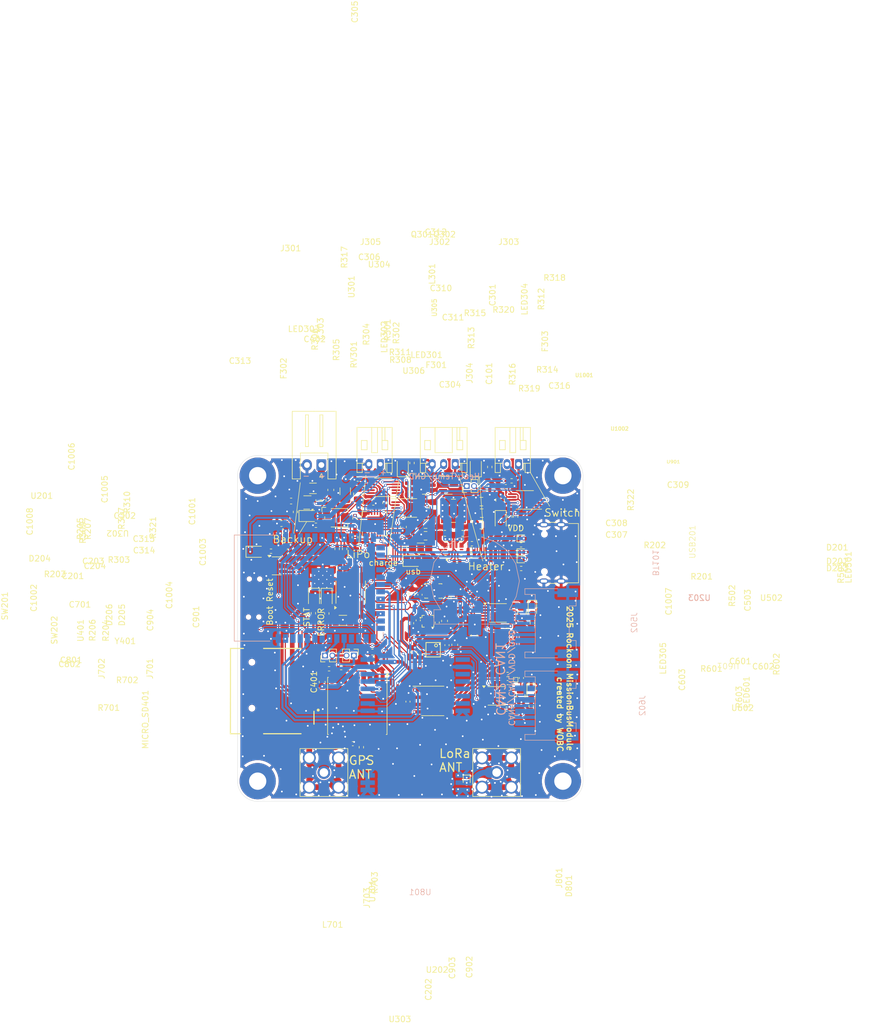
<source format=kicad_pcb>
(kicad_pcb (version 20241229) (generator "pcbnew") (generator_version "9.0")
  (layers (0 "F.Cu" signal) (2 "B.Cu" signal) (13 "F.Paste" user) (15 "B.Paste" user) (5 "F.SilkS" user "F.Silkscreen") (7 "B.SilkS" user "B.Silkscreen") (1 "F.Mask" user) (3 "B.Mask" user) (25 "Edge.Cuts" user))
  (net 0 "")
  (net 1 "VDD")
  (net 2 "GND")
  (net 3 "/CANL")
  (net 4 "/CANH")
  (net 5 "Net-(LED301-A)")
  (net 6 "Net-(U302-VIN2)")
  (net 7 "Net-(U302-MODE)")
  (net 8 "Net-(U301-V_{BAT_SENSE})")
  (net 9 "Net-(U303-Vin-)")
  (net 10 "Net-(U305-VAUX)")
  (net 12 "/SCL")
  (net 13 "/SDA")
  (net 14 "GPS_Backup")
  (net 15 "/GPS_RTX")
  (net 16 "/GPS_TRX")
  (net 17 "/LoRa_TRX")
  (net 18 "/LoRa_RTX")
  (net 19 "/ESPCore/USB_D+")
  (net 20 "/ESPCore/USB_D-")
  (net 21 "RESET")
  (net 22 "/ESPCore/WDI")
  (net 23 "/ESPCore/CAN_TX")
  (net 24 "/ESPCore/CAN_RX")
  (net 25 "/ESPCore/GPIO40")
  (net 26 "/ESPCore/GPIO21")
  (net 27 "/ESPCore/GPIO1{slash}ADC1_CH0")
  (net 28 "/ESPCore/GPIO7{slash}ADC1_CH6")
  (net 29 "/ESPCore/GPIO3{slash}ADC1_CH2")
  (net 30 "/ESPCore/GPIO10{slash}ADC1_CH9")
  (net 31 "/ESPCore/GPIO6{slash}ADC1_CH5")
  (net 32 "/ESPCore/GPIO18")
  (net 33 "/ESPCore/GPIO11")
  (net 34 "/ESPCore/GPIO4{slash}ADC1_CH3")
  (net 35 "/ESPCore/GPIO9{slash}ADC1_CH8")
  (net 36 "/ESPCore/GPIO8{slash}ADC1_CH7")
  (net 37 "/ESPCore/GPIO5{slash}ADC1_CH4")
  (net 38 "/ESPCore/GPIO47")
  (net 39 "/ESPCore/GPIO14")
  (net 40 "/ESPCore/GPIO48")
  (net 41 "/ESPCore/GPIO2{slash}ADC1_CH1")
  (net 42 "Net-(U601-VOUT)")
  (net 43 "Net-(C701-Pad1)")
  (net 44 "Net-(D204-A)")
  (net 45 "Net-(D205-A)")
  (net 46 "Net-(D206-A)")
  (net 47 "Net-(D801-A2)")
  (net 48 "Net-(J301-Pin_1)")
  (net 49 "Net-(J305-Pin_1)")
  (net 50 "Net-(U304-Vbus)")
  (net 51 "Net-(J302-Pin_1)")
  (net 52 "Net-(J303-Pin_2)")
  (net 53 "Net-(J303-Pin_1)")
  (net 54 "Net-(J304-Pin_2)")
  (net 55 "Net-(J502-Pin_3)")
  (net 56 "Net-(J602-Pin_3)")
  (net 57 "VPP")
  (net 58 "/LiPo/VDD_BUS")
  (net 59 "VBUS")
  (net 60 "/LiPo/PROG")
  (net 61 "/LiPo/STAT2")
  (net 62 "Net-(LED501-A)")
  (net 63 "Net-(J701-Pin_2)")
  (net 64 "Net-(J703-In)")
  (net 65 "Net-(U305-L2)")
  (net 66 "Net-(U305-L1)")
  (net 67 "Net-(LED301-K)")
  (net 68 "Net-(LED302-A)")
  (net 69 "Net-(LED303-K)")
  (net 70 "Net-(LED304-K)")
  (net 71 "Net-(LED305-K)")
  (net 72 "Net-(LED601-A)")
  (net 75 "Net-(Q301-B)")
  (net 76 "Net-(Q301-C)")
  (net 77 "Net-(USB201-CC1)")
  (net 78 "Net-(USB201-CC2)")
  (net 79 "Net-(U203-MTDI{slash}GPIO41{slash}CLK_OUT1)")
  (net 80 "Net-(U203-MTMS{slash}GPIO42)")
  (net 81 "Net-(R303-Pad1)")
  (net 82 "Net-(U301-PROG3)")
  (net 83 "Net-(U301-CE)")
  (net 84 "Net-(U302-PR1)")
  (net 85 "Net-(U305-PG)")
  (net 86 "Net-(U305-FB)")
  (net 87 "Net-(U601-CONTROL)")
  (net 88 "Net-(U701-RXD)")
  (net 89 "Net-(U701-TXD)")
  (net 90 "Net-(U701-VCC_RF)")
  (net 92 "Net-(U201-MR)")
  (net 93 "Net-(U203-GPIO0{slash}BOOT)")
  (net 103 "Net-(U401-OSCI)")
  (net 104 "Net-(U401-OSCO)")
  (footprint "WOBCLibrary:USB_C_TYPEC-301S-ACP16X7" (layer "F.Cu") (at 145.41 106.895 90)
    (property "Reference" "USB201")
    (property "Value" "USB_C_Receptacle_USB2.0")
  )
  (footprint "WOBCLibrary:TVAF06-A020B-R" (layer "F.Cu") (at 92.95 111.425 180)
    (property "Reference" "SW201")
    (property "Value" "RESET_sw")
  )
  (footprint "Capacitor_SMD:C_0402_1005Metric" (layer "F.Cu") (at 126.3 114.7 -90)
    (property "Reference" "C1008")
    (property "Value" "100nF")
  )
  (footprint "Capacitor_SMD:C_0603_1608Metric" (layer "F.Cu") (at 106.2 95.975 90)
    (property "Reference" "C303")
    (property "Value" "10uF")
  )
  (footprint "Diode_SMD:D_SOD-882" (layer "F.Cu") (at 139.35 108)
    (property "Reference" "D203")
    (property "Value" "5V")
  )
  (footprint "RF_GPS:ublox_MAX" (layer "F.Cu") (at 110.8 133.45 -90)
    (property "Reference" "U701")
    (property "Value" "MAX-M10S")
  )
  (footprint "Resistor_SMD:R_0805_2012Metric" (layer "F.Cu") (at 139.2 131.7 -90)
    (property "Reference" "R602")
    (property "Value" "50mΩ")
  )
  (footprint "Resistor_SMD:R_0402_1005Metric" (layer "F.Cu") (at 141.2 119.09 -90)
    (property "Reference" "R503")
    (property "Value" "1k")
  )
  (footprint "Diode_SMD:D_SOD-882" (layer "F.Cu") (at 139.35 106.8)
    (property "Reference" "D202")
    (property "Value" "5V")
  )
  (footprint "Resistor_SMD:R_0402_1005Metric" (layer "F.Cu") (at 105.9 127 180)
    (property "Reference" "R701")
    (property "Value" "33")
  )
  (footprint "Connector_PinHeader_1.27mm:PinHeader_1x02_P1.27mm_Vertical" (layer "F.Cu") (at 105.2 124.7 90)
    (property "Reference" "J702")
    (property "Value" "Conn_01x02")
  )
  (footprint "WOBCLibrary:TVAF06-A020B-R" (layer "F.Cu") (at 92.8 118.025)
    (property "Reference" "SW202")
    (property "Value" "Boot_sw")
  )
  (footprint "Connector_JST:JST_XH_S2B-XH-A_1x02_P2.50mm_Horizontal" (layer "F.Cu") (at 104.56 91.65 180)
    (property "Reference" "J301")
    (property "Value" "Battery")
  )
  (footprint "LED_SMD:LED_0603_1608Metric" (layer "F.Cu") (at 141.2 116.6125 -90)
    (property "Reference" "LED501")
    (property "Value" "Power")
  )
  (footprint "Resistor_SMD:R_0402_1005Metric" (layer "F.Cu") (at 120.3 93.2 90)
    (property "Reference" "R310")
    (property "Value" "100k")
  )
  (footprint "Connector_JST:JST_PH_S2B-PH-K_1x02_P2.00mm_Horizontal" (layer "F.Cu") (at 114.8 91.5 180)
    (property "Reference" "J305")
    (property "Value" "LiPo")
  )
  (footprint "Connector_Coaxial:SMA_Amphenol_132203-12_Horizontal" (layer "F.Cu") (at 135 145 180)
    (property "Reference" "J801")
    (property "Value" "SMA")
  )
  (footprint "Package_SO:VSSOP-10_3x3mm_P0.5mm" (layer "F.Cu") (at 139.9 97.7 180)
    (property "Reference" "U306")
    (property "Value" "INA226")
  )
  (footprint "Capacitor_SMD:C_0603_1608Metric" (layer "F.Cu") (at 120.2875 113.975 90)
    (property "Reference" "C1005")
    (property "Value" "10uF")
  )
  (footprint "Capacitor_SMD:C_0603_1608Metric" (layer "F.Cu") (at 129.075 103.5 180)
    (property "Reference" "C312")
    (property "Value" "10uF")
  )
  (footprint "Capacitor_SMD:C_0603_1608Metric" (layer "F.Cu") (at 110.4 104.175 -90)
    (property "Reference" "C305")
    (property "Value" "10uF")
  )
  (footprint "Capacitor_SMD:C_0805_2012Metric" (layer "F.Cu") (at 132.35 102 180)
    (property "Reference" "C313")
    (property "Value" "22uF")
  )
  (footprint "Capacitor_SMD:C_0402_1005Metric" (layer "F.Cu") (at 126.375 122.9 90)
    (property "Reference" "C903")
    (property "Value" "100nF")
  )
  (footprint "Capacitor_SMD:C_0805_2012Metric" (layer "F.Cu") (at 122.65 101.9 180)
    (property "Reference" "C308")
    (property "Value" "22uF")
  )
  (footprint "Resistor_SMD:R_0402_1005Metric" (layer "F.Cu") (at 107.3 106.21 90)
    (property "Reference" "R205")
    (property "Value" "10k")
  )
  (footprint "WOBCLibrary:VREG_TPS63070RNMR" (layer "F.Cu") (at 127.5 106.0875 90)
    (property "Reference" "U305")
    (property "Value" "TPS63070RNMR")
  )
  (footprint "Connector_Coaxial:SMA_Amphenol_132203-12_Horizontal" (layer "F.Cu") (at 105 145 180)
    (property "Reference" "J703")
    (property "Value" "SMA")
  )
  (footprint "Package_SO:SOIC-8_3.9x4.9mm_P1.27mm" (layer "F.Cu") (at 109.65 113.7 90)
    (property "Reference" "U401")
    (property "Value" "PCF8563T")
  )
  (footprint "Capacitor_SMD:C_0402_1005Metric" (layer "F.Cu") (at 139.3 128.6 -90)
    (property "Reference" "C602")
    (property "Value" "100nF")
  )
  (footprint "Capacitor_SMD:C_0402_1005Metric" (layer "F.Cu") (at 110.8625 94.1 180)
    (property "Reference" "C309")
    (property "Value" "100nF")
  )
  (footprint "WOBCLibrary:XDCR_BMI270" (layer "F.Cu") (at 124 113.5)
    (property "Reference" "U1002")
    (property "Value" "BMI270")
  )
  (footprint "WOBCLibrary:WCSPD-4(0.8x0.8)" (layer "F.Cu") (at 138.3 128.9 90)
    (property "Reference" "U601")
    (property "Value" "TCK106AF")
  )
  (footprint "LED_SMD:LED_0603_1608Metric" (layer "F.Cu") (at 141 131.0875 -90)
    (property "Reference" "LED601")
    (property "Value" "Power")
  )
  (footprint "Package_SO:VSSOP-10_3x3mm_P0.5mm" (layer "F.Cu") (at 135.2 117.3125)
    (property "Reference" "U502")
    (property "Value" "INA226")
  )
  (footprint "Capacitor_SMD:C_0402_1005Metric" (layer "F.Cu") (at 121.6875 114.155 90)
    (property "Reference" "C1006")
    (property "Value" "100nF")
  )
  (footprint "Capacitor_SMD:C_0603_1608Metric" (layer "F.Cu") (at 113.575 98.1)
    (property "Reference" "C306")
    (property "Value" "10uF")
  )
  (footprint "Resistor_SMD:R_0805_2012Metric" (layer "F.Cu") (at 110.9 96.7 90)
    (property "Reference" "R317")
    (property "Value" "50mΩ")
  )
  (footprint "Resistor_SMD:R_0402_1005Metric" (layer "F.Cu") (at 108 126.8 180)
    (property "Reference" "R702")
    (property "Value" "33")
  )
  (footprint "LED_SMD:LED_0805_2012Metric" (layer "F.Cu") (at 102.3625 100.5)
    (property "Reference" "LED303")
    (property "Value" "Backup")
  )
  (footprint "Capacitor_SMD:C_0402_1005Metric" (layer "F.Cu") (at 128.12 108.3)
    (property "Reference" "C311")
    (property "Value" "100nF")
  )
  (footprint "Resistor_SMD:R_0805_2012Metric" (layer "F.Cu") (at 135.6 97.7125 90)
    (property "Reference" "R321")
    (property "Value" "50mΩ")
  )
  (footprint "Resistor_SMD:R_0402_1005Metric" (layer "F.Cu") (at 133.3 95.7)
    (property "Reference" "R315")
    (property "Value" "10k")
  )
  (footprint "Package_SO:VSSOP-10_3x3mm_P0.5mm" (layer "F.Cu") (at 119.635 99.1)
    (property "Reference" "U303")
    (property "Value" "INA226")
  )
  (footprint "Crystal:Crystal_SMD_3215-2Pin_3.2x1.5mm" (layer "F.Cu") (at 108.3 118.6 180)
    (property "Reference" "Y401")
    (property "Value" "Crystal")
  )
  (footprint "WOBCLibrary:BME280" (layer "F.Cu") (at 123.975 123.7)
    (property "Reference" "U901")
    (property "Value" "~")
  )
  (footprint "Resistor_SMD:R_0402_1005Metric" (layer "F.Cu") (at 136.9 128)
    (property "Reference" "R601")
    (property "Value" "10k")
  )
  (footprint "Resistor_SMD:R_0402_1005Metric" (layer "F.Cu") (at 133.8 91.99 90)
    (property "Reference" "R312")
    (property "Value" "1k")
  )
  (footprint "Package_SO:VSSOP-10_3x3mm_P0.5mm" (layer "F.Cu") (at 135 131.7)
    (property "Reference" "U602")
    (property "Value" "INA226")
  )
  (footprint "Capacitor_SMD:C_0402_1005Metric" (layer "F.Cu") (at 136.92 119.6)
    (property "Reference" "C503")
    (property "Value" "100nF")
  )
  (footprint "Capacitor_SMD:C_0402_1005Metric" (layer "F.Cu") (at 136.72 134)
    (property "Reference" "C603")
    (property "Value" "100nF")
  )
  (footprint "Resistor_SMD:R_0402_1005Metric" (layer "F.Cu") (at 103.98 97.8 90)
    (property "Reference" "R307")
    (property "Value" "100k")
  )
  (footprint "Inductor_SMD:L_Wuerth_WE-TPC-3816" (layer "F.Cu") (at 127.5 99.6 90)
    (property "Reference" "L301")
    (property "Value" "L")
  )
  (footprint "Resistor_SMD:R_0402_1005Metric" (layer "F.Cu") (at 103.61 102.1 180)
    (property "Reference" "R303")
    (property "Value" "1k")
  )
  (footprint "LED_SMD:LED_0805_2012Metric" (layer "F.Cu") (at 131.38 92.02 90)
    (property "Reference" "LED304")
    (property "Value" "Heater")
  )
  (footprint "Capacitor_SMD:C_0603_1608Metric" (layer "F.Cu") (at 99.305 97.9 180)
    (property "Reference" "C302")
    (property "Value" "10uF")
  )
  (footprint "Fuse:Fuse_1206_3216Metric" (layer "F.Cu") (at 121.8 106.1 180)
    (property "Reference" "F301")
    (property "Value" "Polyfuse")
  )
  (footprint "Resistor_SMD:R_0402_1005Metric" (layer "F.Cu") (at 119.855 94.8 180)
    (property "Reference" "R308")
    (property "Value" "10k")
  )
  (footprint "LED_SMD:LED_0805_2012Metric" (layer "F.Cu") (at 120.4125 108.275)
    (property "Reference" "LED301")
    (property "Value" "USB Power")
  )
  (footprint "Resistor_SMD:R_0402_1005Metric" (layer "F.Cu") (at 104.98 97.81 90)
    (property "Reference" "R306")
    (property "Value" "47k")
  )
  (footprint "WOBCLibrary:XDCR_BMM150" (layer "F.Cu") (at 123.06 118.751)
    (property "Reference" "U1001")
    (property "Value" "BMM150")
  )
  (footprint "Capacitor_SMD:C_0402_1005Metric" (layer "F.Cu") (at 121.375 118.6 -90)
    (property "Reference" "C1002")
    (property "Value" "100nF")
  )
  (footprint "Capacitor_SMD:C_0402_1005Metric" (layer "F.Cu") (at 119.6 132.7 -90)
    (property "Reference" "C202")
    (property "Value" "100nF")
  )
  (footprint "Resistor_SMD:R_0402_1005Metric" (layer "F.Cu") (at 100.0725 99.79 90)
    (property "Reference" "R309")
    (property "Value" "1k")
  )
  (footprint "Resistor_SMD:R_0402_1005Metric" (layer "F.Cu") (at 110.4 100.91 90)
    (property "Reference" "R305")
    (property "Value" "100k")
  )
  (footprint "Resistor_SMD:R_0805_2012Metric" (layer "F.Cu") (at 124 99 -90)
    (property "Reference" "R313")
    (property "Value" "50mΩ")
  )
  (footprint "WOBCLibrary:TF-01A" (layer "F.Cu") (at 96.0262 130.8702 -90)
    (property "Reference" "MICRO_SD401")
    (property "Value" "TF-01A")
  )
  (footprint "Resistor_SMD:R_0402_1005Metric" (layer "F.Cu") (at 119.79 95.8)
    (property "Reference" "R311")
    (property "Value" "10k")
  )
  (footprint "Capacitor_SMD:C_0603_1608Metric" (layer "F.Cu") (at 127.575 114.575 -90)
    (property "Reference" "C1007")
    (property "Value" "10uF")
  )
  (footprint "Package_SO:VSSOP-10_3x3mm_P0.5mm" (layer "F.Cu") (at 115.3 95.5125 180)
    (property "Reference" "U304")
    (property "Value" "INA226")
  )
  (footprint "Capacitor_SMD:C_0402_1005Metric" (layer "F.Cu") (at 124.675 118.98 90)
    (property "Reference" "C1004")
    (property "Value" "100nF")
  )
  (footprint "Capacitor_SMD:C_0603_1608Metric" (layer "F.Cu") (at 118.8 102.4 90)
    (property "Reference" "C301")
    (property "Value" "10uF")
  )
  (footprint "Package_TO_SOT_SMD:SOT-23" (layer "F.Cu") (at 126.6375 95.15)
    (property "Reference" "Q302")
    (property "Value" "Q_PMOS_GSD")
  )
  (footprint "Connector_JST:JST_PH_S2B-PH-K_1x02_P2.00mm_Horizontal" (layer "F.Cu") (at 138.8 91.5 180)
    (property "Reference" "J303")
    (property "Value" "Ext Switch")
  )
  (footprint "Connector_PinHeader_1.27mm:PinHeader_1x02_P1.27mm_Vertical" (layer "F.Cu") (at 129.8 95.3 90)
    (property "Reference" "J304")
    (property "Value" "Conn_01x02")
  )
  (footprint "Diode_SMD:D_SOD-882" (layer "F.Cu") (at 129.8 146.25 -90)
    (property "Reference" "D801")
    (property "Value" "ESD9B5.0ST5G")
  )
  (footprint "LED_SMD:LED_0805_2012Metric" (layer "F.Cu") (at 105.475 114.725 -90)
    (property "Reference" "D205")
    (property "Value" "ERROR")
  )
  (footprint "Resistor_SMD:R_0402_1005Metric" (layer "F.Cu") (at 103.175 117.3625 90)
    (property "Reference" "R206")
    (property "Value" "470")
  )
  (footprint "Capacitor_SMD:C_0402_1005Metric" (layer "F.Cu") (at 136.6 95.4 180)
    (property "Reference" "C316")
    (property "Value" "100nF")
  )
  (footprint "Capacitor_SMD:C_0402_1005Metric" (layer "F.Cu") (at 136.9 129.4)
    (property "Reference" "C601")
    (property "Value" "100nF")
  )
  (footprint "Package_TO_SOT_SMD:SOT-23" (layer "F.Cu") (at 122.7375 95.15)
    (property "Reference" "Q301")
    (property "Value" "Q_NPN_BEC")
  )
  (footprint "Inductor_SMD:L_0402_1005Metric" (layer "F.Cu") (at 108.085 140 180)
    (property "Reference" "L701")
    (property "Value" "27nH, 300mA")
  )
  (footprint "Resistor_SMD:R_0402_1005Metric" (layer "F.Cu") (at 111.5 140.61 -90)
    (property "Reference" "R703")
    (property "Value" "10")
  )
  (footprint "Resistor_SMD:R_0402_1005Metric" (layer "F.Cu") (at 141 133.5 -90)
    (property "Reference" "R603")
    (property "Value" "1k")
  )
  (footprint "Resistor_SMD:R_0402_1005Metric" (layer "F.Cu") (at 108.6 106.21 90)
    (property "Reference" "R207")
    (property "Value" "10k")
  )
  (footprint "WOBCLibrary:Board_1U_60x60" (layer "F.Cu") (at 120 120)
    (property "Reference" "REF**" (hide yes))
    (property "Value" "Board_1U_60x60" (hide yes))
    (fp_line (start -30 26.5) (end -30 -26.5) (stroke (width 0.05)) (layer "Edge.Cuts"))
    (fp_line (start -26.5 -30) (end 26.5 -30) (stroke (width 0.05)) (layer "Edge.Cuts"))
    (fp_line (start 26.5 30) (end -26.5 30) (stroke (width 0.05)) (layer "Edge.Cuts"))
    (fp_line (start 30 -26.5) (end 30 26.5) (stroke (width 0.05)) (layer "Edge.Cuts"))
    (fp_arc (start -30 -26.5) (mid -28.974874 -28.974874) (end -26.5 -30) (stroke (width 0.05)) (layer "Edge.Cuts"))
    (fp_arc (start -26.5 30) (mid -28.974874 28.974874) (end -30 26.5) (stroke (width 0.05)) (layer "Edge.Cuts"))
    (fp_arc (start 26.5 -30) (mid 28.974874 -28.974874) (end 30 -26.5) (stroke (width 0.05)) (layer "Edge.Cuts"))
    (fp_arc (start 30 26.5) (mid 28.974874 28.974874) (end 26.5 30) (stroke (width 0.05)) (layer "Edge.Cuts"))
  )
  (footprint "Capacitor_SMD:C_0402_1005Metric" (layer "F.Cu") (at 119.79 96.8)
    (property "Reference" "C304")
    (property "Value" "100nF")
  )
  (footprint "Connector_PinHeader_1.27mm:PinHeader_1x02_P1.27mm_Vertical" (layer "F.Cu") (at 110.2 124.7 -90)
    (property "Reference" "J701")
    (property "Value" "Conn_01x02")
  )
  (footprint "Capacitor_SMD:C_0603_1608Metric" (layer "F.Cu") (at 131.1 121.225 90)
    (property "Reference" "C101")
    (property "Value" "10uF")
  )
  (footprint "Resistor_SMD:R_0402_1005Metric" (layer "F.Cu") (at 137.3 100.6 -90)
    (property "Reference" "R322")
    (property "Value" "1k")
  )
  (footprint "Capacitor_SMD:C_0805_2012Metric" (layer "F.Cu") (at 132.4 100 180)
    (property "Reference" "C314")
    (property "Value" "22uF")
  )
  (footprint "Capacitor_SMD:C_0603_1608Metric" (layer "F.Cu") (at 126.025 103.5)
    (property "Reference" "C310")
    (property "Value" "10uF")
  )
  (footprint "Capacitor_SMD:C_0603_1608Metric" (layer "F.Cu") (at 113.425 124.1 180)
    (property "Reference" "C801")
    (property "Value" "10u")
  )
  (footprint "Capacitor_SMD:C_0805_2012Metric" (layer "F.Cu") (at 132.35 98 180)
    (property "Reference" "C315")
    (property "Value" "22uF")
  )
  (footprint "Fuse:Fuse_1206_3216Metric" (layer "F.Cu") (at 103.1 95.7 180)
    (property "Reference" "F302")
    (property "Value" "Polyfuse")
  )
  (footprint "Capacitor_SMD:C_0603_1608Metric" (layer "F.Cu") (at 120.6 124.125 -90)
    (property "Reference" "C901")
    (property "Value" "10μF")
  )
  (footprint "Capacitor_SMD:C_0603_1608Metric" (layer "F.Cu") (at 120.075 119.1 -90)
    (property "Reference" "C1001")
    (property "Value" "10uF")
  )
  (footprint "Capacitor_SMD:C_0603_1608Metric" (layer "F.Cu") (at 97.625 101.8)
    (property "Reference" "C203")
    (property "Value" "10uF")
  )
  (footprint "Resistor_SMD:R_0402_1005Metric" (layer "F.Cu") (at 95.8125 106.6 180)
    (property "Reference" "R203")
    (property "Value" "470")
  )
  (footprint "LED_SMD:LED_0805_2012Metric" (layer "F.Cu") (at 103.275 114.71 -90)
    (property "Reference" "D206")
    (property "Value" "STAT")
  )
  (footprint "Capacitor_SMD:C_0402_1005Metric" (layer "F.Cu") (at 97.9 103.1 180)
    (property "Reference" "C204")
    (property "Value" "100nF")
  )
  (footprint "Package_SO:SOIC-8_3.9x4.9mm_P1.27mm" (layer "F.Cu") (at 123.9 132.58)
    (property "Reference" "U202")
    (property "Value" "SN65HVD230")
  )
  (footprint "LED_SMD:LED_0805_2012Metric" (layer "F.Cu") (at 118.7 92 90)
    (property "Reference" "LED302")
    (property "Value" "CHARGE")
  )
  (footprint "Capacitor_SMD:C_0402_1005Metric" (layer "F.Cu") (at 98.73 106.6 180)
    (property "Reference" "C201")
    (property "Value" "100nF")
  )
  (footprint "Resistor_SMD:R_0805_2012Metric" (layer "F.Cu") (at 139.4 117.3125 -90)
    (property "Reference" "R502")
    (property "Value" "50mΩ")
  )
  (footprint "Resistor_SMD:R_0402_1005Metric" (layer "F.Cu") (at 130.61 107.3 180)
    (property "Reference" "R318")
    (property "Value" "100k")
  )
  (footprint "Resistor_SMD:R_0402_1005Metric" (layer "F.Cu") (at 119 105.91 90)
    (property "Reference" "R301")
    (property "Value" "1k")
  )
  (footprint "Package_TO_SOT_SMD:SOT-583-8" (layer "F.Cu") (at 102.14 98.15 180)
    (property "Reference" "U302")
    (property "Value" "TPS2116DRL")
  )
  (footprint "LED_SMD:LED_0805_2012Metric" (layer "F.Cu") (at 135.7 101.2375 -90)
    (property "Reference" "LED305")
    (property "Value" "VDD")
  )
  (footprint "Resistor_SMD:R_0402_1005Metric" (layer "F.Cu") (at 138.3 100.59 -90)
    (property "Reference" "R316")
    (property "Value" "330k")
  )
  (footprint "LED_SMD:LED_0805_2012Metric" (layer "F.Cu") (at 93.15 106.7)
    (property "Reference" "D204")
    (property "Value" "RESET")
  )
  (footprint "Package_DFN_QFN:QFN-20-1EP_4x4mm_P0.5mm_EP2.5x2.5mm" (layer "F.Cu") (at 113.8 101.8375 90)
    (property "Reference" "U301")
    (property "Value" "MCP73871-1CC")
  )
  (footprint "Capacitor_SMD:C_0603_1608Metric" (layer "F.Cu") (at 125.95 118.7 90)
    (property "Reference" "C1003")
    (property "Value" "10uF")
  )
  (footprint "Resistor_SMD:R_0402_1005Metric" (layer "F.Cu") (at 105.5 117.41 90)
    (property "Reference" "R204")
    (property "Value" "470")
  )
  (footprint "Resistor_SMD:R_0402_1005Metric" (layer "F.Cu") (at 120.3 91.3 90)
    (property "Reference" "R302")
    (property "Value" "1k")
  )
  (footprint "Capacitor_SMD:C_0603_1608Metric" (layer "F.Cu") (at 127.725 122.85 90)
    (property "Reference" "C904")
    (property "Value" "10μF")
  )
  (footprint "Resistor_SMD:R_0402_1005Metric" (layer "F.Cu") (at 115.6 98.21 90)
    (property "Reference" "R304")
    (property "Value" "100k")
  )
  (footprint "Capacitor_SMD:C_0805_2012Metric" (layer "F.Cu") (at 122.65 103.93 180)
    (property "Reference" "C307")
    (property "Value" "22uF")
  )
  (footprint "Resistor_SMD:R_0402_1005Metric" (layer "F.Cu") (at 139.26 109.6 180)
    (property "Reference" "R201")
    (property "Value" "5.1k")
  )
  (footprint "Capacitor_SMD:C_0402_1005Metric" (layer "F.Cu") (at 110.02 140)
    (property "Reference" "C701")
    (property "Value" "10nF")
  )
  (footprint "Potentiometer_SMD:Potentiometer_Bourns_TC33X_Vertical" (layer "F.Cu") (at 107.25 100.8)
    (property "Reference" "RV301")
    (property "Value" "10k")
  )
  (footprint "Capacitor_SMD:C_0402_1005Metric" (layer "F.Cu") (at 107.3 109.5)
    (property "Reference" "C402")
    (property "Value" "100nF")
  )
  (footprint "Resistor_SMD:R_0402_1005Metric" (layer "F.Cu") (at 130.7 105.3)
    (property "Reference" "R320")
    (property "Value" "47k")
  )
  (footprint "Diode_SMD:D_SOD-882" (layer "F.Cu") (at 139.35 104.4)
    (property "Reference" "D201")
    (property "Value" "5V")
  )
  (footprint "Capacitor_SMD:C_0402_1005Metric" (layer "F.Cu") (at 121.8 124.58 -90)
    (property "Reference" "C902")
    (property "Value" "100nF")
  )
  (footprint "Package_TO_SOT_SMD:SOT-23-5" (layer "F.Cu") (at 96.8 109.15)
    (property "Reference" "U201")
    (property "Value" "TPS3820")
  )
  (footprint "Resistor_SMD:R_0402_1005Metric" (layer "F.Cu") (at 137.6 94.4 180)
    (property "Reference" "R314")
    (property "Value" "10k")
  )
  (footprint "Capacitor_SMD:C_0402_1005Metric" (layer "F.Cu") (at 113.72 125.4 180)
    (property "Reference" "C802")
    (property "Value" "100n")
  )
  (footprint "Capacitor_SMD:C_0603_1608Metric" (layer "F.Cu") (at 104.7 129.3 90)
    (property "Reference" "C401")
    (property "Value" "10uF")
  )
  (footprint "Connector_JST:JST_PH_S3B-PH-K_1x03_P2.00mm_Horizontal" (layer "F.Cu") (at 127.8 91.5 180)
    (property "Reference" "J302")
    (property "Value" "Temp&Heater")
  )
  (footprint "Resistor_SMD:R_0402_1005Metric" (layer "F.Cu") (at 130.55 106.3375 180)
    (property "Reference" "R319")
    (property "Value" "15k")
  )
  (footprint "Resistor_SMD:R_0402_1005Metric" (layer "F.Cu") (at 139.24 105.5 180)
    (property "Reference" "R202")
    (property "Value" "5.1k")
  )
  (footprint "Fuse:Fuse_1206_3216Metric" (layer "F.Cu") (at 108.7 96.2 90)
    (property "Reference" "F303")
    (property "Value" "Polyfuse")
  )
  (footprint "WOBCLibrary:Grove_4P_L_SMD" (layer "B.Cu") (at 143.6 119.1 -90)
    (property "Reference" "J502")
    (property "Value" "Conn_01x04_MountingPin")
  )
  (footprint "WOBCLibrary:cr1220" (layer "B.Cu") (at 131.2 111.75 90)
    (property "Reference" "BT101")
    (property "Value" "Battery")
  )
  (footprint "RF_Module:ESP32-S3-WROOM-1" (layer "B.Cu") (at 102.34 113 -90)
    (property "Reference" "U203")
    (property "Value" "ESP32-S3-WROOM-1")
  )
  (footprint "WOBCLibrary:Grove_4P_L_SMD" (layer "B.Cu") (at 143.6 133.4 -90)
    (property "Reference" "J602")
    (property "Value" "Conn_01x04_MountingPin")
  )
  (footprint "WOBCLibrary:E220-900T22S(JP)" (layer "B.Cu") (at 120.85 148.03 180)
    (property "Reference" "U801")
    (property "Value" "E220-900T22S(JP)")
  )
  (gr_line (start 140.86 92.96) (end 144.2 98.8) (stroke (width 0.1)) (layer "F.SilkS"))
  (gr_line (start 100.7 103.6) (end 102.02 101.46) (stroke (width 0.1)) (layer "F.SilkS"))
  (gr_line (start 132 93.8) (end 133.1 108.3) (stroke (width 0.1)) (layer "F.SilkS"))
  (gr_line (start 99.8 103.5) (end 100.9 94.7) (stroke (width 0.1)) (layer "F.SilkS"))
  (gr_line (start 118 94.2) (end 116 108.1) (stroke (width 0.1)) (layer "F.SilkS"))
  (gr_line (start 128.4 93.3) (end 132.6 108.3) (stroke (width 0.1)) (layer "F.SilkS"))
  (gr_line (start 111 105.9) (end 112.3 93.4) (stroke (width 0.1)) (layer "F.SilkS"))
  (gr_text "charge" (at 112.7 109.2 0) (layer "F.SilkS") (effects (font (size 1 1)) (justify left bottom)))
  (gr_text "VDD" (at 136.8 103.2 0) (layer "F.SilkS") (effects (font (size 1 1)) (justify left bottom)))
  (gr_text "Switch" (at 143.2 100.7 0) (layer "F.SilkS") (effects (font (size 1.3 1.3)) (justify left bottom)))
  (gr_text "usb" (at 119.1 110.7 0) (layer "F.SilkS") (effects (font (size 1 1)) (justify left bottom)))
  (gr_text "Heater" (at 129.9 110 0) (layer "F.SilkS") (effects (font (size 1.3 1.3)) (justify left bottom)))
  (gr_text "STAT" (at 102.6 119.8 90) (layer "F.SilkS") (effects (font (size 1 1)) (justify left bottom)))
  (gr_text "Reset" (at 96.2 115.5 90) (layer "F.SilkS") (effects (font (size 1 1)) (justify left bottom)))
  (gr_text "LoRa\nANT" (at 124.9 145 0) (layer "F.SilkS") (effects (font (size 1.5 1.5) (thickness 0.2)) (justify left bottom)))
  (gr_text "2025 Rockoon MissionBusModule" (at 147.1 116 270) (layer "F.SilkS") (effects (font (size 1 1) (thickness 0.2)) (justify left bottom)))
  (gr_text "ERROR" (at 105.1 121.5 90) (layer "F.SilkS") (effects (font (size 1 1)) (justify left bottom)))
  (gr_text "GPS\nANT" (at 109.2 146.2 0) (layer "F.SilkS") (effects (font (size 1.5 1.5) (thickness 0.2)) (justify left bottom)))
  (gr_text "created by WOBC" (at 145.4 128.3 270) (layer "F.SilkS") (effects (font (size 1 1) (thickness 0.2)) (justify left bottom)))
  (gr_text "LiPo" (at 108.8 107.9 0) (layer "F.SilkS") (effects (font (size 1.3 1.3)) (justify left bottom)))
  (gr_text "Backup" (at 96 105.3 0) (layer "F.SilkS") (effects (font (size 1.3 1.3)) (justify left bottom)))
  (gr_text "Boot" (at 96.2 119.6 90) (layer "F.SilkS") (effects (font (size 1 1)) (justify left bottom)))
  (gr_text "+  -" (at 116 93.5 0) (layer "B.SilkS") (effects (font (size 1 1)) (justify left bottom mirror)))
  (gr_text "CANH/CANL/VDD/GND" (at 137 137 270) (layer "B.SilkS") (effects (font (size 1 1)) (justify left bottom mirror)))
  (gr_text "CAN1" (at 134.7 128.3 -90) (layer "B.SilkS") (effects (font (size 1.5 1.5) (thickness 0.2)) (justify left bottom mirror)))
  (gr_text "+  -" (at 105.4 94.1 0) (layer "B.SilkS") (effects (font (size 1 1)) (justify left bottom mirror)))
  (gr_text "CAN2" (at 134.8 135.3 -90) (layer "B.SilkS") (effects (font (size 1.5 1.5) (thickness 0.2)) (justify left bottom mirror)))
  (gr_text "Heat/Temp/GND" (at 132.2 94.2 0) (layer "B.SilkS") (effects (font (size 1 1)) (justify left bottom mirror)))
  (segment (start 127.475 123.375) (end 127.725 123.625) (width 0.6) (layer "F.Cu") (net 1))
  (segment (start 121.5725 114.75) (end 121.6875 114.635) (width 0.6) (layer "F.Cu") (net 1))
  (segment (start 99.5 118.2) (end 101.5 116.2) (width 0.8) (layer "F.Cu") (net 1))
  (segment (start 128.8 117.825) (end 128.8 120.15) (width 0.6) (layer "F.Cu") (net 1))
  (segment (start 128.675 117.7) (end 128.8 117.825) (width 0.6) (layer "F.Cu") (net 1))
  (segment (start 128.8 122.55) (end 127.97 123.38) (width 0.6) (layer "F.Cu") (net 1))
  (segment (start 123.35 124.025) (end 122.675 124.025) (width 0.4) (layer "F.Cu") (net 1))
  (segment (start 123.5 123.875) (end 123.35 124.025) (width 0.4) (layer "F.Cu") (net 1))
  (segment (start 121.17 118.325) (end 121.375 118.12) (width 0.6) (layer "F.Cu") (net 1))
  (segment (start 129.945 93.945) (end 133.37 93.945) (width 0.6) (layer "F.Cu") (net 1))
  (segment (start 122.459 118.15) (end 121.405 118.15) (width 0.2) (layer "F.Cu") (net 1))
  (segment (start 121.675 126.55) (end 121.675 126.8) (width 0.6) (layer "F.Cu") (net 1))
  (segment (start 108.68 107.28) (end 108.68 106.72) (width 0.8) (layer "F.Cu") (net 1))
  (segment (start 114.2 125.9) (end 114.2 125.4) (width 0.8) (layer "F.Cu") (net 1))
  (segment (start 136.566904 130.01) (end 135.6 130.976904) (width 0.2) (layer "F.Cu") (net 1))
  (segment (start 137.4 119.6) (end 137.4 118.3125) (width 0.4) (layer "F.Cu") (net 1))
  (segment (start 118.525 118.775) (end 119.0137 118.2863) (width 0.6) (layer "F.Cu") (net 1))
  (segment (start 125.95 120.713075) (end 128.236925 120.713075) (width 0.6) (layer "F.Cu") (net 1))
  (segment (start 128.675 114.425) (end 131.0375 112.0625) (width 0.6) (layer "F.Cu") (net 1))
  (segment (start 119.290001 133.18) (end 119.6 133.18) (width 0.6) (layer "F.Cu") (net 1))
  (segment (start 122.6 124.1) (end 121.8 124.1) (width 0.4) (layer "F.Cu") (net 1))
  (segment (start 121.39 133.18) (end 121.425 133.215) (width 0.4) (layer "F.Cu") (net 1))
  (segment (start 121.675 126.8) (end 121.025 127.45) (width 0.6) (layer "F.Cu") (net 1))
  (segment (start 136.375 117.04491) (end 136.64259 117.3125) (width 0.2) (layer "F.Cu") (net 1))
  (segment (start 120.075 117.825) (end 120.6 117.3) (width 0.6) (layer "F.Cu") (net 1))
  (segment (start 121.7725 114.55) (end 121.6875 114.635) (width 0.3) (layer "F.Cu") (net 1))
  (segment (start 125.477 112) (end 126.3 112.823) (width 0.3) (layer "F.Cu") (net 1))
  (segment (start 123.5 114.65) (end 123.05 115.1) (width 0.3) (layer "F.Cu") (net 1))
  (segment (start 120.075 118.325) (end 121.17 118.325) (width 0.6) (layer "F.Cu") (net 1))
  (segment (start 120.25 127.45) (end 118.7 129) (width 0.6) (layer "F.Cu") (net 1))
  (segment (start 126.3 112.823) (end 126.3 114.22) (width 0.3) (layer "F.Cu") (net 1))
  (segment (start 104.7 130.075) (end 104.405 129.78) (width 0.8) (layer "F.Cu") (net 1))
  (segment (start 121.1 90.8) (end 120.3 90.8) (width 0.6) (layer "F.Cu") (net 1))
  (segment (start 125.95 119.475) (end 125.9 119.425) (width 0.6) (layer "F.Cu") (net 1))
  (segment (start 124.497 119.282) (end 124.675 119.46) (width 0.2) (layer "F.Cu") (net 1))
  (segment (start 123.591 119.282) (end 124.497 119.282) (width 0.2) (layer "F.Cu") (net 1))
  (segment (start 121.15 115.6125) (end 120.2875 114.75) (width 0.6) (layer "F.Cu") (net 1))
  (segment (start 120.8 123.35) (end 120.8 122.575) (width 0.6) (layer "F.Cu") (net 1))
  (segment (start 124.848 112) (end 125.477 112) (width 0.3) (layer "F.Cu") (net 1))
  (segment (start 136.77 130.01) (end 136.566904 130.01) (width 0.2) (layer "F.Cu") (net 1))
  (segment (start 135.5 116.83) (end 135.5 116.45509) (width 0.4) (layer "F.Cu") (net 1))
  (segment (start 137.4 118.56) (end 137.2025 118.3625) (width 0.4) (layer "F.Cu") (net 1))
  (segment (start 106.17 107.85) (end 107.28 106.74) (width 0.8) (layer "F.Cu") (net 1))
  (segment (start 107.78 109.5) (end 107.78 110.4) (width 0.8) (layer "F.Cu") (net 1))
  (segment (start 120.701 123.251) (end 119.688925 123.251) (width 0.6) (layer "F.Cu") (net 1))
  (segment (start 126.72 113.8) (end 126.3 114.22) (width 0.6) (layer "F.Cu") (net 1))
  (segment (start 107.78 110.4) (end 107.745 110.435) (width 0.8) (layer "F.Cu") (net 1))
  (segment (start 114.5 126.2) (end 114.2 125.9) (width 0.8) (layer "F.Cu") (net 1))
  (segment (start 125.9 119.425) (end 124.71 119.425) (width 0.6) (layer "F.Cu") (net 1))
  (segment (start 136.1 132.9) (end 137 132.9) (width 0.2) (layer "F.Cu") (net 1))
  (segment (start 122.1525 115.1) (end 121.6875 114.635) (width 0.3) (layer "F.Cu") (net 1))
  (segment (start 107.78 109.099602) (end 106.530398 107.85) (width 0.8) (layer "F.Cu") (net 1))
  (segment (start 139.4 116.4) (end 139.3125 116.3125) (width 0.2) (layer "F.Cu") (net 1))
  (segment (start 123.102 113.75) (end 122.8375 113.75) (width 0.2) (layer "F.Cu") (net 1))
  (segment (start 119.688925 123.251) (end 118.525 122.087075) (width 0.6) (layer "F.Cu") (net 1))
  (segment (start 135.5 117.51) (end 135.5 116.83) (width 0.4) (layer "F.Cu") (net 1))
  (segment (start 107.745 110.435) (end 107.745 111.225) (width 0.8) (layer "F.Cu") (net 1))
  (segment (start 107.28 106.74) (end 107.28 106.72) (width 0.8) (layer "F.Cu") (net 1))
  (segment (start 122.675 124.025) (end 122.6 124.1) (width 0.4) (layer "F.Cu") (net 1))
  (segment (start 133 116.8125) (end 135.4825 116.8125) (width 0.3) (layer "F.Cu") (net 1))
  (segment (start 126.095 123.375) (end 126.1 123.38) (width 0.2) (layer "F.Cu") (net 1))
  (segment (start 128.675 115.7) (end 128.675 114.425) (width 0.6) (layer "F.Cu") (net 1))
  (segment (start 128.8 121.1) (end 128.8 122.55) (width 0.6) (layer "F.Cu") (net 1))
  (segment (start 123.5 114.4125) (end 123.5 114.65) (width 0.3) (layer "F.Cu") (net 1))
  (segment (start 121.025 127.45) (end 120.25 127.45) (width 0.6) (layer "F.Cu") (net 1))
  (segment (start 123.05 115.1) (end 122.1525 115.1) (width 0.3) (layer "F.Cu") (net 1))
  (segment (start 137.8 129.4) (end 138.075 129.125) (width 0.2) (layer "F.Cu") (net 1))
  (segment (start 137.38 129.4) (end 137.8 129.4) (width 0.2) (layer "F.Cu") (net 1))
  (segment (start 135.6 96.175) (end 135.6 96.8) (width 0.6) (layer "F.Cu") (net 1))
  (segment (start 118.525 122.087075) (end 118.525 118.775) (width 0.6) (layer "F.Cu") (net 1))
  (segment (start 128.675 114.9) (end 127.575 113.8) (width 0.6) (layer "F.Cu") (net 1))
  (segment (start 136.64259 116.3125) (end 136.375 116.58009) (width 0.2) (layer "F.Cu") (net 1))
  (segment (start 137.4 116.3125) (end 136.64259 116.3125) (width 0.2) (layer "F.Cu") (net 1))
  (segment (start 123.5 122.8) (end 123.5 123.875) (width 0.4) (layer "F.Cu") (net 1))
  (segment (start 108 129.4) (end 108 129.2) (width 0.8) (layer "F.Cu") (net 1))
  (segment (start 97.9 108.2) (end 98.25 107.85) (width 0.8) (layer "F.Cu") (net 1))
  (segment (start 101.5 116.2) (end 101.5 110.3) (width 0.8) (layer "F.Cu") (net 1))
  (segment (start 125.95 120.713075) (end 125.95 119.475) (width 0.6) (layer "F.Cu") (net 1))
  (segment (start 121.55 124.1) (end 121.8 124.1) (width 0.6) (layer "F.Cu") (net 1))
  (segment (start 117.3 125.8) (end 118.575 125.8) (width 0.6) (layer "F.Cu") (net 1))
  (segment (start 134 103.875) (end 135.7 102.175) (width 0.6) (layer "F.Cu") (net 1))
  (segment (start 104.405 129.78) (end 100.78 129.78) (width 0.8) (layer "F.Cu") (net 1))
  (segment (start 128.675 115.7) (end 128.675 114.9) (width 0.6) (layer "F.Cu") (net 1))
  (segment (start 137 132.9) (end 137.2 132.7) (width 0.2) (layer "F.Cu") (net 1))
  (segment (start 122.661925 120.713075) (end 125.95 120.713075) (width 0.6) (layer "F.Cu") (net 1))
  (segment (start 139.3125 116.3125) (end 137.4 116.3125) (width 0.2) (layer "F.Cu") (net 1))
  (segment (start 98.4 103.08) (end 98.38 103.1) (width 0.8) (layer "F.Cu") (net 1))
  (segment (start 128.8 120.15) (end 128.8 121.1) (width 0.6) (layer "F.Cu") (net 1))
  (segment (start 118.7 132.589999) (end 119.290001 133.18) (width 0.6) (layer "F.Cu") (net 1))
  (segment (start 123.5 114.148) (end 123.102 113.75) (width 0.2) (layer "F.Cu") (net 1))
  (segment (start 127.97 123.38) (end 127.409999 123.38) (width 0.6) (layer "F.Cu") (net 1))
  (segment (start 120.075 118.1726) (end 120.075 117.825) (width 0.6) (layer "F.Cu") (net 1))
  (segment (start 118.7 129) (end 118.7 132.589999) (width 0.6) (layer "F.Cu") (net 1))
  (segment (start 121.405 118.15) (end 121.375 118.12) (width 0.2) (layer "F.Cu") (net 1))
  (segment (start 120.8 123.35) (end 120.701 123.251) (width 0.6) (layer "F.Cu") (net 1))
  (segment (start 135.6 132.4) (end 136.1 132.9) (width 0.2) (layer "F.Cu") (net 1))
  (segment (start 121.15 115.75) (end 121.15 115.6125) (width 0.6) (layer "F.Cu") (net 1))
  (segment (start 99.6 119.3) (end 99.5 119.4) (width 0.4) (layer "F.Cu") (net 1))
  (segment (start 124.5 112.5875) (end 124.5 112.348) (width 0.3) (layer "F.Cu") (net 1))
  (segment (start 135.5 116.45509) (end 136.23509 115.72) (width 0.4) (layer "F.Cu") (net 1))
  (segment (start 122.8375 113.75) (end 122.8375 113.25) (width 0.2) (layer "F.Cu") (net 1))
  (segment (start 123.5 114.4125) (end 123.5 114.148) (width 0.2) (layer "F.Cu") (net 1))
  (segment (start 125.7 123.375) (end 127.475 123.375) (width 0.6) (layer "F.Cu") (net 1))
  (segment (start 98.33 103.15) (end 98.33 106.52) (width 0.8) (layer "F.Cu") (net 1))
  (segment (start 137.4 118.3125) (end 137.4 118.56) (width 0.4) (layer "F.Cu") (net 1))
  (segment (start 101.5 110.3) (end 99.4 108.2) (width 0.8) (layer "F.Cu") (net 1))
  (segment (start 104.7 130.075) (end 104.7 129.92) (width 0.8) (layer "F.Cu") (net 1))
  (segment (start 120.2875 114.75) (end 121.5725 114.75) (width 0.6) (layer "F.Cu") (net 1))
  (segment (start 127.575 113.8) (end 126.72 113.8) (width 0.6) (layer "F.Cu") (net 1))
  (segment (start 136.3525 118.3625) (end 135.5 117.51) (width 0.4) (layer "F.Cu") (net 1))
  (segment (start 120.8 122.575) (end 122.661925 120.713075) (width 0.6) (layer "F.Cu") (net 1))
  (segment (start 104.58 129.8) (end 103.2 129.8) (width 0.8) (layer "F.Cu") (net 1))
  (segment (start 108.6 128) (end 108.6 128.7) (width 0.2) (layer "F.Cu") (net 1))
  (segment (start 122.675 122.725) (end 123.425 122.725) (width 0.4) (layer "F.Cu") (net 1))
  (segment (start 98.25 106.6) (end 98.25 107.85) (width 0.8) (layer "F.Cu") (net 1))
  (segment (start 98.4 101.8) (end 98.4 103.08) (width 0.8) (layer "F.Cu") (net 1))
  (segment (start 124.71 119.425) (end 124.675 119.46) (width 0.6) (layer "F.Cu") (net 1))
  (segment (start 123.425 122.725) (end 123.5 122.8) (width 0.4) (layer "F.Cu") (net 1))
  (segment (start 136.23509 115.72) (end 138.72 115.72) (width 0.4) (layer "F.Cu") (net 1))
  (segment (start 119.6 133.18) (end 121.39 133.18) (width 0.6) (layer "F.Cu") (net 1))
  (segment (start 135.7 102.175) (end 135.7 101.6) (width 0.4) (layer "F.Cu") (net 1))
  (segment (start 124.925 123.375) (end 126.095 123.375) (width 0.4) (layer "F.Cu") (net 1))
  (segment (start 134 108.7) (end 134 103.875) (width 0.6) (layer "F.Cu") (net 1))
  (segment (start 125.1625 114.25) (end 126.27 114.25) (width 0.3) (layer "F.Cu") (net 1))
  (segment (start 138.65885 98.2) (end 137.7 98.2) (width 0.2) (layer "F.Cu") (net 1))
  (segment (start 138.72 115.72) (end 139.4 116.4) (width 0.4) (layer "F.Cu") (net 1))
  (segment (start 126.27 114.25) (end 126.3 114.22) (width 0.3) (layer "F.Cu") (net 1))
  (segment (start 98.38 103.1) (end 98.33 103.15) (width 0.8) (layer "F.Cu") (net 1))
  (segment (start 114.2 124.1) (end 114.2 125.4) (width 0.8) (layer "F.Cu") (net 1))
  (segment (start 118.575 125.8) (end 120.2375 127.4625) (width 0.6) (layer "F.Cu") (net 1))
  (segment (start 119.9613 118.2863) (end 120.075 118.1726) (width 0.6) (layer "F.Cu") (net 1))
  (segment (start 106.530398 107.85) (end 106.17 107.85) (width 0.8) (layer "F.Cu") (net 1))
  (segment (start 124.5 112.348) (end 124.848 112) (width 0.3) (layer "F.Cu") (net 1))
  (segment (start 107.78 109.5) (end 107.78 109.099602) (width 0.8) (layer "F.Cu") (net 1))
  (segment (start 119.0137 118.2863) (end 119.9613 118.2863) (width 0.6) (layer "F.Cu") (net 1))
  (segment (start 96.3225 106.6) (end 98.25 106.6) (width 0.8) (layer "F.Cu") (net 1))
  (segment (start 138.658851 98.200001) (end 138.65885 98.2) (width 0.2) (layer "F.Cu") (net 1))
  (segment (start 122.742 118.433) (end 122.459 118.15) (width 0.2) (layer "F.Cu") (net 1))
  (segment (start 137.2025 118.3625) (end 136.3525 118.3625) (width 0.4) (layer "F.Cu") (net 1))
  (segment (start 137.38 129.4) (end 136.77 130.01) (width 0.2) (layer "F.Cu") (net 1))
  (segment (start 135.4825 116.8125) (end 135.5 116.83) (width 0.3) (layer "F.Cu") (net 1))
  (segment (start 133.37 93.945) (end 135.6 96.175) (width 0.6) (layer "F.Cu") (net 1))
  (segment (start 129.6 93.6) (end 129.945 93.945) (width 0.6) (layer "F.Cu") (net 1))
  (segment (start 100.78 129.78) (end 99.5 128.5) (width 0.8) (layer "F.Cu") (net 1))
  (segment (start 107.5 128.7) (end 108.6 128.7) (width 0.8) (layer "F.Cu") (net 1))
  (segment (start 136.64259 117.3125) (end 137.4 117.3125) (width 0.2) (layer "F.Cu") (net 1))
  (segment (start 104.7 129.92) (end 104.58 129.8) (width 0.8) (layer "F.Cu") (net 1))
  (segment (start 98.33 106.52) (end 98.25 106.6) (width 0.8) (layer "F.Cu") (net 1))
  (segment (start 108 129.2) (end 107.5 128.7) (width 0.8) (layer "F.Cu") (net 1))
  (segment (start 128.236925 120.713075) (end 128.8 120.15) (width 0.6) (layer "F.Cu") (net 1))
  (segment (start 123.5 93.2) (end 121.1 90.8) (width 0.6) (layer "F.Cu") (net 1))
  (segment (start 120.8 123.35) (end 121.55 124.1) (width 0.6) (layer "F.Cu") (net 1))
  (segment (start 135.6 130.976904) (end 135.6 132.4) (width 0.2) (layer "F.Cu") (net 1))
  (segment (start 98.25 107.85) (end 106.17 107.85) (width 0.8) (layer "F.Cu") (net 1))
  (segment (start 125.6 93.2) (end 123.5 93.2) (width 0.6) (layer "F.Cu") (net 1))
  (segment (start 137.2 133.6) (end 137.2 132.75) (width 0.4) (layer "F.Cu") (net 1))
  (segment (start 109.1375 107.7375) (end 108.68 107.28) (width 0.8) (layer "F.Cu") (net 1))
  (segment (start 99.5 128.5) (end 99.5 118.2) (width 0.8) (layer "F.Cu") (net 1))
  (segment (start 99.4 108.2) (end 97.9 108.2) (width 0.8) (layer "F.Cu") (net 1))
  (segment (start 136.375 116.58009) (end 136.375 117.04491) (width 0.2) (layer "F.Cu") (net 1))
  (via (at 121.675 126.55) (size 0.5) (drill 0.3) (layers "F.Cu" "B.Cu") (net 1))
  (via (at 129.6 93.6) (size 0.5) (drill 0.3) (layers "F.Cu" "B.Cu") (net 1))
  (via (at 120.8 123.35) (size 0.5) (drill 0.3) (layers "F.Cu" "B.Cu") (net 1))
  (via (at 117.3 125.8) (size 0.5) (drill 0.3) (layers "F.Cu" "B.Cu") (net 1))
  (via (at 114.5 126.2) (size 0.5) (drill 0.3) (layers "F.Cu" "B.Cu") (net 1))
  (via (at 125.6 93.2) (size 0.5) (drill 0.3) (layers "F.Cu" "B.Cu") (net 1))
  (via (at 131.0375 112.0625) (size 0.5) (drill 0.3) (layers "F.Cu" "B.Cu") (net 1))
  (via (at 137.4 119.6) (size 0.5) (drill 0.3) (layers "F.Cu" "B.Cu") (net 1))
  (via (at 138.658851 98.200001) (size 0.5) (drill 0.3) (layers "F.Cu" "B.Cu") (net 1))
  (via (at 137.2 133.6) (size 0.5) (drill 0.3) (layers "F.Cu" "B.Cu") (net 1))
  (via (at 135.7 101.6) (size 0.5) (drill 0.3) (layers "F.Cu" "B.Cu") (net 1))
  (via (at 121.15 115.75) (size 0.5) (drill 0.3) (layers "F.Cu" "B.Cu") (net 1))
  (via (at 104.7 130.075) (size 0.5) (drill 0.3) (layers "F.Cu" "B.Cu") (net 1))
  (via (at 108 129.4) (size 0.5) (drill 0.3) (layers "F.Cu" "B.Cu") (net 1))
  (via (at 134 108.7) (size 0.5) (drill 0.3) (layers "F.Cu" "B.Cu") (net 1))
  (via (at 98.38 103.1) (size 0.5) (drill 0.3) (layers "F.Cu" "B.Cu") (net 1))
  (via (at 128.675 115.7) (size 0.5) (drill 0.3) (layers "F.Cu" "B.Cu") (net 1))
  (via (at 135.7 96.7875) (size 0.5) (drill 0.3) (layers "F.Cu" "B.Cu") (net 1))
  (via (at 128.675 117.7) (size 0.5) (drill 0.3) (layers "F.Cu" "B.Cu") (net 1))
  (via (at 120.6 117.3) (size 0.5) (drill 0.3) (layers "F.Cu" "B.Cu") (net 1))
  (via (at 109.1375 107.7375) (size 0.5) (drill 0.3) (layers "F.Cu" "B.Cu") (net 1))
  (via (at 107.78 109.5) (size 0.5) (drill 0.3) (layers "F.Cu" "B.Cu") (net 1))
  (segment (start 109.1375 107.7375) (end 109.5 108.1) (width 0.8) (layer "B.Cu") (net 1))
  (segment (start 134.9 119.6) (end 137.4 119.6) (width 0.6) (layer "B.Cu") (net 1))
  (segment (start 129.6 93.6) (end 129.2 93.2) (width 0.6) (layer "B.Cu") (net 1))
  (segment (start 109.5 108.9) (end 108.9 109.5) (width 0.8) (layer "B.Cu") (net 1))
  (segment (start 117.3 125.8) (end 114.9 125.8) (width 0.8) (layer "B.Cu") (net 1))
  (segment (start 120.7 117.2) (end 120.6 117.3) (width 0.6) (layer "B.Cu") (net 1))
  (segment (start 128.675 117.7) (end 128.675 115.7) (width 0.6) (layer "B.Cu") (net 1))
  (segment (start 137.1 100.2) (end 135.7 101.6) (width 0.6) (layer "B.Cu") (net 1))
  (segment (start 135.7 96.7875) (end 137.1 98.1875) (width 0.6) (layer "B.Cu") (net 1))
  (segment (start 108 129.4) (end 110.73 126.67) (width 0.8) (layer "B.Cu") (net 1))
  (segment (start 129.2 93.2) (end 125.6 93.2) (width 0.6) (layer "B.Cu") (net 1))
  (segment (start 134.3 119) (end 134.9 119.6) (width 0.6) (layer "B.Cu") (net 1))
  (segment (start 137.2 133.6) (end 136.1 133.6) (width 0.6) (layer "B.Cu") (net 1))
  (segment (start 121.15 115.75) (end 120.7 116.2) (width 0.6) (layer "B.Cu") (net 1))
  (segment (start 134.1 125) (end 134.1 119.2) (width 0.6) (layer "B.Cu") (net 1))
  (segment (start 137.1 98.1875) (end 137.1 100.2) (width 0.6) (layer "B.Cu") (net 1))
  (segment (start 98.35 104.25) (end 98.35 103.13) (width 0.8) (layer "B.Cu") (net 1))
  (segment (start 114.03 126.67) (end 114.5 126.2) (width 0.8) (layer "B.Cu") (net 1))
  (segment (start 98.35 103.13) (end 98.38 103.1) (width 0.8) (layer "B.Cu") (net 1))
  (segment (start 121.675 124.225) (end 120.8 123.35) (width 0.6) (layer "B.Cu") (net 1))
  (segment (start 104.7 130.075) (end 107.325 130.075) (width 0.8) (layer "B.Cu") (net 1))
  (segment (start 108.9 109.5) (end 107.78 109.5) (width 0.8) (layer "B.Cu") (net 1))
  (segment (start 114.9 125.8) (end 114.5 126.2) (width 0.8) (layer "B.Cu") (net 1))
  (segment (start 110.73 126.67) (end 112.6 126.67) (width 0.8) (layer "B.Cu") (net 1))
  (segment (start 109.5 108.1) (end 109.5 108.9) (width 0.8) (layer "B.Cu") (net 1))
  (segment (start 134 109.1) (end 134.3 109.4) (width 0.6) (layer "B.Cu") (net 1))
  (segment (start 137.112501 98.200001) (end 137.1 98.1875) (width 0.2) (layer "B.Cu") (net 1))
  (segment (start 134.3 109.4) (end 134.3 119) (width 0.6) (layer "B.Cu") (net 1))
  (segment (start 107.325 130.075) (end 108 129.4) (width 0.8) (layer "B.Cu") (net 1))
  (segment (start 112.6 126.67) (end 114.03 126.67) (width 0.8) (layer "B.Cu") (net 1))
  (segment (start 121.675 126.55) (end 121.675 124.225) (width 0.6) (layer "B.Cu") (net 1))
  (segment (start 131.0375 112.0625) (end 134 109.1) (width 0.6) (layer "B.Cu") (net 1))
  (segment (start 138.658851 98.200001) (end 137.112501 98.200001) (width 0.2) (layer "B.Cu") (net 1))
  (segment (start 135.1 132.6) (end 135.1 126) (width 0.6) (layer "B.Cu") (net 1))
  (segment (start 134.1 119.2) (end 134.3 119) (width 0.6) (layer "B.Cu") (net 1))
  (segment (start 120.7 116.2) (end 120.7 117.2) (width 0.6) (layer "B.Cu") (net 1))
  (segment (start 136.1 133.6) (end 135.1 132.6) (width 0.6) (layer "B.Cu") (net 1))
  (segment (start 135.1 126) (end 134.1 125) (width 0.6) (layer "B.Cu") (net 1))
  (segment (start 134 108.7) (end 134 109.1) (width 0.6) (layer "B.Cu") (net 1))
  (segment (start 138.3 101.1) (end 138.2 101.1) (width 0.4) (layer "F.Cu") (net 2))
  (segment (start 106.4 138.2) (end 106.4 137.3) (width 0.4) (layer "F.Cu") (net 2))
  (segment (start 104.7 128.5) (end 104.7 128.82) (width 0.4) (layer "F.Cu") (net 2))
  (segment (start 103.2 127.6) (end 103.1 127.5) (width 0.4) (layer "F.Cu") (net 2))
  (segment (start 121.7 103.5) (end 121.9 103.7) (width 0.2) (layer "F.Cu") (net 2))
  (segment (start 137.933352 134.202782) (end 137.526134 134.61) (width 0.2) (layer "F.Cu") (net 2))
  (segment (start 102 123.3078) (end 102.4262 122.8816) (width 0.4) (layer "F.Cu") (net 2))
  (segment (start 138.15741 117.8125) (end 138.4 118.05509) (width 0.2) (layer "F.Cu") (net 2))
  (segment (start 138.73 104.67) (end 138.73 104.87) (width 0.4) (layer "F.Cu") (net 2))
  (segment (start 103.8 127.6) (end 104.7 128.5) (width 0.4) (layer "F.Cu") (net 2))
  (segment (start 114.35 98.1) (end 114.45 98) (width 0.4) (layer "F.Cu") (net 2))
  (segment (start 114.7 95.651904) (end 114.7 96.8) (width 0.2) (layer "F.Cu") (net 2))
  (segment (start 127.740381 103.940381) (end 127.5 103.7) (width 0.4) (layer "F.Cu") (net 2))
  (segment (start 92.7262 138.7064) (end 101.6512 138.7064) (width 0.4) (layer "F.Cu") (net 2))
  (segment (start 90.7 135.8) (end 91 135.5) (width 0.4) (layer "F.Cu") (net 2))
  (segment (start 121.9 123.15) (end 121.9 122.5) (width 0.2) (layer "F.Cu") (net 2))
  (segment (start 138.73 104.67) (end 139 104.4) (width 0.4) (layer "F.Cu") (net 2))
  (segment (start 127.840381 103.940381) (end 127.740381 103.940381) (width 0.4) (layer "F.Cu") (net 2))
  (segment (start 114.8 100.8375) (end 113.8 101.8375) (width 0.2) (layer "F.Cu") (net 2))
  (segment (start 136.269487 97.715257) (end 134.815257 97.715257) (width 0.2) (layer "F.Cu") (net 2))
  (segment (start 136.12 95.4) (end 136.6 95.88) (width 0.2) (layer "F.Cu") (net 2))
  (segment (start 122.86 100.74) (end 121.7 101.9) (width 0.2) (layer "F.Cu") (net 2))
  (segment (start 136.8 145.7) (end 137.54 147.54) (width 1) (layer "F.Cu") (net 2))
  (segment (start 123.591 118.15) (end 123.591 118.241) (width 0.2) (layer "F.Cu") (net 2))
  (segment (start 138.1 105.5) (end 137.7 105.5) (width 0.4) (layer "F.Cu") (net 2))
  (segment (start 114.8 99.9) (end 114.8 100.4) (width 0.2) (layer "F.Cu") (net 2))
  (segment (start 127.5 105.4875) (end 127.5 106.139632) (width 0.2) (layer "F.Cu") (net 2))
  (segment (start 124.4 122.2) (end 124.925 122.725) (width 0.2) (layer "F.Cu") (net 2))
  (segment (start 128.25 107.2375) (end 128.25 107.95) (width 0.2) (layer "F.Cu") (net 2))
  (segment (start 114.7 97) (end 114.7 96.8) (width 0.4) (layer "F.Cu") (net 2))
  (segment (start 122.095 119.08) (end 122.257 119.08) (width 0.2) (layer "F.Cu") (net 2))
  (segment (start 122.459 118.716) (end 122.325 118.85) (width 0.2) (layer "F.Cu") (net 2))
  (segment (start 123.591 118.241) (end 123.85 118.5) (width 0.2) (layer "F.Cu") (net 2))
  (segment (start 120.075 119.875) (end 120.15 119.95) (width 0.6) (layer "F.Cu") (net 2))
  (segment (start 115.7375 100.8375) (end 115.2375 101.3375) (width 0.2) (layer "F.Cu") (net 2))
  (segment (start 133.8 93.08) (end 133.8 92.5) (width 0.2) (layer "F.Cu") (net 2))
  (segment (start 135.4 134) (end 134.4 133) (width 0.2) (layer "F.Cu") (net 2))
  (segment (start 91.4 119.550305) (end 91.4 120.6) (width 0.2) (layer "F.Cu") (net 2))
  (segment (start 138.4 118.05509) (end 138.4 119.1) (width 0.2) (layer "F.Cu") (net 2))
  (segment (start 126.72 122.075) (end 126.375 122.42) (width 0.4) (layer "F.Cu") (net 2))
  (segment (start 123.591 118.716) (end 123.591 118.6) (width 0.2) (layer "F.Cu") (net 2))
  (segment (start 102.46 144.64) (end 102.46 144.96) (width 1) (layer "F.Cu") (net 2))
  (segment (start 115.7375 101.3375) (end 115.1 101.3375) (width 0.2) (layer "F.Cu") (net 2))
  (segment (start 105.475 113.7875) (end 103.29 113.7875) (width 0.4) (layer "F.Cu") (net 2))
  (segment (start 101.6512 138.7064) (end 102.4262 137.9314) (width 0.4) (layer "F.Cu") (net 2))
  (segment (start 123.591 118.6) (end 123.691 118.5) (width 0.2) (layer "F.Cu") (net 2))
  (segment (start 103 144.1) (end 102.46 144.64) (width 1) (layer "F.Cu") (net 2))
  (segment (start 115.15 101.05) (end 115.0875 100.9875) (width 0.2) (layer "F.Cu") (net 2))
  (segment (start 90.7 126.8) (end 90.7 124.9078) (width 0.4) (layer "F.Cu") (net 2))
  (segment (start 113.8 101.8375) (end 114.3625 101.8375) (width 0.2) (layer "F.Cu") (net 2))
  (segment (start 127.259619 103.940381) (end 127.5 103.7) (width 0.4) (layer "F.Cu") (net 2))
  (segment (start 119.875 131.945) (end 119.6 132.22) (width 0.2) (layer "F.Cu") (net 2))
  (segment (start 125.9 117.875) (end 125.3 117.875) (width 0.6) (layer "F.Cu") (net 2))
  (segment (start 123.591 118.15) (end 123.591 118.716) (width 0.2) (layer "F.Cu") (net 2))
  (segment (start 91 127.1) (end 90.7 126.8) (width 0.4) (layer "F.Cu") (net 2))
  (segment (start 115.2375 101.3375) (end 115.2375 101.1375) (width 0.2) (layer "F.Cu") (net 2))
  (segment (start 140.910197 102.139803) (end 141.607423 102.139803) (width 0.2) (layer "F.Cu") (net 2))
  (segment (start 105.475 112.925) (end 105.5 112.9) (width 0.4) (layer "F.Cu") (net 2))
  (segment (start 90.7 135.2) (end 90.7 131.7) (width 0.4) (layer "F.Cu") (net 2))
  (segment (start 136.12 95.4) (end 133.8 93.08) (width 0.2) (layer "F.Cu") (net 2))
  (segment (start 134.815257 97.715257) (end 133.81 96.71) (width 0.2) (layer "F.Cu") (net 2))
  (segment (start 127.159619 103.940381) (end 127.5 104.280761) (width 0.4) (layer "F.Cu") (net 2))
  (segment (start 105.9 146.7) (end 105.06 147.54) (width 1) (layer "F.Cu") (net 2))
  (segment (start 122.325 118.85) (end 122.325 119.148) (width 0.2) (layer "F.Cu") (net 2))
  (segment (start 136.6 96.9) (end 136.9 97.2) (width 0.2) (layer "F.Cu") (net 2))
  (segment (start 123.85 118.5) (end 123.941 118.5) (width 0.2) (layer "F.Cu") (net 2))
  (segment (start 138.3 101.1) (end 137.31 101.1) (width 0.4) (layer "F.Cu") (net 2))
  (segment (start 121.2125 113.2) (end 121.6875 113.675) (width 0.6) (layer "F.Cu") (net 2))
  (segment (start 127.5 103.7) (end 127.5 103.6) (width 0.2) (layer "F.Cu") (net 2))
  (segment (start 115.7375 100.8375) (end 115.7375 101.3375) (width 0.2) (layer "F.Cu") (net 2))
  (segment (start 97.42 102.72) (end 96.85 102.15) (width 0.4) (layer "F.Cu") (net 2))
  (segment (start 132.46 142.46) (end 137.54 142.46) (width 1) (layer "F.Cu") (net 2))
  (segment (start 91.1 120.9) (end 91.4 121.2) (width 0.2) (layer "F.Cu") (net 2))
  (segment (start 122.325 119.148) (end 122.459 119.282) (width 0.2) (layer "F.Cu") (net 2))
  (segment (start 111.584744 94.975) (end 111.622244 95.0125) (width 0.2) (layer "F.Cu") (net 2))
  (segment (start 114.3625 101.8375) (end 115.15 101.05) (width 0.2) (layer "F.Cu") (net 2))
  (segment (start 122.8 99.6) (end 122.86 99.66) (width 0.2) (layer "F.Cu") (net 2))
  (segment (start 122.5875 124.8875) (end 122.415 125.06) (width 0.6) (layer "F.Cu") (net 2))
  (segment (start 122.125 123.375) (end 121.9 123.15) (width 0.2) (layer "F.Cu") (net 2))
  (segment (start 105.475 113.7875) (end 105.475 112.925) (width 0.4) (layer "F.Cu") (net 2))
  (segment (start 136.9 97.2) (end 136.784744 97.2) (width 0.2) (layer "F.Cu") (net 2))
  (segment (start 102.46 137.9652) (end 102.4262 137.9314) (width 1) (layer "F.Cu") (net 2))
  (segment (start 127.159619 103.940381) (end 127.259619 103.940381) (width 0.4) (layer "F.Cu") (net 2))
  (segment (start 102.6948 138.2) (end 102.4262 137.9314) (width 0.4) (layer "F.Cu") (net 2))
  (segment (start 138.73 105.5) (end 138.1 105.5) (width 0.4) (layer "F.Cu") (net 2))
  (segment (start 126.47 115.35) (end 126.3 115.18) (width 0.6) (layer "F.Cu") (net 2))
  (segment (start 103.72 101.48) (end 103.1 102.1) (width 0.2) (layer "F.Cu") (net 2))
  (segment (start 133.96 147.54) (end 134.7 146.8) (width 1) (layer "F.Cu") (net 2))
  (segment (start 104.5 100.9) (end 103.92 101.48) (width 0.2) (layer "F.Cu") (net 2))
  (segment (start 122.04 125.06) (end 122 125.1) (width 0.6) (layer "F.Cu") (net 2))
  (segment (start 126.07 122.725) (end 126.375 122.42) (width 0.3) (layer "F.Cu") (net 2))
  (segment (start 91.4 120.6) (end 91.1 120.9) (width 0.2) (layer "F.Cu") (net 2))
  (segment (start 103.92 101.48) (end 103.72 101.48) (width 0.2) (layer "F.Cu") (net 2))
  (segment (start 128.25 107.95) (end 128.6 108.3) (width 0.2) (layer "F.Cu") (net 2))
  (segment (start 122 125.1) (end 121.96 125.06) (width 0.6) (layer "F.Cu") (net 2))
  (segment (start 126.622868 106.6375) (end 127.249999 106.6375) (width 0.2) (layer "F.Cu") (net 2))
  (segment (start 92.8 118.150305) (end 91.4 119.550305) (width 0.2) (layer "F.Cu") (net 2))
  (segment (start 123.407107 124.675) (end 122.675 124.675) (width 0.2) (layer "F.Cu") (net 2))
  (segment (start 120.445 131.945) (end 121.425 131.945) (width 0.4) (layer "F.Cu") (net 2))
  (segment (start 103.1 127.5) (end 103.8 127.6) (width 0.4) (layer "F.Cu") (net 2))
  (segment (start 122.3 90.8) (end 123.1 90.8) (width 0.4) (layer "F.Cu") (net 2))
  (segment (start 120.93 103.93) (end 121.7 103.93) (width 0.2) (layer "F.Cu") (net 2))
  (segment (start 115.2375 100.8375) (end 114.8 100.4) (width 0.2) (layer "F.Cu") (net 2))
  (segment (start 135.44 147.54) (end 137.54 147.54) (width 1) (layer "F.Cu") (net 2))
  (segment (start 122.095 119.08) (end 121.375 119.08) (width 0.2) (layer "F.Cu") (net 2))
  (segment (start 136.85 134.61) (end 136.24 134) (width 0.2) (layer "F.Cu") (net 2))
  (segment (start 115.2375 101.1375) (end 115.15 101.05) (width 0.2) (layer "F.Cu") (net 2))
  (segment (start 122.257 119.08) (end 122.459 119.282) (width 0.2) (layer "F.Cu") (net 2))
  (segment (start 102.46 143.56) (end 103 144.1) (width 1) (layer "F.Cu") (net 2))
  (segment (start 127.249999 106.6375) (end 127.5 106.387499) (width 0.2) (layer "F.Cu") (net 2))
  (segment (start 119.7 131.2) (end 120.445 131.945) (width 0.4) (layer "F.Cu") (net 2))
  (segment (start 114.060596 95.0125) (end 114.7 95.651904) (width 0.2) (layer "F.Cu") (net 2))
  (segment (start 118.925 112.9) (end 119.9875 112.9) (width 0.6) (layer "F.Cu") (net 2))
  (segment (start 96.7 110.9) (end 93.95 113.65) (width 0.4) (layer "F.Cu") (net 2))
  (segment (start 92.8 115.8) (end 92.8 113.8) (width 0.2) (layer "F.Cu") (net 2))
  (segment (start 133.81 96.71) (end 133.81 95.7) (width 0.2) (layer "F.Cu") (net 2))
  (segment (start 110.3825 94.1) (end 110.3825 94.5825) (width 0.2) (layer "F.Cu") (net 2))
  (segment (start 132.8 131.2) (end 133.9 131.2) (width 0.2) (layer "F.Cu") (net 2))
  (segment (start 91.4 121.5554) (end 92.7262 122.8816) (width 0.2) (layer "F.Cu") (net 2))
  (segment (start 107.7 136.6) (end 108.6 137.5) (width 0.4) (layer "F.Cu") (net 2))
  (segment (start 102.46 142.46) (end 102.46 143.56) (width 1) (layer "F.Cu") (net 2))
  (segment (start 139.35 103.7) (end 139 104.05) (width 0.2) (layer "F.Cu") (net 2))
  (segment (start 124 114.4125) (end 124.25 114.4125) (width 0.3) (layer "F.Cu") (net 2))
  (segment (start 115.7375 100.8375) (end 114.8 100.8375) (width 0.2) (layer "F.Cu") (net 2))
  (segment (start 135.1 132.3) (end 135.1 130.72) (width 0.2) (layer "F.Cu") (net 2))
  (segment (start 124.25 114.4125) (end 124.5 114.4125) (width 0.3) (layer "F.Cu") (net 2))
  (segment (start 125.95 117.925) (end 125.9 117.875) (width 0.6) (layer "F.Cu") (net 2))
  (segment (start 115.1 101.3375) (end 114.3 101.3375) (width 0.2) (layer "F.Cu") (net 2))
  (segment (start 126.8 103.5) (end 126.8 103.580761) (width 0.4) (layer "F.Cu") (net 2))
  (segment (start 102.46 146.24) (end 102.46 147.54) (width 1) (layer "F.Cu") (net 2))
  (segment (start 90.7 127.4) (end 91 127.1) (width 0.4) (layer "F.Cu") (net 2))
  (segment (start 121.425 131.945) (end 119.875 131.945) (width 0.2) (layer "F.Cu") (net 2))
  (segment (start 120.15 119.95) (end 120.505 119.95) (width 0.6) (layer "F.Cu") (net 2))
  (segment (start 127.5 104.280761) (end 127.5 104.348766) (width 0.4) (layer "F.Cu") (net 2))
  (segment (start 136.9 144.6) (end 137.54 145.24) (width 1) (layer "F.Cu") (net 2))
  (segment (start 122.415 125.06) (end 122.04 125.06) (width 0.6) (layer "F.Cu") (net 2))
  (segment (start 107.54 145.16) (end 107.54 142.46) (width 1) (layer "F.Cu") (net 2))
  (segment (start 122.8375 112.599) (end 122.276 112.599) (width 0.3) (layer "F.Cu") (net 2))
  (segment (start 136.784744 97.2) (end 136.269487 97.715257) (width 0.2) (layer "F.Cu") (net 2))
  (segment (start 108.6 137.5) (end 108.6 138.2) (width 0.4) (layer "F.Cu") (net 2))
  (segment (start 103.531076 98.9) (end 104.015538 99.384462) (width 0.2) (layer "F.Cu") (net 2))
  (segment (start 135.1 130.72) (end 136.42 129.4) (width 0.2) (layer "F.Cu") (net 2))
  (segment (start 105.06 147.54) (end 102.46 147.54) (width 1) (layer "F.Cu") (net 2))
  (segment (start 127.840381 103.940381) (end 128.280761 103.5) (width 0.4) (layer "F.Cu") (net 2))
  (segment (start 113.24 124.74) (end 112.6 124.1) (width 0.4) (layer "F.Cu") (net 2))
  (segment (start 115.5375 100.8375) (end 115.7375 100.8375) (width 0.2) (layer "F.Cu") (net 2))
  (segment (start 136.24 134) (end 135.4 134) (width 0.2) (layer "F.Cu") (net 2))
  (segment (start 120.27 96.8) (end 121.1 96.8) (width 0.2) (layer "F.Cu") (net 2))
  (segment (start 115.7375 101.3375) (end 115.3875 100.9875) (width 0.2) (layer "F.Cu") (net 2))
  (segment (start 114.2375 101.8375) (end 115.0875 100.9875) (width 0.2) (layer "F.Cu") (net 2))
  (segment (start 134.4 133) (end 135.1 132.3) (width 0.2) (layer "F.Cu") (net 2))
  (segment (start 127.5 106.139632) (end 128.25 106.889632) (width 0.2) (layer "F.Cu") (net 2))
  (segment (start 128.25 106.889632) (end 128.25 107.2375) (width 0.2) (layer "F.Cu") (net 2))
  (segment (start 92.7262 138.7064) (end 90.7 136.6802) (width 0.4) (layer "F.Cu") (net 2))
  (segment (start 90.7 124.9078) (end 92.7262 122.8816) (width 0.4) (layer "F.Cu") (net 2))
  (segment (start 121.9 122.5) (end 122.2 122.2) (width 0.2) (layer "F.Cu") (net 2))
  (segment (start 137.54 145.24) (end 136.8 145.7) (width 1) (layer "F.Cu") (net 2))
  (segment (start 120.2875 113.2) (end 121.2125 113.2) (width 0.6) (layer "F.Cu") (net 2))
  (segment (start 96.229999 109.15) (end 96.7 109.620001) (width 0.4) (layer "F.Cu") (net 2))
  (segment (start 137.54 142.46) (end 137.54 143.96) (width 1) (layer "F.Cu") (net 2))
  (segment (start 121.9 103.7) (end 121.7 103.9) (width 0.2) (layer "F.Cu") (net 2))
  (segment (start 107.54 146.44) (end 107.54 147.54) (width 1) (layer "F.Cu") (net 2))
  (segment (start 106.4 130.448629) (end 106.4 138.2) (width 0.4) (layer "F.Cu") (net 2))
  (segment (start 121.8 96.1) (end 121.8 96) (width 0.2) (layer "F.Cu") (net 2))
  (segment (start 103.275 113.725) (end 104.1 112.9) (width 0.4) (layer "F.Cu") (net 2))
  (segment (start 138.73 105.5) (end 138.73 104.67) (width 0.4) (layer "F.Cu") (net 2))
  (segment (start 127.725 122.075) (end 126.72 122.075) (width 0.4) (layer "F.Cu") (net 2))
  (segment (start 102 124.4) (end 102 123.3078) (width 0.4) (layer "F.Cu") (net 2))
  (segment (start 104.5875 112.9) (end 105.475 113.7875) (width 0.4) (layer "F.Cu") (net 2))
  (segment (start 139 104.4) (end 138.8 104.4) (width 0.2) (layer "F.Cu") (net 2))
  (segment (start 91 131.4) (end 90.7 131.1) (width 0.4) (layer "F.Cu") (net 2))
  (segment (start 104.6 99) (end 104.6 98.8) (width 0.2) (layer "F.Cu") (net 2))
  (segment (start 113.1 95.0125) (end 114.060596 95.0125) (width 0.2) (layer "F.Cu") (net 2))
  (segment (start 132.46 147.54) (end 133.96 147.54) (width 1) (layer "F.Cu") (net 2))
  (segment (start 123.691 118.5) (end 123.941 118.5) (width 0.2) (layer "F.Cu") (net 2))
  (segment (start 120.505 119.95) (end 121.375 119.08) (width 0.6) (layer "F.Cu") (net 2))
  (segment (start 121.7 103.9) (end 121.7 103.93) (width 0.2) (layer "F.Cu") (net 2))
  (segment (start 115.3 98) (end 115.6 97.7) (width 0.4) (layer "F.Cu") (net 2))
  (segment (start 114.8 100.4) (end 114.8 100.8375) (width 0.2) (layer "F.Cu") (net 2))
  (segment (start 137.3 102) (end 137.2 102.1) (width 0.4) (layer "F.Cu") (net 2))
  (segment (start 105.9 146.7) (end 106.74 147.54) (width 1) (layer "F.Cu") (net 2))
  (segment (start 106.9 145.8) (end 107.54 146.44) (width 1) (layer "F.Cu") (net 2))
  (segment (start 118.8 101.8) (end 120.93 103.93) (width 0.2) (layer "F.Cu") (net 2))
  (segment (start 104.2 99.4) (end 104.5 99.7) (width 0.2) (layer "F.Cu") (net 2))
  (segment (start 102.88 98.9) (end 103.531076 98.9) (width 0.2) (layer "F.Cu") (net 2))
  (segment (start 124.375 122.725) (end 124 123.1) (width 0.2) (layer "F.Cu") (net 2))
  (segment (start 133.9 131.2) (end 134 131.3) (width 0.2) (layer "F.Cu") (net 2))
  (segment (start 115.2 127.88995) (end 113.24 125.92995) (width 0.2) (layer "F.Cu") (net 2))
  (segment (start 139 104.05) (end 139 104.4) (width 0.2) (layer "F.Cu") (net 2))
  (segment (start 127.5 105.4875) (end 127.5 103.7) (width 0.2) (layer "F.Cu") (net 2))
  (segment (start 122.459 119.282) (end 122.577 119.4) (width 0.2) (layer "F.Cu") (net 2))
  (segment (start 92.8 115.8) (end 92.8 118.150305) (width 0.2) (layer "F.Cu") (net 2))
  (segment (start 106.4 138.2) (end 102.6948 138.2) (width 0.4) (layer "F.Cu") (net 2))
  (segment (start 127.5 104.280761) (end 127.840381 103.940381) (width 0.4) (layer "F.Cu") (net 2))
  (segment (start 113.24 125.4) (end 113.24 124.74) (width 0.4) (layer "F.Cu") (net 2))
  (segment (start 126.1 106.8125) (end 126.447868 106.8125) (width 0.2) (layer "F.Cu") (net 2))
  (segment (start 141.4 103.7) (end 139.35 103.7) (width 0.2) (layer "F.Cu") (net 2))
  (segment (start 122.86 99.66) (end 122.86 100.74) (width 0.2) (layer "F.Cu") (net 2))
  (segment (start 124 123.1) (end 124 124.082107) (width 0.2) (layer "F.Cu") (net 2))
  (segment (start 95.7 109.15) (end 96.229999 109.15) (width 0.4) (layer "F.Cu") (net 2))
  (segment (start 136.187108 132.2) (end 136.157381 132.170273) (width 0.2) (layer "F.Cu") (net 2))
  (segment (start 122.907 119.4) (end 123.025 119.282) (width 0.2) (layer "F.Cu") (net 2))
  (segment (start 121.7 101.9) (end 119.075 101.9) (width 0.2) (layer "F.Cu") (net 2))
  (segment (start 115.2375 101.3375) (end 115.1 101.3375) (width 0.2) (layer "F.Cu") (net 2))
  (segment (start 122.459 118.716) (end 122.095 119.08) (width 0.2) (layer "F.Cu") (net 2))
  (segment (start 115.7375 100.8375) (end 115.2375 100.8375) (width 0.2) (layer "F.Cu") (net 2))
  (segment (start 104.771371 128.82) (end 106.4 130.448629) (width 0.4) (layer "F.Cu") (net 2))
  (segment (start 121.6875 113.1875) (end 121.6875 113.675) (width 0.3) (layer "F.Cu") (net 2))
  (segment (start 137.7 105.5) (end 137.6 105.6) (width 0.4) (layer "F.Cu") (net 2))
  (segment (start 118.8 101.625) (end 118.8 101.8) (width 0.2) (layer "F.Cu") (net 2))
  (segment (start 92.8 113.8) (end 92.95 113.65) (width 0.2) (layer "F.Cu") (net 2))
  (segment (start 122.577 119.4) (end 122.907 119.4) (width 0.2) (layer "F.Cu") (net 2))
  (segment (start 103.29 113.7875) (end 103.275 113.7725) (width 0.4) (layer "F.Cu") (net 2))
  (segment (start 122.276 112.599) (end 121.6875 113.1875) (width 0.3) (layer "F.Cu") (net 2))
  (segment (start 90.7 131.1) (end 90.7 127.4) (width 0.4) (layer "F.Cu") (net 2))
  (segment (start 97.42 103.1) (end 97.4 103.5) (width 0.4) (layer "F.Cu") (net 2))
  (segment (start 121.4 120.341) (end 121.4 120.6) (width 0.2) (layer "F.Cu") (net 2))
  (segment (start 125.23 115.18) (end 126.3 115.18) (width 0.3) (layer "F.Cu") (net 2))
  (segment (start 125.3 117.875) (end 124.675 118.5) (width 0.6) (layer "F.Cu") (net 2))
  (segment (start 104.2 99.4) (end 104.6 99) (width 0.2) (layer "F.Cu") (net 2))
  (segment (start 121.96 125.06) (end 120.8 125.06) (width 0.6) (layer "F.Cu") (net 2))
  (segment (start 115.0875 100.9875) (end 115.2375 100.8375) (width 0.2) (layer "F.Cu") (net 2))
  (segment (start 127.5 103.6) (end 126.85 103.6) (width 0.2) (layer "F.Cu") (net 2))
  (segment (start 107.1 136.6) (end 107.7 136.6) (width 0.4) (layer "F.Cu") (net 2))
  (segment (start 97.4 103.5) (end 97.42 102.72) (width 0.4) (layer "F.Cu") (net 2))
  (segment (start 104.7 128.82) (end 104.771371 128.82) (width 0.4) (layer "F.Cu") (net 2))
  (segment (start 138.73 104.87) (end 138.1 105.5) (width 0.4) (layer "F.Cu") (net 2))
  (segment (start 91 135.5) (end 90.7 135.2) (width 0.4) (layer "F.Cu") (net 2))
  (segment (start 114.35 98.1) (end 114.35 97.35) (width 0.4) (layer "F.Cu") (net 2))
  (segment (start 102.46 144.96) (end 103.1 145.6) (width 1) (layer "F.Cu") (net 2))
  (segment (start 124.925 122.725) (end 124.375 122.725) (width 0.2) (layer "F.Cu") (net 2))
  (segment (start 114.8 99.9) (end 114.8 100.1) (width 0.2) (layer "F.Cu") (net 2))
  (segment (start 137.31 101.1) (end 137.3 101.11) (width 0.4) (layer "F.Cu") (net 2))
  (segment (start 91.4 121.2) (end 91.4 121.5554) (width 0.2) (layer "F.Cu") (net 2))
  (segment (start 126.447868 106.8125) (end 126.622868 106.6375) (width 0.2) (layer "F.Cu") (net 2))
  (segment (start 96.7 109.620001) (end 96.7 110.9) (width 0.4) (layer "F.Cu") (net 2))
  (segment (start 111.622244 95.0125) (end 113.1 95.0125) (width 0.2) (layer "F.Cu") (net 2))
  (segment (start 127.575 115.35) (end 126.47 115.35) (width 0.6) (layer "F.Cu") (net 2))
  (segment (start 128.280761 103.5) (end 128.3 103.5) (width 0.4) (layer "F.Cu") (net 2))
  (segment (start 123.1 90.8) (end 123.8 91.5) (width 0.4) (layer "F.Cu") (net 2))
  (segment (start 134.7 146.8) (end 135.44 147.54) (width 1) (layer "F.Cu") (net 2))
  (segment (start 103.1 145.6) (end 102.46 146.24) (width 1) (layer "F.Cu") (net 2))
  (segment (start 113.8 101.8375) (end 114.2375 101.8375) (width 0.2) (layer "F.Cu") (net 2))
  (segment (start 110.775 94.975) (end 111.584744 94.975) (width 0.2) (layer "F.Cu") (net 2))
  (segment (start 90.7 136.6802) (end 90.7 135.8) (width 0.4) (layer "F.Cu") (net 2))
  (segment (start 110.3825 94.5825) (end 110.775 94.975) (width 0.2) (layer "F.Cu") (net 2))
  (segment (start 114.3 101.3375) (end 113.8 101.8375) (width 0.2) (layer "F.Cu") (net 2))
  (segment (start 104.1 112.9) (end 104.5875 112.9) (width 0.4) (layer "F.Cu") (net 2))
  (segment (start 137.526134 134.61) (end 136.85 134.61) (width 0.2) (layer "F.Cu") (net 2))
  (segment (start 106.4 137.3) (end 107.1 136.6) (width 0.4) (layer "F.Cu") (net 2))
  (segment (start 104.5 99.7) (end 104.5 100.9) (width 0.2) (layer "F.Cu") (net 2))
  (segment (start 121.8 96) (end 121.9 95.9) (width 0.2) (layer "F.Cu") (net 2))
  (segment (start 137.7 97.2) (end 136.9 97.2) (width 0.2) (layer "F.Cu") (net 2))
  (segment (start 122.2 122.2) (end 124.4 122.2) (width 0.2) (layer "F.Cu") (net 2))
  (segment (start 114.8 100.1) (end 115.5375 100.8375) (width 0.2) (layer "F.Cu") (net 2))
  (segment (start 139 104.05) (end 140.910197 102.139803) (width 0.2) (layer "F.Cu") (net 2))
  (segment (start 96.85 102.15) (end 96.85 101.8) (width 0.4) (layer "F.Cu") (net 2))
  (segment (start 104.015538 99.384462) (end 104.6 98.8) (width 0.2) (layer "F.Cu") (net 2))
  (segment (start 103.275 113.7725) (end 103.275 113.725) (width 0.4) (layer "F.Cu") (net 2))
  (segment (start 106.74 147.54) (end 107.54 147.54) (width 1) (layer "F.Cu") (net 2))
  (segment (start 122.675 123.375) (end 122.125 123.375) (width 0.2) (layer "F.Cu") (net 2))
  (segment (start 137.933352 133.442851) (end 137.933352 134.202782) (width 0.2) (layer "F.Cu") (net 2))
  (segment (start 139.08 128.12) (end 138.525 128.675) (width 0.2) (layer "F.Cu") (net 2))
  (segment (start 119.075 101.9) (end 118.8 101.625) (width 0.2) (layer "F.Cu") (net 2))
  (segment (start 122.8 99.6) (end 121.835 99.6) (width 0.2) (layer "F.Cu") (net 2))
  (segment (start 122.5875 124.8875) (end 122.675 124.8) (width 0.6) (layer "F.Cu") (net 2))
  (segment (start 113.24 125.92995) (end 113.24 125.4) (width 0.2) (layer "F.Cu") (net 2))
  (segment (start 103.275 112.325) (end 103.4 112.2) (width 0.4) (layer "F.Cu") (net 2))
  (segment (start 115.3875 100.9875) (end 115.0875 100.9875) (width 0.2) (layer "F.Cu") (net 2))
  (segment (start 137.4 117.8125) (end 138.15741 117.8125) (width 0.2) (layer "F.Cu") (net 2))
  (segment (start 114.35 97.35) (end 114.7 97) (width 0.4) (layer "F.Cu") (net 2))
  (segment (start 127.5 106.387499) (end 127.5 105.4875) (width 0.2) (layer "F.Cu") (net 2))
  (segment (start 139.3 128.12) (end 139.08 128.12) (width 0.2) (layer "F.Cu") (net 2))
  (segment (start 119.9875 112.9) (end 120.2875 113.2) (width 0.6) (layer "F.Cu") (net 2))
  (segment (start 137.3 101.11) (end 137.3 102) (width 0.4) (layer "F.Cu") (net 2))
  (segment (start 102.46 142.46) (end 102.46 137.9652) (width 1) (layer "F.Cu") (net 2))
  (segment (start 121.1 96.8) (end 121.8 96.1) (width 0.2) (layer "F.Cu") (net 2))
  (segment (start 137.54 143.96) (end 136.9 144.6) (width 1) (layer "F.Cu") (net 2))
  (segment (start 137.2 132.2) (end 136.187108 132.2) (width 0.2) (layer "F.Cu") (net 2))
  (segment (start 138.2 101.1) (end 137.2 102.1) (width 0.4) (layer "F.Cu") (net 2))
  (segment (start 122.459 119.282) (end 121.4 120.341) (width 0.2) (layer "F.Cu") (net 2))
  (segment (start 123.941 118.5) (end 124.675 118.5) (width 0.2) (layer "F.Cu") (net 2))
  (segment (start 93.95 113.65) (end 92.95 113.65) (width 0.4) (layer "F.Cu") (net 2))
  (segment (start 121.7 101.9) (end 121.7 103.5) (width 0.2) (layer "F.Cu") (net 2))
  (segment (start 124 124.082107) (end 123.407107 124.675) (width 0.2) (layer "F.Cu") (net 2))
  (segment (start 103.275 113.7725) (end 103.275 112.325) (width 0.4) (layer "F.Cu") (net 2))
  (segment (start 124.5 114.4125) (end 124.5 114.45) (width 0.3) (layer "F.Cu") (net 2))
  (segment (start 106.9 145.8) (end 107.54 145.16) (width 1) (layer "F.Cu") (net 2))
  (segment (start 125.1 122.725) (end 126.07 122.725) (width 0.3) (layer "F.Cu") (net 2))
  (segment (start 104.6 98.8) (end 104.98 98.42) (width 0.2) (layer "F.Cu") (net 2))
  (segment (start 128.3 103.6) (end 127.5 103.6) (width 0.2) (layer "F.Cu") (net 2))
  (segment (start 114.7 96.8) (end 115.6 97.7) (width 0.2) (layer "F.Cu") (net 2))
  (segment (start 114.45 98) (end 115.3 98) (width 0.4) (layer "F.Cu") (net 2))
  (segment (start 115.2 128.7) (end 115.2 127.88995) (width 0.2) (layer "F.Cu") (net 2))
  (segment (start 126.8 103.580761) (end 127.159619 103.940381) (width 0.4) (layer "F.Cu") (net 2))
  (segment (start 90.7 131.7) (end 91 131.4) (width 0.4) (layer "F.Cu") (net 2))
  (segment (start 124.5 114.45) (end 125.23 115.18) (width 0.3) (layer "F.Cu") (net 2))
  (segment (start 138.8 104.4) (end 137.6 105.6) (width 0.2) (layer "F.Cu") (net 2))
  (segment (start 136.6 95.88) (end 136.6 96.9) (width 0.2) (layer "F.Cu") (net 2))
  (via (at 124.25 114.4125) (size 0.5) (drill 0.3) (layers "F.Cu" "B.Cu") (net 2))
  (via (at 135.4 115.2) (size 0.5) (drill 0.3) (layers "F.Cu" "B.Cu") (net 2))
  (via (at 130.8 147.9) (size 0.5) (drill 0.3) (layers "F.Cu" "B.Cu") (net 2))
  (via (at 125.5 148.8) (size 0.5) (drill 0.3) (layers "F.Cu" "B.Cu") (net 2))
  (via (at 103 144.1) (size 0.5) (drill 0.3) (layers "F.Cu" "B.Cu") (net 2))
  (via (at 110.254454 139.693732) (size 0.5) (drill 0.3) (layers "F.Cu" "B.Cu") (net 2))
  (via (at 148.9 135.4) (size 0.5) (drill 0.3) (layers "F.Cu" "B.Cu") (net 2))
  (via (at 130.7 110.6) (size 0.5) (drill 0.3) (layers "F.Cu" "B.Cu") (net 2))
  (via (at 128.1 149) (size 0.5) (drill 0.3) (layers "F.Cu" "B.Cu") (net 2))
  (via (at 101.4 126.6) (size 0.5) (drill 0.3) (layers "F.Cu" "B.Cu") (net 2))
  (via (at 116.7 93.2) (size 0.5) (drill 0.3) (layers "F.Cu" "B.Cu") (net 2))
  (via (at 107.2 93.3) (size 0.5) (drill 0.3) (layers "F.Cu" "B.Cu") (net 2))
  (via (at 129.2 145.4) (size 0.5) (drill 0.3) (layers "F.Cu" "B.Cu") (net 2))
  (via (at 122.5875 124.8875) (size 0.5) (drill 0.3) (layers "F.Cu" "B.Cu") (net 2))
  (via (at 124.4 129) (size 0.5) (drill 0.3) (layers "F.Cu" "B.Cu") (net 2))
  (via (at 132.8 93) (size 0.5) (drill 0.3) (layers "F.Cu" "B.Cu") (net 2))
  (via (at 100.5 112.5) (size 0.5) (drill 0.3) (layers "F.Cu" "B.Cu") (net 2))
  (via (at 133.9 143.6) (size 0.5) (drill 0.3) (layers "F.Cu" "B.Cu") (net 2))
  (via (at 128.5 94.2) (size 0.5) (drill 0.3) (layers "F.Cu" "B.Cu") (net 2))
  (via (at 148.9 108.5) (size 0.5) (drill 0.3) (layers "F.Cu" "B.Cu") (net 2))
  (via (at 94.5 114.8) (size 0.5) (drill 0.3) (layers "F.Cu" "B.Cu") (net 2))
  (via (at 143.408658 100.477125) (size 0.5) (drill 0.3) (layers "F.Cu" "B.Cu") (net 2))
  (via (at 113 136.7) (size 0.5) (drill 0.3) (layers "F.Cu" "B.Cu") (net 2))
  (via (at 114.5 140.9) (size 0.5) (drill 0.3) (layers "F.Cu" "B.Cu") (net 2))
  (via (at 105.6 138.8) (size 0.5) (drill 0.3) (layers "F.Cu" "B.Cu") (net 2))
  (via (at 115.4 98) (size 0.5) (drill 0.3) (layers "F.Cu" "B.Cu") (net 2))
  (via (at 96.7 118.9) (size 0.5) (drill 0.3) (layers "F.Cu" "B.Cu") (net 2))
  (via (at 127.575 115.35) (size 0.5) (drill 0.3) (layers "F.Cu" "B.Cu") (net 2))
  (via (at 126.2 140.1) (size 0.5) (drill 0.3) (layers "F.Cu" "B.Cu") (net 2))
  (via (at 106.9 120.4) (size 0.5) (drill 0.3) (layers "F.Cu" "B.Cu") (net 2))
  (via (at 96.6 97.1) (size 0.5) (drill 0.3) (layers "F.Cu" "B.Cu") (net 2))
  (via (at 133.55 113.45) (size 0.5) (drill 0.3) (layers "F.Cu" "B.Cu") (net 2))
  (via (at 131.4 97.3) (size 0.5) (drill 0.3) (layers "F.Cu" "B.Cu") (net 2))
  (via (at 95 110.9) (size 0.5) (drill 0.3) (layers "F.Cu" "B.Cu") (net 2))
  (via (at 93.8 102.2) (size 0.5) (drill 0.3) (layers "F.Cu" "B.Cu") (net 2))
  (via (at 93.5 97.9) (size 0.5) (drill 0.3) (layers "F.Cu" "B.Cu") (net 2))
  (via (at 134.1 149.2) (size 0.5) (drill 0.3) (layers "F.Cu" "B.Cu") (net 2))
  (via (at 97.7 148.3) (size 0.5) (drill 0.3) (layers "F.Cu" "B.Cu") (net 2))
  (via (at 142.8 141.1) (size 0.5) (drill 0.3) (layers "F.Cu" "B.Cu") (net 2))
  (via (at 95.8 121.8) (size 0.5) (drill 0.3) (layers "F.Cu" "B.Cu") (net 2))
  (via (at 95.7 107.4) (size 0.5) (drill 0.3) (layers "F.Cu" "B.Cu") (net 2))
  (via (at 121.3 101.2) (size 0.5) (drill 0.3) (layers "F.Cu" "B.Cu") (net 2))
  (via (at 148.7 115.2) (size 0.5) (drill 0.3) (layers "F.Cu" "B.Cu") (net 2))
  (via (at 126.3 116.2) (size 0.5) (drill 0.3) (layers "F.Cu" "B.Cu") (net 2))
  (via (at 105.9 146.7) (size 0.5) (drill 0.3) (layers "F.Cu" "B.Cu") (net 2))
  (via (at 118.925 112.9) (size 0.5) (drill 0.3) (layers "F.Cu" "B.Cu") (net 2))
  (via (at 105.3 136.7) (size 0.5) (drill 0.3) (layers "F.Cu" "B.Cu") (net 2))
  (via (at 93.3 105.4) (size 0.5) (drill 0.3) (layers "F.Cu" "B.Cu") (net 2))
  (via (at 94.6 142.1) (size 0.5) (drill 0.3) (layers "F.Cu" "B.Cu") (net 2))
  (via (at 137.2 102.1) (size 0.5) (drill 0.3) (layers "F.Cu" "B.Cu") (net 2))
  (via (at 121.4 120.6) (size 0.5) (drill 0.3) (layers "F.Cu" "B.Cu") (net 2))
  (via (at 142.6 121.6) (size 0.5) (drill 0.3) (layers "F.Cu" "B.Cu") (net 2))
  (via (at 100.925 105.45) (size 0.5) (drill 0.3) (layers "F.Cu" "B.Cu") (net 2))
  (via (at 99.2 105.5) (size 0.5) (drill 0.3) (layers "F.Cu" "B.Cu") (net 2))
  (via (at 107.2 133.8) (size 0.5) (drill 0.3) (layers "F.Cu" "B.Cu") (net 2))
  (via (at 135.7 146.6) (size 0.5) (drill 0.3) (layers "F.Cu" "B.Cu") (net 2))
  (via (at 103.5 113.9) (size 0.5) (drill 0.3) (layers "F.Cu" "B.Cu") (net 2))
  (via (at 109 149) (size 0.5) (drill 0.3) (layers "F.Cu" "B.Cu") (net 2))
  (via (at 142.5 129.7) (size 0.5) (drill 0.3) (layers "F.Cu" "B.Cu") (net 2))
  (via (at 133.55 115.575) (size 0.5) (drill 0.3) (layers "F.Cu" "B.Cu") (net 2))
  (via (at 119.275 111.3) (size 0.5) (drill 0.3) (layers "F.Cu" "B.Cu") (net 2))
  (via (at 133.2 108.175) (size 0.5) (drill 0.3) (layers "F.Cu" "B.Cu") (net 2))
  (via (at 115.3 132.2) (size 0.5) (drill 0.3) (layers "F.Cu" "B.Cu") (net 2))
  (via (at 103.1 145.6) (size 0.5) (drill 0.3) (layers "F.Cu" "B.Cu") (net 2))
  (via (at 109.1 130.8) (size 0.5) (drill 0.3) (layers "F.Cu" "B.Cu") (net 2))
  (via (at 90.9 142.2) (size 0.5) (drill 0.3) (layers "F.Cu" "B.Cu") (net 2))
  (via (at 135.4 90.9) (size 0.5) (drill 0.3) (layers "F.Cu" "B.Cu") (net 2))
  (via (at 100.1 90.8) (size 0.5) (drill 0.3) (layers "F.Cu" "B.Cu") (net 2))
  (via (at 140.3 101.1) (size 0.5) (drill 0.3) (layers "F.Cu" "B.Cu") (net 2))
  (via (at 126.4 130.2) (size 0.5) (drill 0.3) (layers "F.Cu" "B.Cu") (net 2))
  (via (at 104.1 149) (size 0.5) (drill 0.3) (layers "F.Cu" "B.Cu") (net 2))
  (via (at 100.2 148.8) (size 0.5) (drill 0.3) (layers "F.Cu" "B.Cu") (net 2))
  (via (at 125.1 122.725) (size 0.5) (drill 0.3) (layers "F.Cu" "B.Cu") (net 2))
  (via (at 133.525 134.925) (size 0.5) (drill 0.3) (layers "F.Cu" "B.Cu") (net 2))
  (via (at 126.625 110.925) (size 0.5) (drill 0.3) (layers "F.Cu" "B.Cu") (net 2))
  (via (at 137.933352 133.442851) (size 0.5) (drill 0.3) (layers "F.Cu" "B.Cu") (net 2))
  (via (at 149 128) (size 0.5) (drill 0.3) (layers "F.Cu" "B.Cu") (net 2))
  (via (at 110.3 94.2) (size 0.5) (drill 0.3) (layers "F.Cu" "B.Cu") (net 2))
  (via (at 121.9 95.9) (size 0.5) (drill 0.3) (layers "F.Cu" "B.Cu") (net 2))
  (via (at 91 106.2) (size 0.5) (drill 0.3) (layers "F.Cu" "B.Cu") (net 2))
  (via (at 143.9 113.5) (size 0.5) (drill 0.3) (layers "F.Cu" "B.Cu") (net 2))
  (via (at 125.95 117.925) (size 0.5) (drill 0.3) (layers "F.Cu" "B.Cu") (net 2))
  (via (at 111 149) (size 0.5) (drill 0.3) (layers "F.Cu" "B.Cu") (net 2))
  (via (at 145.7 121.3) (size 0.5) (drill 0.3) (layers "F.Cu" "B.Cu") (net 2))
  (via (at 139.4 149.1) (size 0.5) (drill 0.3) (layers "F.Cu" "B.Cu") (net 2))
  (via (at 92.4 108.1) (size 0.5) (drill 0.3) (layers "F.Cu" "B.Cu") (net 2))
  (via (at 129.9 148) (size 0.5) (drill 0.3) (layers "F.Cu" "B.Cu") (net 2))
  (via (at 141.1 128) (size 0.5) (drill 0.3) (layers "F.Cu" "B.Cu") (net 2))
  (via (at 102.55 105.475) (size 0.5) (drill 0.3) (layers "F.Cu" "B.Cu") (net 2))
  (via (at 103.2 96.2) (size 0.5) (drill 0.3) (layers "F.Cu" "B.Cu") (net 2))
  (via (at 149 96.6) (size 0.5) (drill 0.3) (layers "F.Cu" "B.Cu") (net 2))
  (via (at 138.1 95.3) (size 0.5) (drill 0.3) (layers "F.Cu" "B.Cu") (net 2))
  (via (at 142.5 133.4) (size 0.5) (drill 0.3) (layers "F.Cu" "B.Cu") (net 2))
  (via (at 128.3 145.5) (size 0.5) (drill 0.3) (layers "F.Cu" "B.Cu") (net 2))
  (via (at 140.2 99) (size 0.5) (drill 0.3) (layers "F.Cu" "B.Cu") (net 2))
  (via (at 128.3 147.9) (size 0.5) (drill 0.3) (layers "F.Cu" "B.Cu") (net 2))
  (via (at 145.3 104) (size 0.5) (drill 0.3) (layers "F.Cu" "B.Cu") (net 2))
  (via (at 116.8 100.7) (size 0.5) (drill 0.3) (layers "F.Cu" "B.Cu") (net 2))
  (via (at 107.5 96.5) (size 0.5) (drill 0.3) (layers "F.Cu" "B.Cu") (net 2))
  (via (at 108.6 112.8) (size 0.5) (drill 0.3) (layers "F.Cu" "B.Cu") (net 2))
  (via (at 125.025 109.325) (size 0.5) (drill 0.3) (layers "F.Cu" "B.Cu") (net 2))
  (via (at 127.5 97.3) (size 0.5) (drill 0.3) (layers "F.Cu" "B.Cu") (net 2))
  (via (at 144.7 99.7) (size 0.5) (drill 0.3) (layers "F.Cu" "B.Cu") (net 2))
  (via (at 141.4 103.7) (size 0.5) (drill 0.3) (layers "F.Cu" "B.Cu") (net 2))
  (via (at 145.8 116.3) (size 0.5) (drill 0.3) (layers "F.Cu" "B.Cu") (net 2))
  (via (at 115.89038 129.39038) (size 0.5) (drill 0.3) (layers "F.Cu" "B.Cu") (net 2))
  (via (at 129.825 111.9) (size 0.5) (drill 0.3) (layers "F.Cu" "B.Cu") (net 2))
  (via (at 132.6 139.3) (size 0.5) (drill 0.3) (layers "F.Cu" "B.Cu") (net 2))
  (via (at 136.8 145.7) (size 0.5) (drill 0.3) (layers "F.Cu" "B.Cu") (net 2))
  (via (at 109.6 114.3) (size 0.5) (drill 0.3) (layers "F.Cu" "B.Cu") (net 2))
  (via (at 133.8 96.8) (size 0.5) (drill 0.3) (layers "F.Cu" "B.Cu") (net 2))
  (via (at 91 127.1) (size 0.5) (drill 0.3) (layers "F.Cu" "B.Cu") (net 2))
  (via (at 139.2 139.2) (size 0.5) (drill 0.3) (layers "F.Cu" "B.Cu") (net 2))
  (via (at 122.3 90.8) (size 0.5) (drill 0.3) (layers "F.Cu" "B.Cu") (net 2))
  (via (at 92.1 100.4) (size 0.5) (drill 0.3) (layers "F.Cu" "B.Cu") (net 2))
  (via (at 149 129.6) (size 0.5) (drill 0.3) (layers "F.Cu" "B.Cu") (net 2))
  (via (at 103.1 127.5) (size 0.5) (drill 0.3) (layers "F.Cu" "B.Cu") (net 2))
  (via (at 110.3 136.8) (size 0.5) (drill 0.3) (layers "F.Cu" "B.Cu") (net 2))
  (via (at 108.3 137) (size 0.5) (drill 0.3) (layers "F.Cu" "B.Cu") (net 2))
  (via (at 116.2 90.8) (size 0.5) (drill 0.3) (layers "F.Cu" "B.Cu") (net 2))
  (via (at 104.4 114.8) (size 0.5) (drill 0.3) (layers "F.Cu" "B.Cu") (net 2))
  (via (at 141.1 114.3) (size 0.5) (drill 0.3) (layers "F.Cu" "B.Cu") (net 2))
  (via (at 142.4 145.1) (size 0.5) (drill 0.3) (layers "F.Cu" "B.Cu") (net 2))
  (via (at 118 148.9) (size 0.5) (drill 0.3) (layers "F.Cu" "B.Cu") (net 2))
  (via (at 129.8 145.9) (size 0.5) (drill 0.3) (layers "F.Cu" "B.Cu") (net 2))
  (via (at 104.8 108.9) (size 0.5) (drill 0.3) (layers "F.Cu" "B.Cu") (net 2))
  (via (at 139 102.3) (size 0.5) (drill 0.3) (layers "F.Cu" "B.Cu") (net 2))
  (via (at 100.4 94.4) (size 0.5) (drill 0.3) (layers "F.Cu" "B.Cu") (net 2))
  (via (at 140.4 93) (size 0.5) (drill 0.3) (layers "F.Cu" "B.Cu") (net 2))
  (via (at 142.5 136.2) (size 0.5) (drill 0.3) (layers "F.Cu" "B.Cu") (net 2))
  (via (at 117.4 90.9) (size 0.5) (drill 0.3) (layers "F.Cu" "B.Cu") (net 2))
  (via (at 141.8 148.9) (size 0.5) (drill 0.3) (layers "F.Cu" "B.Cu") (net 2))
  (via (at 98.5 120.4) (size 0.5) (drill 0.3) (layers "F.Cu" "B.Cu") (net 2))
  (via (at 100.5 115.7) (size 0.5) (drill 0.3) (layers "F.Cu" "B.Cu") (net 2))
  (via (at 99.3 133) (size 0.5) (drill 0.3) (layers "F.Cu" "B.Cu") (net 2))
  (via (at 149 119.2) (size 0.5) (drill 0.3) (layers "F.Cu" "B.Cu") (net 2))
  (via (at 122.7 126.5) (size 0.5) (drill 0.3) (layers "F.Cu" "B.Cu") (net 2))
  (via (at 107.5 114.5) (size 0.5) (drill 0.3) (layers "F.Cu" "B.Cu") (net 2))
  (via (at 134.7 134.8) (size 0.5) (drill 0.3) (layers "F.Cu" "B.Cu") (net 2))
  (via (at 130.425 114.825) (size 0.5) (drill 0.3) (layers "F.Cu" "B.Cu") (net 2))
  (via (at 121.7 140.2) (size 0.5) (drill 0.3) (layers "F.Cu" "B.Cu") (net 2))
  (via (at 122.9 131.4) (size 0.5) (drill 0.3) (layers "F.Cu" "B.Cu") (net 2))
  (via (at 146.1 134.9) (size 0.5) (drill 0.3) (layers "F.Cu" "B.Cu") (net 2))
  (via (at 141.607423 102.139803) (size 0.5) (drill 0.3) (layers "F.Cu" "B.Cu") (net 2))
  (via (at 119.9 130) (size 0.5) (drill 0.3) (layers "F.Cu" "B.Cu") (net 2))
  (via (at 101.9 134.3) (size 0.5) (drill 0.3) (layers "F.Cu" "B.Cu") (net 2))
  (via (at 126.4 135.6) (size 0.5) (drill 0.3) (layers "F.Cu" "B.Cu") (net 2))
  (via (at 149 132.1) (size 0.5) (drill 0.3) (layers "F.Cu" "B.Cu") (net 2))
  (via (at 96.7 130.4) (size 0.5) (drill 0.3) (layers "F.Cu" "B.Cu") (net 2))
  (via (at 96.525 127.275) (size 0.5) (drill 0.3) (layers "F.Cu" "B.Cu") (net 2))
  (via (at 148.7 104) (size 0.5) (drill 0.3) (layers "F.Cu" "B.Cu") (net 2))
  (via (at 113.9 101.9) (size 0.5) (drill 0.3) (layers "F.Cu" "B.Cu") (net 2))
  (via (at 108.6 140.8) (size 0.5) (drill 0.3) (layers "F.Cu" "B.Cu") (net 2))
  (via (at 120.8 125.06) (size 0.5) (drill 0.3) (layers "F.Cu" "B.Cu") (net 2))
  (via (at 122.038332 148.823092) (size 0.5) (drill 0.3) (layers "F.Cu" "B.Cu") (net 2))
  (via (at 146.6 108.9) (size 0.5) (drill 0.3) (layers "F.Cu" "B.Cu") (net 2))
  (via (at 98.3 119) (size 0.5) (drill 0.3) (layers "F.Cu" "B.Cu") (net 2))
  (via (at 129.8 136) (size 0.5) (drill 0.3) (layers "F.Cu" "B.Cu") (net 2))
  (via (at 137.8 125.2) (size 0.5) (drill 0.3) (layers "F.Cu" "B.Cu") (net 2))
  (via (at 136.2 126.8) (size 0.5) (drill 0.3) (layers "F.Cu" "B.Cu") (net 2))
  (via (at 110.8 108.2) (size 0.5) (drill 0.3) (layers "F.Cu" "B.Cu") (net 2))
  (via (at 145.4 106.6) (size 0.5) (drill 0.3) (layers "F.Cu" "B.Cu") (net 2))
  (via (at 105.3 123.3) (size 0.5) (drill 0.3) (layers "F.Cu" "B.Cu") (net 2))
  (via (at 106 149) (size 0.5) (drill 0.3) (layers "F.Cu" "B.Cu") (net 2))
  (via (at 132.3 125.8) (size 0.5) (drill 0.3) (layers "F.Cu" "B.Cu") (net 2))
  (via (at 91.2 122.9) (size 0.5) (drill 0.3) (layers "F.Cu" "B.Cu") (net 2))
  (via (at 146.7 99.8) (size 0.5) (drill 0.3) (layers "F.Cu" "B.Cu") (net 2))
  (via (at 133 133.6) (size 0.5) (drill 0.3) (layers "F.Cu" "B.Cu") (net 2))
  (via (at 117.7 140.8) (size 0.5) (drill 0.3) (layers "F.Cu" "B.Cu") (net 2))
  (via (at 121.9 103.7) (size 0.5) (drill 0.3) (layers "F.Cu" "B.Cu") (net 2))
  (via (at 130.7 144.7) (size 0.5) (drill 0.3) (layers "F.Cu" "B.Cu") (net 2))
  (via (at 112.4 142.6) (size 0.5) (drill 0.3) (layers "F.Cu" "B.Cu") (net 2))
  (via (at 134.8 105.8) (size 0.5) (drill 0.3) (layers "F.Cu" "B.Cu") (net 2))
  (via (at 119.7 131.2) (size 0.5) (drill 0.3) (layers "F.Cu" "B.Cu") (net 2))
  (via (at 104.2 99.4) (size 0.5) (drill 0.3) (layers "F.Cu" "B.Cu") (net 2))
  (via (at 104.4 139.8) (size 0.5) (drill 0.3) (layers "F.Cu" "B.Cu") (net 2))
  (via (at 131.7 144.2) (size 0.5) (drill 0.3) (layers "F.Cu" "B.Cu") (net 2))
  (via (at 106.3 91) (size 0.5) (drill 0.3) (layers "F.Cu" "B.Cu") (net 2))
  (via (at 103.1 102.1) (size 0.5) (drill 0.3) (layers "F.Cu" "B.Cu") (net 2))
  (via (at 148.7 113.6) (size 0.5) (drill 0.3) (layers "F.Cu" "B.Cu") (net 2))
  (via (at 131.4 101.8) (size 0.5) (drill 0.3) (layers "F.Cu" "B.Cu") (net 2))
  (via (at 121.7 129.6) (size 0.5) (drill 0.3) (layers "F.Cu" "B.Cu") (net 2))
  (via (at 141.3 124.2) (size 0.5) (drill 0.3) (layers "F.Cu" "B.Cu") (net 2))
  (via (at 134 131.3) (size 0.5) (drill 0.3) (layers "F.Cu" "B.Cu") (net 2))
  (via (at 94.5 118.8) (size 0.5) (drill 0.3) (layers "F.Cu" "B.Cu") (net 2))
  (via (at 135.9 103.3) (size 0.5) (drill 0.3) (layers "F.Cu" "B.Cu") (net 2))
  (via (at 134.5 99.8) (size 0.5) (drill 0.3) (layers "F.Cu" "B.Cu") (net 2))
  (via (at 129.8 121.7) (size 0.5) (drill 0.3) (layers "F.Cu" "B.Cu") (net 2))
  (via (at 132.4 135.8) (size 0.5) (drill 0.3) (layers "F.Cu" "B.Cu") (net 2))
  (via (at 127.725 122.075) (size 0.5) (drill 0.3) (layers "F.Cu" "B.Cu") (net 2))
  (via (at 142 93.8) (size 0.5) (drill 0.3) (layers "F.Cu" "B.Cu") (net 2))
  (via (at 138.4 119.1) (size 0.5) (drill 0.3) (layers "F.Cu" "B.Cu") (net 2))
  (via (at 129.1 138.7) (size 0.5) (drill 0.3) (layers "F.Cu" "B.Cu") (net 2))
  (via (at 91 131.4) (size 0.5) (drill 0.3) (layers "F.Cu" "B.Cu") (net 2))
  (via (at 103.6 141) (size 0.5) (drill 0.3) (layers "F.Cu" "B.Cu") (net 2))
  (via (at 123.7 143.6) (size 0.5) (drill 0.3) (layers "F.Cu" "B.Cu") (net 2))
  (via (at 127.025 119.925) (size 0.5) (drill 0.3) (layers "F.Cu" "B.Cu") (net 2))
  (via (at 114 98.3) (size 0.5) (drill 0.3) (layers "F.Cu" "B.Cu") (net 2))
  (via (at 133.3 124.7) (size 0.5) (drill 0.3) (layers "F.Cu" "B.Cu") (net 2))
  (via (at 133.1 121.5) (size 0.5) (drill 0.3) (layers "F.Cu" "B.Cu") (net 2))
  (via (at 148.8 142.8) (size 0.5) (drill 0.3) (layers "F.Cu" "B.Cu") (net 2))
  (via (at 120.505 119.95) (size 0.5) (drill 0.3) (layers "F.Cu" "B.Cu") (net 2))
  (via (at 108.7 138.8) (size 0.5) (drill 0.3) (layers "F.Cu" "B.Cu") (net 2))
  (via (at 95.3 120.5) (size 0.5) (drill 0.3) (layers "F.Cu" "B.Cu") (net 2))
  (via (at 133.6 95.3) (size 0.5) (drill 0.3) (layers "F.Cu" "B.Cu") (net 2))
  (via (at 122.8375 112.599) (size 0.5) (drill 0.3) (layers "F.Cu" "B.Cu") (net 2))
  (via (at 106.4 143.6) (size 0.5) (drill 0.3) (layers "F.Cu" "B.Cu") (net 2))
  (via (at 148.6 138.6) (size 0.5) (drill 0.3) (layers "F.Cu" "B.Cu") (net 2))
  (via (at 116.4 136.7) (size 0.5) (drill 0.3) (layers "F.Cu" "B.Cu") (net 2))
  (via (at 149 140.8) (size 0.5) (drill 0.3) (layers "F.Cu" "B.Cu") (net 2))
  (via (at 120.3 92.69) (size 0.5) (drill 0.3) (layers "F.Cu" "B.Cu") (net 2))
  (via (at 97.1 105.6) (size 0.5) (drill 0.3) (layers "F.Cu" "B.Cu") (net 2))
  (via (at 113.4 119.4) (size 0.5) (drill 0.3) (layers "F.Cu" "B.Cu") (net 2))
  (via (at 112.6 124.1) (size 0.5) (drill 0.3) (layers "F.Cu" "B.Cu") (net 2))
  (via (at 122.1 93.2) (size 0.5) (drill 0.3) (layers "F.Cu" "B.Cu") (net 2))
  (via (at 130.425 116.975) (size 0.5) (drill 0.3) (layers "F.Cu" "B.Cu") (net 2))
  (via (at 128.775 124.05) (size 0.5) (drill 0.3) (layers "F.Cu" "B.Cu") (net 2))
  (via (at 92.9 110.4) (size 0.5) (drill 0.3) (layers "F.Cu" "B.Cu") (net 2))
  (via (at 136.62 114.91) (size 0.5) (drill 0.3) (layers "F.Cu" "B.Cu") (net 2))
  (via (at 119 105.2) (size 0.5) (drill 0.3) (layers "F.Cu" "B.Cu") (net 2))
  (via (at 95.6 103.6) (size 0.5) (drill 0.3) (layers "F.Cu" "B.Cu") (net 2))
  (via (at 112.2 118.3) (size 0.5) (drill 0.3) (layers "F.Cu" "B.Cu") (net 2))
  (via (at 137.6 105.6) (size 0.5) (drill 0.3) (layers "F.Cu" "B.Cu") (net 2))
  (via (at 114.6 148.9) (size 0.5) (drill 0.3) (layers "F.Cu" "B.Cu") (net 2))
  (via (at 131.6 113.6) (size 0.5) (drill 0.3) (layers "F.Cu" "B.Cu") (net 2))
  (via (at 110.7 90.9) (size 0.5) (drill 0.3) (layers "F.Cu" "B.Cu") (net 2))
  (via (at 104.4 146.7) (size 0.5) (drill 0.3) (layers "F.Cu" "B.Cu") (net 2))
  (via (at 145.1 142.2) (size 0.5) (drill 0.3) (layers "F.Cu" "B.Cu") (net 2))
  (via (at 127.925 110) (size 0.5) (drill 0.3) (layers "F.Cu" "B.Cu") (net 2))
  (via (at 115.1 134.4) (size 0.5) (drill 0.3) (layers "F.Cu" "B.Cu") (net 2))
  (via (at 120.1 100.5) (size 0.5) (drill 0.3) (layers "F.Cu" "B.Cu") (net 2))
  (via (at 136.9 144.6) (size 0.5) (drill 0.3) (layers "F.Cu" "B.Cu") (net 2))
  (via (at 129.4 91) (size 0.5) (drill 0.3) (layers "F.Cu" "B.Cu") (net 2))
  (via (at 91.5 97.5) (size 0.5) (drill 0.3) (layers "F.Cu" "B.Cu") (net 2))
  (via (at 112.2 120.4) (size 0.5) (drill 0.3) (layers "F.Cu" "B.Cu") (net 2))
  (via (at 106.8 144.6) (size 0.5) (drill 0.3) (layers "F.Cu" "B.Cu") (net 2))
  (via (at 96.8 133.9) (size 0.5) (drill 0.3) (layers "F.Cu" "B.Cu") (net 2))
  (via (at 122.1 135.5) (size 0.5) (drill 0.3) (layers "F.Cu" "B.Cu") (net 2))
  (via (at 148.8 126.4) (size 0.5) (drill 0.3) (layers "F.Cu" "B.Cu") (net 2))
  (via (at 133.4 111.6) (size 0.5) (drill 0.3) (layers "F.Cu" "B.Cu") (net 2))
  (via (at 108.6 137.9) (size 0.5) (drill 0.3) (layers "F.Cu" "B.Cu") (net 2))
  (via (at 124.8 111.1) (size 0.5) (drill 0.3) (layers "F.Cu" "B.Cu") (net 2))
  (via (at 124.15 113.35) (size 0.5) (drill 0.3) (layers "F.Cu" "B.Cu") (net 2))
  (via (at 141.7 137.8) (size 0.5) (drill 0.3) (layers "F.Cu" "B.Cu") (net 2))
  (via (at 102.2 136.9) (size 0.5) (drill 0.3) (layers "F.Cu" "B.Cu") (net 2))
  (via (at 90.9 138.7) (size 0.5) (drill 0.3) (layers "F.Cu" "B.Cu") (net 2))
  (via (at 120.7 145.6) (size 0.5) (drill 0.3) (layers "F.Cu" "B.Cu") (net 2))
  (via (at 103 94.4) (size 0.5) (drill 0.3) (layers "F.Cu" "B.Cu") (net 2))
  (via (at 127 126.4) (size 0.5) (drill 0.3) (layers "F.Cu" "B.Cu") (net 2))
  (via (at 104.8 134) (size 0.5) (drill 0.3) (layers "F.Cu" "B.Cu") (net 2))
  (via (at 108.6 91) (size 0.5) (drill 0.3) (layers "F.Cu" "B.Cu") (net 2))
  (via (at 106.9 145.8) (size 0.5) (drill 0.3) (layers "F.Cu" "B.Cu") (net 2))
  (via (at 130 149.1) (size 0.5) (drill 0.3) (layers "F.Cu" "B.Cu") (net 2))
  (via (at 133.5 146.5) (size 0.5) (drill 0.3) (layers "F.Cu" "B.Cu") (net 2))
  (via (at 123 133.9) (size 0.5) (drill 0.3) (layers "F.Cu" "B.Cu") (net 2))
  (via (at 117.5 133.1) (size 0.5) (drill 0.3) (layers "F.Cu" "B.Cu") (net 2))
  (via (at 96.85 101.8) (size 0.5) (drill 0.3) (layers "F.Cu" "B.Cu") (net 2))
  (via (at 117 143.5) (size 0.5) (drill 0.3) (layers "F.Cu" "B.Cu") (net 2))
  (via (at 104.325 105.5) (size 0.5) (drill 0.3) (layers "F.Cu" "B.Cu") (net 2))
  (via (at 125.7 125.6) (size 0.5) (drill 0.3) (layers "F.Cu" "B.Cu") (net 2))
  (via (at 134.7 146.8) (size 0.5) (drill 0.3) (layers "F.Cu" "B.Cu") (net 2))
  (via (at 100.3 103) (size 0.5) (drill 0.3) (layers "F.Cu" "B.Cu") (net 2))
  (via (at 127.1 147) (size 0.5) (drill 0.3) (layers "F.Cu" "B.Cu") (net 2))
  (via (at 98.6 99.7) (size 0.5) (drill 0.3) (layers "F.Cu" "B.Cu") (net 2))
  (via (at 95.1 113.1) (size 0.5) (drill 0.3) (layers "F.Cu" "B.Cu") (net 2))
  (via (at 135.3 140.4) (size 0.5) (drill 0.3) (layers "F.Cu" "B.Cu") (net 2))
  (via (at 128.725 113.2) (size 0.5) (drill 0.3) (layers "F.Cu" "B.Cu") (net 2))
  (via (at 96.475 124.2) (size 0.5) (drill 0.3) (layers "F.Cu" "B.Cu") (net 2))
  (via (at 102 124.4) (size 0.5) (drill 0.3) (layers "F.Cu" "B.Cu") (net 2))
  (via (at 119.5 136.6) (size 0.5) (drill 0.3) (layers "F.Cu" "B.Cu") (net 2))
  (via (at 135.5 93.5) (size 0.5) (drill 0.3) (layers "F.Cu" "B.Cu") (net 2))
  (via (at 127.1 129) (size 0.5) (drill 0.3) (layers "F.Cu" "B.Cu") (net 2))
  (via (at 97.7 90.8) (size 0.5) (drill 0.3) (layers "F.Cu" "B.Cu") (net 2))
  (via (at 136.2 105.6) (size 0.5) (drill 0.3) (layers "F.Cu" "B.Cu") (net 2))
  (via (at 91.1 120.9) (size 0.5) (drill 0.3) (layers "F.Cu" "B.Cu") (net 2))
  (via (at 91.3 103.3) (size 0.5) (drill 0.3) (layers "F.Cu" "B.Cu") (net 2))
  (via (at 132.8 90.9) (size 0.5) (drill 0.3) (layers "F.Cu" "B.Cu") (net 2))
  (via (at 122.8 99.6) (size 0.5) (drill 0.3) (layers "F.Cu" "B.Cu") (net 2))
  (via (at 91 135.5) (size 0.5) (drill 0.3) (layers "F.Cu" "B.Cu") (net 2))
  (via (at 124.3 137.6) (size 0.5) (drill 0.3) (layers "F.Cu" "B.Cu") (net 2))
  (via (at 127.6 100.1) (size 0.5) (drill 0.3) (layers "F.Cu" "B.Cu") (net 2))
  (via (at 127.3 146.1) (size 0.5) (drill 0.3) (layers "F.Cu" "B.Cu") (net 2))
  (via (at 98.1 93.6) (size 0.5) (drill 0.3) (layers "F.Cu" "B.Cu") (net 2))
  (via (at 91.1 110.3) (size 0.5) (drill 0.3) (layers "F.Cu" "B.Cu") (net 2))
  (via (at 139.9 111.4) (size 0.5) (drill 0.3) (layers "F.Cu" "B.Cu") (net 2))
  (via (at 97.5 144.4) (size 0.5) (drill 0.3) (layers "F.Cu" "B.Cu") (net 2))
  (via (at 139.9 95.1) (size 0.5) (drill 0.3) (layers "F.Cu" "B.Cu") (net 2))
  (via (at 135.4 112.6) (size 0.5) (drill 0.3) (layers "F.Cu" "B.Cu") (net 2))
  (via (at 129.6 118.675) (size 0.5) (drill 0.3) (layers "F.Cu" "B.Cu") (net 2))
  (via (at 136.2 108.5) (size 0.5) (drill 0.3) (layers "F.Cu" "B.Cu") (net 2))
  (via (at 135.4 143.4) (size 0.5) (drill 0.3) (layers "F.Cu" "B.Cu") (net 2))
  (via (at 97.4 103.5) (size 0.5) (drill 0.3) (layers "F.Cu" "B.Cu") (net 2))
  (via (at 146.5 97.7) (size 0.5) (drill 0.3) (layers "F.Cu" "B.Cu") (net 2))
  (via (at 96.6 116.8) (size 0.5) (drill 0.3) (layers "F.Cu" "B.Cu") (net 2))
  (via (at 131 106.1) (size 0.5) (drill 0.3) (layers "F.Cu" "B.Cu") (net 2))
  (via (at 108.3 118.5) (size 0.5) (drill 0.3) (layers "F.Cu" "B.Cu") (net 2))
  (via (at 137.2 109.9) (size 0.5) (drill 0.3) (layers "F.Cu" "B.Cu") (net 2))
  (via (at 106.6 137.2) (size 0.5) (drill 0.3) (layers "F.Cu" "B.Cu") (net 2))
  (via (at 105.7 113.9) (size 0.5) (drill 0.3) (layers "F.Cu" "B.Cu") (net 2))
  (via (at 107.5 136.6) (size 0.5) (drill 0.3) (layers "F.Cu" "B.Cu") (net 2))
  (via (at 127.4 147.9) (size 0.5) (drill 0.3) (layers "F.Cu" "B.Cu") (net 2))
  (via (at 110.2 134.3) (size 0.5) (drill 0.3) (layers "F.Cu" "B.Cu") (net 2))
  (via (at 98.5 136) (size 0.5) (drill 0.3) (layers "F.Cu" "B.Cu") (net 2))
  (via (at 106.4 138.2) (size 0.5) (drill 0.3) (layers "F.Cu" "B.Cu") (net 2))
  (via (at 142.6 117.7) (size 0.5) (drill 0.3) (layers "F.Cu" "B.Cu") (net 2))
  (via (at 148.9 123.7) (size 0.5) (drill 0.3) (layers "F.Cu" "B.Cu") (net 2))
  (via (at 130.95 127.6) (size 0.5) (drill 0.3) (layers "F.Cu" "B.Cu") (net 2))
  (via (at 95.888869 99.633007) (size 0.5) (drill 0.3) (layers "F.Cu" "B.Cu") (net 2))
  (via (at 136.157381 132.170273) (size 0.5) (drill 0.3) (layers "F.Cu" "B.Cu") (net 2))
  (via (at 145.6 126.2) (size 0.5) (drill 0.3) (layers "F.Cu" "B.Cu") (net 2))
  (via (at 143 90.9) (size 0.5) (drill 0.3) (layers "F.Cu" "B.Cu") (net 2))
  (via (at 135.9 149) (size 0.5) (drill 0.3) (layers "F.Cu" "B.Cu") (net 2))
  (via (at 104.3 118.9) (size 0.5) (drill 0.3) (layers "F.Cu" "B.Cu") (net 2))
  (via (at 140.5 90.8) (size 0.5) (drill 0.3) (layers "F.Cu" "B.Cu") (net 2))
  (via (at 91.1 114.5) (size 0.5) (drill 0.3) (layers "F.Cu" "B.Cu") (net 2))
  (via (at 141.7 110.2) (size 0.5) (drill 0.3) (layers "F.Cu" "B.Cu") (net 2))
  (via (at 115 96.7) (size 0.5) (drill 0.3) (layers "F.Cu" "B.Cu") (net 2))
  (via (at 134.4 133) (size 0.5) (drill 0.3) (layers "F.Cu" "B.Cu") (net 2))
  (via (at 99 95.9) (size 0.5) (drill 0.3) (layers "F.Cu" "B.Cu") (net 2))
  (via (at 123.875 119.95) (size 0.5) (drill 0.3) (layers "F.Cu" "B.Cu") (net 2))
  (via (at 131.9 104.6) (size 0.5) (drill 0.3) (layers "F.Cu" "B.Cu") (net 2))
  (via (at 146 130.9) (size 0.5) (drill 0.3) (layers "F.Cu" "B.Cu") (net 2))
  (via (at 131 133.1) (size 0.5) (drill 0.3) (layers "F.Cu" "B.Cu") (net 2))
  (via (at 131.3 100) (size 0.5) (drill 0.3) (layers "F.Cu" "B.Cu") (net 2))
  (via (at 148.9 99.4) (size 0.5) (drill 0.3) (layers "F.Cu" "B.Cu") (net 2))
  (via (at 134.7 97.7) (size 0.5) (drill 0.3) (layers "F.Cu" "B.Cu") (net 2))
  (segment (start 112.71 134.4) (end 112.6 134.29) (width 0.4) (layer "B.Cu") (net 2))
  (segment (start 137.933352 133.442851) (end 136.660774 132.170273) (width 0.2) (layer "B.Cu") (net 2))
  (segment (start 121.9 95.9) (end 121.9 94.29) (width 0.2) (layer "B.Cu") (net 2))
  (segment (start 130.37 126.67) (end 130.899 127.199) (width 0.6) (layer "B.Cu") (net 2))
  (segment (start 115.1 134.4) (end 112.71 134.4) (width 0.4) (layer "B.Cu") (net 2))
  (segment (start 123.375 113.1365) (end 123.375 113.5375) (width 0.3) (layer "B.Cu") (net 2))
  (segment (start 112.59 134.3) (end 112.6 134.29) (width 0.4) (layer "B.Cu") (net 2))
  (segment (start 129.2 145.59) (end 129.2 145.4) (width 0.4) (layer "B.Cu") (net 2))
  (segment (start 122.61 92.69) (end 123.8 91.5) (width 0.2) (layer "B.Cu") (net 2))
  (segment (start 122.8375 112.599) (end 123.375 113.1365) (width 0.3) (layer "B.Cu") (net 2))
  (segment (start 134.4 131.7) (end 134 131.3) (width 0.2) (layer "B.Cu") (net 2))
  (segment (start 129.01 145.4) (end 129.1 145.49) (width 0.4) (layer "B.Cu") (net 2))
  (segment (start 129.1 126.67) (end 130.37 126.67) (width 0.6) (layer "B.Cu") (net 2))
  (segment (start 129.1 126.67) (end 127.27 126.67) (width 0.6) (layer "B.Cu") (net 2))
  (segment (start 134.4 133) (end 134.4 131.7) (width 0.2) (layer "B.Cu") (net 2))
  (segment (start 121.9 94.29) (end 120.3 92.69) (width 0.2) (layer "B.Cu") (net 2))
  (segment (start 112.6 145.49) (end 112.6 148.03) (width 0.8) (layer "B.Cu") (net 2))
  (segment (start 110.2 134.3) (end 112.59 134.3) (width 0.4) (layer "B.Cu") (net 2))
  (segment (start 127.27 126.67) (end 127 126.4) (width 0.6) (layer "B.Cu") (net 2))
  (segment (start 129.2 145.4) (end 129.01 145.4) (width 0.4) (layer "B.Cu") (net 2))
  (segment (start 129.51 145.9) (end 129.2 145.59) (width 0.4) (layer "B.Cu") (net 2))
  (segment (start 136.660774 132.170273) (end 136.157381 132.170273) (width 0.2) (layer "B.Cu") (net 2))
  (segment (start 129.8 145.9) (end 129.51 145.9) (width 0.4) (layer "B.Cu") (net 2))
  (segment (start 130.899 127.199) (end 130.899 127.6) (width 0.6) (layer "B.Cu") (net 2))
  (segment (start 120.3 92.69) (end 122.61 92.69) (width 0.2) (layer "B.Cu") (net 2))
  (segment (start 123.375 113.5375) (end 124.25 114.4125) (width 0.3) (layer "B.Cu") (net 2))
  (segment (start 137.525 121.475) (end 137.525 122.715) (width 0.4) (layer "F.Cu") (net 3))
  (segment (start 127.533528 133.215) (end 126.375 133.215) (width 0.4) (layer "F.Cu") (net 3))
  (segment (start 137.52 122.72) (end 137.52 123.228528) (width 0.4) (layer "F.Cu") (net 3))
  (segment (start 137.52 123.228528) (end 127.533528 133.215) (width 0.4) (layer "F.Cu") (net 3))
  (segment (start 134.7 135.4) (end 133.1 137) (width 0.4) (layer "F.Cu") (net 3))
  (segment (start 125.400001 133.215) (end 126.375 133.215) (width 0.4) (layer "F.Cu") (net 3))
  (segment (start 124.8 135.3) (end 124.8 133.815001) (width 0.4) (layer "F.Cu") (net 3))
  (segment (start 138.9 135.4) (end 134.7 135.4) (width 0.4) (layer "F.Cu") (net 3))
  (segment (start 133.1 137) (end 126.5 137) (width 0.4) (layer "F.Cu") (net 3))
  (segment (start 124.8 133.815001) (end 125.400001 133.215) (width 0.4) (layer "F.Cu") (net 3))
  (segment (start 137.525 122.715) (end 137.52 122.72) (width 0.4) (layer "F.Cu") (net 3))
  (segment (start 126.5 137) (end 124.8 135.3) (width 0.4) (layer "F.Cu") (net 3))
  (segment (start 139.4625 134.8375) (end 138.9 135.4) (width 0.4) (layer "F.Cu") (net 3))
  (via (at 139.4625 134.8375) (size 0.5) (drill 0.3) (layers "F.Cu" "B.Cu") (net 3))
  (via (at 137.525 121.475) (size 0.5) (drill 0.3) (layers "F.Cu" "B.Cu") (net 3))
  (segment (start 137.525 121.475) (end 137.525 120.675) (width 0.4) (layer "B.Cu") (net 3))
  (segment (start 139.4625 134.8375) (end 139.9 134.4) (width 0.4) (layer "B.Cu") (net 3))
  (segment (start 137.525 120.675) (end 138.1 120.1) (width 0.4) (layer "B.Cu") (net 3))
  (segment (start 138.1 120.1) (end 139.9 120.1) (width 0.4) (layer "B.Cu") (net 3))
  (segment (start 124.1 135.448528) (end 126.251472 137.6) (width 0.4) (layer "F.Cu") (net 4))
  (segment (start 126.375 131.945) (end 125.400001 131.945) (width 0.4) (layer "F.Cu") (net 4))
  (segment (start 139.4 135.9) (end 139.9 136.4) (width 0.4) (layer "F.Cu") (net 4))
  (segment (start 134.95 135.9) (end 139.4 135.9) (width 0.4) (layer "F.Cu") (net 4))
  (segment (start 124.1 133.245001) (end 124.1 135.448528) (width 0.4) (layer "F.Cu") (net 4))
  (segment (start 125.400001 131.945) (end 124.1 133.245001) (width 0.4) (layer "F.Cu") (net 4))
  (segment (start 133.25 137.6) (end 134.95 135.9) (width 0.4) (layer "F.Cu") (net 4))
  (segment (start 126.251472 137.6) (end 133.25 137.6) (width 0.4) (layer "F.Cu") (net 4))
  (segment (start 136.675 123.225) (end 127.955 131.945) (width 0.4) (layer "F.Cu") (net 4))
  (segment (start 127.955 131.945) (end 126.375 131.945) (width 0.4) (layer "F.Cu") (net 4))
  (via (at 136.675 123.225) (size 0.5) (drill 0.3) (layers "F.Cu" "B.Cu") (net 4))
  (via (at 139.9 136.4) (size 0.5) (drill 0.3) (layers "F.Cu" "B.Cu") (net 4))
  (segment (start 137.674 122.226) (end 137.753232 122.226) (width 0.4) (layer "B.Cu") (net 4))
  (segment (start 136.675 123.225) (end 137.674 122.226) (width 0.4) (layer "B.Cu") (net 4))
  (segment (start 137.753232 122.226) (end 137.879232 122.1) (width 0.4) (layer "B.Cu") (net 4))
  (segment (start 137.879232 122.1) (end 139.9 122.1) (width 0.4) (layer "B.Cu") (net 4))
  (segment (start 116.288561 103.46638) (end 116.288561 105.372863) (width 0.4) (layer "F.Cu") (net 5))
  (segment (start 113.8 105.6) (end 113.373114 105.173114) (width 0.4) (layer "F.Cu") (net 5))
  (segment (start 113.3 103.775) (end 113.5375 104.0125) (width 0.2) (layer "F.Cu") (net 5))
  (segment (start 110.72 101.42) (end 111.1375 101.8375) (width 0.2) (layer "F.Cu") (net 5))
  (segment (start 109.8 104.2) (end 109.6 104) (width 0.2) (layer "F.Cu") (net 5))
  (segment (start 113.001886 104.5) (end 111.2 104.5) (width 0.2) (layer "F.Cu") (net 5))
  (segment (start 111.2 104.5) (end 110.9 104.2) (width 0.2) (layer "F.Cu") (net 5))
  (segment (start 113.8 103.775) (end 113.3 103.775) (width 0.2) (layer "F.Cu") (net 5))
  (segment (start 110.9 104.2) (end 109.8 104.2) (width 0.2) (layer "F.Cu") (net 5))
  (segment (start 113.3 103.775) (end 113.3 104.201886) (width 0.2) (layer "F.Cu") (net 5))
  (segment (start 120.5 106) (end 120.5 106.55) (width 0.4) (layer "F.Cu") (net 5))
  (segment (start 113.8 103.775) (end 113.5375 104.0375) (width 0.2) (layer "F.Cu") (net 5))
  (segment (start 109.6 101.9) (end 110.08 101.42) (width 0.2) (layer "F.Cu") (net 5))
  (segment (start 120.5 104.8) (end 118.7375 103.0375) (width 0.8) (layer "F.Cu") (net 5))
  (segment (start 109.6 104) (end 109.6 101.9) (width 0.2) (layer "F.Cu") (net 5))
  (segment (start 113.3 104.201886) (end 113.001886 104.5) (width 0.2) (layer "F.Cu") (net 5))
  (segment (start 116.061424 105.6) (end 113.8 105.6) (width 0.4) (layer "F.Cu") (net 5))
  (segment (start 113.373114 104.201886) (end 113.373114 104.871228) (width 0.2) (layer "F.Cu") (net 5))
  (segment (start 121.35 107.4) (end 121.35 108.275) (width 0.4) (layer "F.Cu") (net 5))
  (segment (start 120.5 106.55) (end 121.35 107.4) (width 0.4) (layer "F.Cu") (net 5))
  (segment (start 113.373114 105.173114) (end 113.200943 105.000943) (width 0.2) (layer "F.Cu") (net 5))
  (segment (start 110.08 101.42) (end 110.72 101.42) (width 0.2) (layer "F.Cu") (net 5))
  (segment (start 113.200943 104.300943) (end 113.3 104.201886) (width 0.2) (layer "F.Cu") (net 5))
  (segment (start 118.7375 103.0375) (end 118.6625 103.0375) (width 0.4) (layer "F.Cu") (net 5))
  (segment (start 113.200943 104.699057) (end 113.200943 104.300943) (width 0.2) (layer "F.Cu") (net 5))
  (segment (start 116.288561 105.372863) (end 116.061424 105.6) (width 0.4) (layer "F.Cu") (net 5))
  (segment (start 113.373114 104.201886) (end 113.3 104.201886) (width 0.2) (layer "F.Cu") (net 5))
  (segment (start 120.5 106) (end 120.5 104.8) (width 0.8) (layer "F.Cu") (net 5))
  (segment (start 111.1375 101.8375) (end 111.8625 101.8375) (width 0.2) (layer "F.Cu") (net 5))
  (segment (start 113.373114 105.173114) (end 113.373114 104.871228) (width 0.2) (layer "F.Cu") (net 5))
  (segment (start 113.5375 104.0125) (end 113.5375 104.0375) (width 0.2) (layer "F.Cu") (net 5))
  (segment (start 111.8625 101.8375) (end 111.8625 102.3375) (width 0.2) (layer "F.Cu") (net 5))
  (segment (start 113.200943 105.000943) (end 113.200943 104.699057) (width 0.2) (layer "F.Cu") (net 5))
  (segment (start 113.200943 104.699057) (end 113.001886 104.5) (width 0.2) (layer "F.Cu") (net 5))
  (segment (start 113.5375 104.0375) (end 113.373114 104.201886) (width 0.2) (layer "F.Cu") (net 5))
  (via (at 118.6625 103.0375) (size 0.5) (drill 0.3) (layers "F.Cu" "B.Cu") (net 5))
  (via (at 116.288561 103.46638) (size 0.5) (drill 0.3) (layers "F.Cu" "B.Cu") (net 5))
  (segment (start 116.717441 103.0375) (end 118.6625 103.0375) (width 0.6) (layer "B.Cu") (net 5))
  (segment (start 116.288561 103.46638) (end 116.717441 103.0375) (width 0.6) (layer "B.Cu") (net 5))
  (segment (start 100.08 96.42) (end 100.4 96.1) (width 1) (layer "F.Cu") (net 6))
  (segment (start 100.5 98.15) (end 100.33 98.15) (width 0.2) (layer "F.Cu") (net 6))
  (segment (start 100.08 97.9) (end 100.08 97.2) (width 1) (layer "F.Cu") (net 6))
  (segment (start 100.08 97.2) (end 100.08 96.42) (width 1) (layer "F.Cu") (net 6))
  (segment (start 100.4 96.1) (end 100.8 95.7) (width 1) (layer "F.Cu") (net 6))
  (segment (start 101.4 97.9) (end 100.78 97.9) (width 0.2) (layer "F.Cu") (net 6))
  (segment (start 100.8 95.7) (end 101.7 95.7) (width 1) (layer "F.Cu") (net 6))
  (segment (start 101.4 97.9) (end 100.08 97.9) (width 0.2) (layer "F.Cu") (net 6))
  (segment (start 100.4 97.58) (end 100.4 96.1) (width 0.2) (layer "F.Cu") (net 6))
  (segment (start 100.33 98.15) (end 100.08 97.9) (width 0.2) (layer "F.Cu") (net 6))
  (segment (start 100.75 97.9) (end 100.5 98.15) (width 0.2) (layer "F.Cu") (net 6))
  (segment (start 100.08 97.9) (end 100.4 97.58) (width 0.2) (layer "F.Cu") (net 6))
  (segment (start 100.78 97.9) (end 100.08 97.2) (width 0.2) (layer "F.Cu") (net 6))
  (segment (start 101.4 97.9) (end 100.75 97.9) (width 0.2) (layer "F.Cu") (net 6))
  (segment (start 112.1 103.775) (end 112.5 103.775) (width 0.4) (layer "F.Cu") (net 7))
  (segment (start 102.245 97.64636) (end 102.44864 97.85) (width 0.2) (layer "F.Cu") (net 7))
  (segment (start 110.5375 103.5375) (end 111.8625 103.5375) (width 0.4) (layer "F.Cu") (net 7))
  (segment (start 106.735 101.735) (end 106.735 97.285) (width 0.6) (layer "F.Cu") (net 7))
  (segment (start 103.26136 97.9) (end 103.33068 97.96932) (width 0.2) (layer "F.Cu") (net 7))
  (segment (start 110.4 103.4) (end 110.5375 103.5375) (width 0.4) (layer "F.Cu") (net 7))
  (segment (start 111.375 103.4) (end 111.4625 103.4) (width 0.4) (layer "F.Cu") (net 7))
  (segment (start 102.59864 97.9) (end 102.88 97.9) (width 0.2) (layer "F.Cu") (net 7))
  (segment (start 101.78136 97.4) (end 101.4 97.4) (width 0.2) (layer "F.Cu") (net 7))
  (segment (start 103.77136 98.41) (end 103.98 98.41) (width 0.2) (layer "F.Cu") (net 7))
  (segment (start 103.67136 98.31) (end 103.77136 98.41) (width 0.2) (layer "F.Cu") (net 7))
  (segment (start 112.231694 103.775) (end 112.5 103.775) (width 0.4) (layer "F.Cu") (net 7))
  (segment (start 107.148589 102.148589) (end 106.735 101.735) (width 0.6) (layer "F.Cu") (net 7))
  (segment (start 111.4625 103.4) (end 111.8625 103) (width 0.4) (layer "F.Cu") (net 7))
  (segment (start 112.5 103.775) (end 112.775 103.775) (width 0.4) (layer "F.Cu") (net 7))
  (segment (start 106.2 97) (end 105.8 97.4) (width 0.6) (layer "F.Cu") (net 7))
  (segment (start 111.8625 103.5375) (end 111.8625 103) (width 0.4) (layer "F.Cu") (net 7))
  (segment (start 106.735 97.285) (end 106.2 96.75) (width 0.6) (layer "F.Cu") (net 7))
  (segment (start 111.8625 103) (end 111.8625 102.8625) (width 0.4) (layer "F.Cu") (net 7))
  (segment (start 102.33136 97.95) (end 101.78136 97.4) (width 0.2) (layer "F.Cu") (net 7))
  (segment (start 111.375 103.4) (end 110.4 103.4) (width 0.4) (layer "F.Cu") (net 7))
  (segment (start 106.2 96.75) (end 106.2 97) (width 0.6) (layer "F.Cu") (net 7))
  (segment (start 112.5 103.775) (end 111.75 103.775) (width 0.4) (layer "F.Cu") (net 7))
  (segment (start 103.67136 98.145822) (end 103.425538 97.9) (width 0.2) (layer "F.Cu") (net 7))
  (segment (start 111.8625 103.1375) (end 112.5 103.775) (width 0.4) (layer "F.Cu") (net 7))
  (segment (start 111.8625 103) (end 111.8625 103.1375) (width 0.4) (layer "F.Cu") (net 7))
  (segment (start 103.67136 98.31) (end 103.33068 97.96932) (width 0.2) (layer "F.Cu") (net 7))
  (segment (start 102.54864 97.85) (end 102.59864 97.9) (width 0.2) (layer "F.Cu") (net 7))
  (segment (start 111.8625 103.5375) (end 112.1 103.775) (width 0.4) (layer "F.Cu") (net 7))
  (segment (start 103.67136 98.31) (end 103.67136 98.145822) (width 0.2) (layer "F.Cu") (net 7))
  (segment (start 110.4 102.344636) (end 110.4 103.4) (width 0.6) (layer "F.Cu") (net 7))
  (segment (start 102 97.4) (end 102.245 97.645) (width 0.2) (layer "F.Cu") (net 7))
  (segment (start 103.33068 97.96932) (end 103.31136 97.95) (width 0.2) (layer "F.Cu") (net 7))
  (segment (start 102.88 97.9) (end 103.26136 97.9) (width 0.2) (layer "F.Cu") (net 7))
  (segment (start 111.75 103.775) (end 111.375 103.4) (width 0.4) (layer "F.Cu") (net 7))
  (segment (start 103.31136 97.95) (end 102.33136 97.95) (width 0.2) (layer "F.Cu") (net 7))
  (segment (start 102.44864 97.85) (end 102.54864 97.85) (width 0.2) (layer "F.Cu") (net 7))
  (segment (start 101.4 97.4) (end 102 97.4) (width 0.2) (layer "F.Cu") (net 7))
  (segment (start 108.55 102.148589) (end 107.148589 102.148589) (width 0.6) (layer "F.Cu") (net 7))
  (segment (start 102.245 97.645) (end 102.245 97.64636) (width 0.2) (layer "F.Cu") (net 7))
  (segment (start 103.425538 97.9) (end 102.88 97.9) (width 0.2) (layer "F.Cu") (net 7))
  (via (at 103.67136 98.31) (size 0.5) (drill 0.3) (layers "F.Cu" "B.Cu") (net 7))
  (via (at 105.8 97.4) (size 0.5) (drill 0.3) (layers "F.Cu" "B.Cu") (net 7))
  (via (at 108.55 102.148589) (size 0.5) (drill 0.3) (layers "F.Cu" "B.Cu") (net 7))
  (via (at 110.4 102.344636) (size 0.5) (drill 0.3) (layers "F.Cu" "B.Cu") (net 7))
  (segment (start 110.255364 102.2) (end 108.601411 102.2) (width 0.6) (layer "B.Cu") (net 7))
  (segment (start 105.8 97.4) (end 104.9 98.3) (width 0.6) (layer "B.Cu") (net 7))
  (segment (start 104.9 98.3) (end 104.09 98.3) (width 0.6) (layer "B.Cu") (net 7))
  (segment (start 103.67136 98.31) (end 103.9 98.31) (width 0.4) (layer "B.Cu") (net 7))
  (segment (start 110.4 102.344636) (end 110.255364 102.2) (width 0.6) (layer "B.Cu") (net 7))
  (segment (start 108.601411 102.2) (end 108.6 102.198589) (width 0.6) (layer "B.Cu") (net 7))
  (segment (start 103.9 98.31) (end 103.99 98.4) (width 0.4) (layer "B.Cu") (net 7))
  (segment (start 111.8625 100.4625) (end 111.8625 100.8125) (width 0.4) (layer "F.Cu") (net 8))
  (segment (start 111.9625 98.1) (end 112.8 98.1) (width 0.8) (layer "F.Cu") (net 8))
  (segment (start 111.2875 99.8625) (end 111.7125 100.2875) (width 0.4) (layer "F.Cu") (net 8))
  (segment (start 112.1 99.9) (end 111.7125 100.2875) (width 0.2) (layer "F.Cu") (net 8))
  (segment (start 111.8625 100.0625) (end 111.8625 100.4625) (width 0.4) (layer "F.Cu") (net 8))
  (segment (start 113.3 99.9) (end 112.8 99.9) (width 0.2) (layer "F.Cu") (net 8))
  (segment (start 111 99.2) (end 111.8625 100.0625) (width 0.4) (layer "F.Cu") (net 8))
  (segment (start 111 99) (end 111 99.9) (width 0.2) (layer "F.Cu") (net 8))
  (segment (start 111 99.45) (end 111.2875 99.7375) (width 0.4) (layer "F.Cu") (net 8))
  (segment (start 111.2875 99.7375) (end 112.6375 99.7375) (width 0.4) (layer "F.Cu") (net 8))
  (segment (start 111.8625 100.4625) (end 112.425 99.9) (width 0.4) (layer "F.Cu") (net 8))
  (segment (start 111 99) (end 111 99.2) (width 0.4) (layer "F.Cu") (net 8))
  (segment (start 113.1375 99.7375) (end 113.3 99.9) (width 0.2) (layer "F.Cu") (net 8))
  (segment (start 111.58125 97.71875) (end 111.235 97.3725) (width 0.8) (layer "F.Cu") (net 8))
  (segment (start 112.425 99.9) (end 112.8 99.9) (width 0.4) (layer "F.Cu") (net 8))
  (segment (start 112.8 99.9) (end 112.6375 99.7375) (width 0.2) (layer "F.Cu") (net 8))
  (segment (start 111.8625 100.7625) (end 111.8625 100.8375) (width 0.2) (layer "F.Cu") (net 8))
  (segment (start 111 99) (end 111 99.45) (width 0.4) (layer "F.Cu") (net 8))
  (segment (start 111.2875 99.7375) (end 111.2875 99.8625) (width 0.4) (layer "F.Cu") (net 8))
  (segment (start 111.58125 97.71875) (end 111.9625 98.1) (width 0.8) (layer "F.Cu") (net 8))
  (segment (start 111 99.9) (end 111.8625 100.7625) (width 0.2) (layer "F.Cu") (net 8))
  (segment (start 113.2375 96.0125) (end 112.1875 96.0125) (width 0.2) (layer "F.Cu") (net 8))
  (segment (start 112.1875 96.0125) (end 111 97.2) (width 0.2) (layer "F.Cu") (net 8))
  (segment (start 111.8625 100.8375) (end 112.8 99.9) (width 0.2) (layer "F.Cu") (net 8))
  (segment (start 113.3 99.9) (end 112.1 99.9) (width 0.2) (layer "F.Cu") (net 8))
  (segment (start 112.6375 99.7375) (end 113.1375 99.7375) (width 0.2) (layer "F.Cu") (net 8))
  (via (at 111 99) (size 0.5) (drill 0.3) (layers "F.Cu" "B.Cu") (net 8))
  (via (at 111.58125 97.71875) (size 0.5) (drill 0.3) (layers "F.Cu" "B.Cu") (net 8))
  (segment (start 111.58125 97.71875) (end 111 98.3) (width 0.8) (layer "B.Cu") (net 8))
  (segment (start 111 98.3) (end 111 99) (width 0.8) (layer "B.Cu") (net 8))
  (segment (start 125.25 103.5) (end 124.2 103.5) (width 0.8) (layer "F.Cu") (net 9))
  (segment (start 124.82 103.93) (end 125.25 103.5) (width 0.8) (layer "F.Cu") (net 9))
  (segment (start 125.085 104.515) (end 125.085 105.05375) (width 0.4) (layer "F.Cu") (net 9))
  (segment (start 123.62 103.55) (end 123.52 103.65) (width 0.4) (layer "F.Cu") (net 9))
  (segment (start 121.835 98.6) (end 122.89375 98.6) (width 0.2) (layer "F.Cu") (net 9))
  (segment (start 125.25 104.7125) (end 125.25 104.68) (width 0.4) (layer "F.Cu") (net 9))
  (segment (start 123.6 100.3125) (end 124 99.9125) (width 0.8) (layer "F.Cu") (net 9))
  (segment (start 126.1 105.5625) (end 125.25 104.7125) (width 0.4) (layer "F.Cu") (net 9))
  (segment (start 124.1 99.7625) (end 123.835 99.7625) (width 0.2) (layer "F.Cu") (net 9))
  (segment (start 123.6 103.93) (end 123.6 102.9) (width 0.8) (layer "F.Cu") (net 9))
  (segment (start 125.25 104.68) (end 125.085 104.515) (width 0.4) (layer "F.Cu") (net 9))
  (segment (start 125.085 105.05375) (end 125.59375 105.5625) (width 0.4) (layer "F.Cu") (net 9))
  (segment (start 124 101.5) (end 124 100.5) (width 0.8) (layer "F.Cu") (net 9))
  (segment (start 123.097928 96.8) (end 124.3 96.8) (width 0.2) (layer "F.Cu") (net 9))
  (segment (start 123.6 103.93) (end 124.5 103.93) (width 0.8) (layer "F.Cu") (net 9))
  (segment (start 123.6 101.9) (end 124 101.5) (width 0.8) (layer "F.Cu") (net 9))
  (segment (start 125.59375 105.5625) (end 126.1 105.5625) (width 0.4) (layer "F.Cu") (net 9))
  (segment (start 124.2125 99.9125) (end 124.6 100.3) (width 0.2) (layer "F.Cu") (net 9))
  (segment (start 124.4 100.5) (end 124 100.5) (width 0.2) (layer "F.Cu") (net 9))
  (segment (start 136.2 94.4) (end 137.09 94.4) (width 0.4) (layer "F.Cu") (net 9))
  (segment (start 123.09546 96.797532) (end 123.097928 96.8) (width 0.2) (layer "F.Cu") (net 9))
  (segment (start 124 99.70625) (end 124 99.9125) (width 0.2) (layer "F.Cu") (net 9))
  (segment (start 124.5 104.46875) (end 125.085 105.05375) (width 0.4) (layer "F.Cu") (net 9))
  (segment (start 123.6 102.9) (end 123.6 101.9) (width 0.8) (layer "F.Cu") (net 9))
  (segment (start 124.5 103.93) (end 124.82 103.93) (width 0.8) (layer "F.Cu") (net 9))
  (segment (start 124.2 103.5) (end 123.6 102.9) (width 0.8) (layer "F.Cu") (net 9))
  (segment (start 125.25 104.7125) (end 125.25 103.55) (width 0.4) (layer "F.Cu") (net 9))
  (segment (start 124 99.9125) (end 124.2125 99.9125) (width 0.2) (layer "F.Cu") (net 9))
  (segment (start 123.6 101.9) (end 123.6 100.3125) (width 0.8) (layer "F.Cu") (net 9))
  (segment (start 125.085 104.515) (end 124.5 103.93) (width 0.4) (layer "F.Cu") (net 9))
  (segment (start 123.6625 99.7625) (end 124.1 99.7625) (width 0.2) (layer "F.Cu") (net 9))
  (segment (start 124.3 96.8) (end 124.35 96.75) (width 0.2) (layer "F.Cu") (net 9))
  (segment (start 124.6 100.3) (end 124.4 100.5) (width 0.2) (layer "F.Cu") (net 9))
  (segment (start 124.5 104.46875) (end 124.13875 104.46875) (width 0.4) (layer "F.Cu") (net 9))
  (segment (start 124.13875 104.46875) (end 123.6 103.93) (width 0.4) (layer "F.Cu") (net 9))
  (segment (start 124.5 103.93) (end 124.5 104.46875) (width 0.4) (layer "F.Cu") (net 9))
  (segment (start 122.89375 98.6) (end 124 99.70625) (width 0.2) (layer "F.Cu") (net 9))
  (via (at 123.09546 96.797532) (size 0.5) (drill 0.3) (layers "F.Cu" "B.Cu") (net 9))
  (via (at 122.910814 98.717336) (size 0.5) (drill 0.3) (layers "F.Cu" "B.Cu") (net 9))
  (via (at 124.35 96.75) (size 0.5) (drill 0.3) (layers "F.Cu" "B.Cu") (net 9))
  (via (at 136.2 94.4) (size 0.5) (drill 0.3) (layers "F.Cu" "B.Cu") (net 9))
  (segment (start 131.442793 96.2) (end 125 96.2) (width 0.4) (layer "B.Cu") (net 9))
  (segment (start 122.882664 98.689186) (end 122.910814 98.717336) (width 0.2) (layer "B.Cu") (net 9))
  (segment (start 136.2 94.4) (end 133.242793 94.4) (width 0.4) (layer "B.Cu") (net 9))
  (segment (start 123.09546 96.797532) (end 122.882664 97.010328) (width 0.2) (layer "B.Cu") (net 9))
  (segment (start 125 96.2) (end 124.45 96.75) (width 0.4) (layer "B.Cu") (net 9))
  (segment (start 122.882664 97.010328) (end 122.882664 98.689186) (width 0.2) (layer "B.Cu") (net 9))
  (segment (start 133.242793 94.4) (end 131.442793 96.2) (width 0.4) (layer "B.Cu") (net 9))
  (segment (start 124.45 96.75) (end 124.35 96.75) (width 0.4) (layer "B.Cu") (net 9))
  (segment (start 127.64 108.3) (end 127.75 108.19) (width 0.2) (layer "F.Cu") (net 10))
  (segment (start 127.75 108.19) (end 127.75 107.2375) (width 0.2) (layer "F.Cu") (net 10))
  (segment (start 129.725 114.475) (end 135.375 108.825) (width 0.2) (layer "F.Cu") (net 12))
  (segment (start 122.15 117.525) (end 121.025 116.4) (width 0.2) (layer "F.Cu") (net 12))
  (segment (start 138.63 101.67) (end 138.668924 101.67) (width 0.2) (layer "F.Cu") (net 12))
  (segment (start 117.6375 96.5125) (end 117.6375 96.0125) (width 0.2) (layer "F.Cu") (net 12))
  (segment (start 118.46 98.06) (end 118.943852 98.543852) (width 0.2) (layer "F.Cu") (net 12))
  (segment (start 117.7 97.1) (end 117.7 96.575) (width 0.2) (layer "F.Cu") (net 12))
  (segment (start 116.3 121.1) (end 119.675 124.475) (width 0.2) (layer "F.Cu") (net 12))
  (segment (start 122.9125 118.0375) (end 122.4 117.525) (width 0.2) (layer "F.Cu") (net 12))
  (segment (start 125.1 124.675) (end 125.1 124.85) (width 0.2) (layer "F.Cu") (net 12))
  (segment (start 107.98 107.78) (end 107.98 104.98) (width 0.2) (layer "F.Cu") (net 12))
  (segment (start 141.2 96.7) (end 142.1 96.7) (width 0.2) (layer "F.Cu") (net 12))
  (segment (start 113.8 116.7) (end 110.285 113.185) (width 0.2) (layer "F.Cu") (net 12))
  (segment (start 121.025 116.4) (end 120.15 116.4) (width 0.2) (layer "F.Cu") (net 12))
  (segment (start 125.2 124.95) (end 126.95 124.95) (width 0.2) (layer "F.Cu") (net 12))
  (segment (start 119.55 116.7) (end 116.6 116.7) (width 0.2) (layer "F.Cu") (net 12))
  (segment (start 107.3 104.31) (end 107.24 104.25) (width 0.2) (layer "F.Cu") (net 12))
  (segment (start 117.7 97.1) (end 117.7 97.3) (width 0.2) (layer "F.Cu") (net 12))
  (segment (start 125.15 124.95) (end 125.2 124.95) (width 0.2) (layer "F.Cu") (net 12))
  (segment (start 120 115.775) (end 120 116.25) (width 0.2) (layer "F.Cu") (net 12))
  (segment (start 107.9 104.9) (end 107.89 104.9) (width 0.2) (layer "F.Cu") (net 12))
  (segment (start 127.825 116.775) (end 128.2 116.4) (width 0.2) (layer "F.Cu") (net 12))
  (segment (start 120.15 125.85) (end 124.25 125.85) (width 0.2) (layer "F.Cu") (net 12))
  (segment (start 141.2 98.7) (end 140.9 99) (width 0.2) (layer "F.Cu") (net 12))
  (segment (start 118.4 100.1) (end 117.435 100.1) (width 0.2) (layer "F.Cu") (net 12))
  (segment (start 119.85 116.4) (end 120 116.25) (width 0.2) (layer "F.Cu") (net 12))
  (segment (start 117.7 97.3) (end 118.46 98.06) (width 0.2) (layer "F.Cu") (net 12))
  (segment (start 119.675 125.375) (end 120.15 125.85) (width 0.2) (layer "F.Cu") (net 12))
  (segment (start 118.46 98.06) (end 118.42 98.1) (width 0.2) (layer "F.Cu") (net 12))
  (segment (start 119.85 116.4) (end 119.55 116.7) (width 0.2) (layer "F.Cu") (net 12))
  (segment (start 140.9 99) (end 140.9 97) (width 0.2) (layer "F.Cu") (net 12))
  (segment (start 142.1 98.7) (end 141.2 98.7) (width 0.2) (layer "F.Cu") (net 12))
  (segment (start 124 111.628247) (end 124 112.5875) (width 0.2) (layer "F.Cu") (net 12))
  (segment (start 129 116.4) (end 130.9125 118.3125) (width 0.2) (layer "F.Cu") (net 12))
  (segment (start 117.7 96.575) (end 117.6375 96.5125) (width 0.2) (layer "F.Cu") (net 12))
  (segment (start 121.025 116.4) (end 121.4 116.775) (width 0.2) (layer "F.Cu") (net 12))
  (segment (start 130.9125 118.3125) (end 133 118.3125) (width 0.2) (layer "F.Cu") (net 12))
  (segment (start 125.1 124.85) (end 125.2 124.95) (width 0.2) (layer "F.Cu") (net 12))
  (segment (start 116.3 116.7) (end 116.3 121.1) (width 0.2) (layer "F.Cu") (net 12))
  (segment (start 123.7664 111.394647) (end 124 111.628247) (width 0.2) (layer "F.Cu") (net 12))
  (segment (start 120.15 116.4) (end 120 116.25) (width 0.2) (layer "F.Cu") (net 12))
  (segment (start 121.4 116.775) (end 127.825 116.775) (width 0.2) (layer "F.Cu") (net 12))
  (segment (start 107.98 104.98) (end 107.9 104.9) (width 0.2) (layer "F.Cu") (net 12))
  (segment (start 124.25 125.85) (end 125.15 124.95) (width 0.2) (layer "F.Cu") (net 12))
  (segment (start 116.6 116.7) (end 116.3 116.7) (width 0.2) (layer "F.Cu") (net 12))
  (segment (start 118.943852 98.543852) (end 118.943852 99.556148) (width 0.2) (layer "F.Cu") (net 12))
  (segment (start 107.3 105.7) (end 107.3 104.31) (width 0.2) (layer "F.Cu") (net 12))
  (segment (start 129.725 115.675) (end 129.725 114.475) (width 0.2) (layer "F.Cu") (net 12))
  (segment (start 118.42 98.1) (end 117.435 98.1) (width 0.2) (layer "F.Cu") (net 12))
  (segment (start 115.2875 94.5125) (end 117.6375 94.5125) (width 0.2) (layer "F.Cu") (net 12))
  (segment (start 119.125 114.9) (end 120 115.775) (width 0.2) (layer "F.Cu") (net 12))
  (segment (start 140.9 99.438924) (end 140.9 99) (width 0.2) (layer "F.Cu") (net 12))
  (segment (start 116.6 116.7) (end 113.8 116.7) (width 0.2) (layer "F.Cu") (net 12))
  (segment (start 110.285 110.085) (end 107.98 107.78) (width 0.2) (layer "F.Cu") (net 12))
  (segment (start 107.89 104.9) (end 107.24 104.25) (width 0.2) (layer "F.Cu") (net 12))
  (segment (start 118.943852 99.556148) (end 118.4 100.1) (width 0.2) (layer "F.Cu") (net 12))
  (segment (start 122.9125 118.0375) (end 123.025 118.15) (width 0.15) (layer "F.Cu") (net 12))
  (segment (start 110.285 113.185) (end 110.285 110.085) (width 0.2) (layer "F.Cu") (net 12))
  (segment (start 129 116.4) (end 129.725 115.675) (width 0.2) (layer "F.Cu") (net 12))
  (segment (start 140.9 97) (end 141.2 96.7) (width 0.2) (layer "F.Cu") (net 12))
  (segment (start 126.95 124.95) (end 127.2 124.7) (width 0.2) (layer "F.Cu") (net 12))
  (segment (start 138.668924 101.67) (end 140.9 99.438924) (width 0.2) (layer "F.Cu") (net 12))
  (segment (start 128.2 116.4) (end 129 116.4) (width 0.2) (layer "F.Cu") (net 12))
  (segment (start 119.125 114.275) (end 119.125 114.9) (width 0.2) (layer "F.Cu") (net 12))
  (segment (start 135.375 108.825) (end 135.375 104.925) (width 0.2) (layer "F.Cu") (net 12))
  (segment (start 119.675 124.475) (end 119.675 125.375) (width 0.2) (layer "F.Cu") (net 12))
  (segment (start 132.04259 132.7) (end 132.8 132.7) (width 0.2) (layer "F.Cu") (net 12))
  (segment (start 135.375 104.925) (end 138.63 101.67) (width 0.2) (layer "F.Cu") (net 12))
  (segment (start 131.5 132.15741) (end 132.04259 132.7) (width 0.2) (layer "F.Cu") (net 12))
  (segment (start 122.4 117.525) (end 122.15 117.525) (width 0.2) (layer "F.Cu") (net 12))
  (segment (start 115.2 94.6) (end 115.2875 94.5125) (width 0.2) (layer "F.Cu") (net 12))
  (via (at 107.24 104.25) (size 0.5) (drill 0.3) (layers "F.Cu" "B.Cu") (net 12))
  (via (at 115.2 94.6) (size 0.5) (drill 0.3) (layers "F.Cu" "B.Cu") (net 12))
  (via (at 119.125 114.275) (size 0.5) (drill 0.3) (layers "F.Cu" "B.Cu") (net 12))
  (via (at 127.2 124.7) (size 0.5) (drill 0.3) (layers "F.Cu" "B.Cu") (net 12))
  (via (at 131.5 132.15741) (size 0.5) (drill 0.3) (layers "F.Cu" "B.Cu") (net 12))
  (via (at 117.7 97.1) (size 0.5) (drill 0.3) (layers "F.Cu" "B.Cu") (net 12))
  (via (at 123.7664 111.394647) (size 0.5) (drill 0.3) (layers "F.Cu" "B.Cu") (net 12))
  (segment (start 117 94.6) (end 117.6 94) (width 0.2) (layer "B.Cu") (net 12))
  (segment (start 119.125 114.275) (end 119.125 113.6) (width 0.2) (layer "B.Cu") (net 12))
  (segment (start 130.418456 124.7) (end 127.2 124.7) (width 0.2) (layer "B.Cu") (net 12))
  (segment (start 112.6 96.4) (end 115 94) (width 0.2) (layer "B.Cu") (net 12))
  (segment (start 118.5 96.3) (end 118.5 94.8) (width 0.2) (layer "B.Cu") (net 12))
  (segment (start 131.5 132.15741) (end 131.5 125.781544) (width 0.2) (layer "B.Cu") (net 12))
  (segment (start 119.125 113.6) (end 121.475 111.25) (width 0.2) (layer "B.Cu") (net 12))
  (segment (start 117.7 97.1) (end 118.5 96.3) (width 0.2) (layer "B.Cu") (net 12))
  (segment (start 131.5 125.781544) (end 130.418456 124.7) (width 0.2) (layer "B.Cu") (net 12))
  (segment (start 118.5 94.8) (end 117.7 94) (width 0.2) (layer "B.Cu") (net 12))
  (segment (start 115 94) (end 117.6 94) (width 0.2) (layer "B.Cu") (net 12))
  (segment (start 123.621753 111.25) (end 123.7664 111.394647) (width 0.2) (layer "B.Cu") (net 12))
  (segment (start 111.8 96.4) (end 112.6 96.4) (width 0.2) (layer "B.Cu") (net 12))
  (segment (start 117.7 94) (end 117.6 94) (width 0.2) (layer "B.Cu") (net 12))
  (segment (start 107.24 100.96) (end 111.8 96.4) (width 0.2) (layer "B.Cu") (net 12))
  (segment (start 115.2 94.6) (end 117 94.6) (width 0.2) (layer "B.Cu") (net 12))
  (segment (start 121.475 111.25) (end 123.621753 111.25) (width 0.2) (layer "B.Cu") (net 12))
  (segment (start 107.24 104.25) (end 107.24 100.96) (width 0.2) (layer "B.Cu") (net 12))
  (segment (start 144.1 98.25) (end 144.4 97.95) (width 0.2) (layer "F.Cu") (net 13))
  (segment (start 108.6 104.34) (end 108.6 105.7) (width 0.2) (layer "F.Cu") (net 13))
  (segment (start 130.6875 116.0875) (end 130.9125 116.3125) (width 0.2) (layer "F.Cu") (net 13))
  (segment (start 110.2 108.477818) (end 110.2 107.11005) (width 0.2) (layer "F.Cu") (net 13))
  (segment (start 144.4 97.95) (end 144.4 97.4) (width 0.2) (layer "F.Cu") (net 13))
  (segment (start 133.7 129.5) (end 134.2 130) (width 0.2) (layer "F.Cu") (net 13))
  (segment (start 134.6 130.9) (end 134.6 131.7) (width 0.2) (layer "F.Cu") (net 13))
  (segment (start 130.7375 115.8875) (end 130.7375 115.5125) (width 0.2) (layer "F.Cu") (net 13))
  (segment (start 130.6875 116.0875) (end 130.6875 115.9375) (width 0.2) (layer "F.Cu") (net 13))
  (segment (start 132.8 130.7) (end 133 130.5) (width 0.2) (layer "F.Cu") (net 13))
  (segment (start 142.15 98.25) (end 144.1 98.25) (width 0.2) (layer "F.Cu") (net 13))
  (segment (start 136.9 109.35) (end 136.9 105.45) (width 0.2) (layer "F.Cu") (net 13))
  (segment (start 130.7375 115.5125) (end 136.9 109.35) (width 0.2) (layer "F.Cu") (net 13))
  (segment (start 123.308 117.95) (end 123.308 117.333) (width 0.2) (layer "F.Cu") (net 13))
  (segment (start 119.149546 115.700454) (end 118.949092 115.5) (width 0.2) (layer "F.Cu") (net 13))
  (segment (start 115.7 95.15) (end 115.8375 95.0125) (width 0.2) (layer "F.Cu") (net 13))
  (segment (start 110.2 107.11005) (end 108.51 105.42005) (width 0.2) (layer "F.Cu") (net 13))
  (segment (start 131.1 116.5) (end 131.1 117.475) (width 0.2) (layer "F.Cu") (net 13))
  (segment (start 111.077182 109.355) (end 110.2 108.477818) (width 0.2) (layer "F.Cu") (net 13))
  (segment (start 125.825 124.025) (end 124.925 124.025) (width 0.2) (layer "F.Cu") (net 13))
  (segment (start 118.949092 115.5) (end 114.2 115.5) (width 0.2) (layer "F.Cu") (net 13))
  (segment (start 131.1 117.475) (end 131.4375 117.8125) (width 0.2) (layer "F.Cu") (net 13))
  (segment (start 142.1 98.2) (end 142.15 98.25) (width 0.2) (layer "F.Cu") (net 13))
  (segment (start 133 130.5) (end 134.2 130.5) (width 0.2) (layer "F.Cu") (net 13))
  (segment (start 123.308 117.95) (end 123.308 118.433) (width 0.15) (layer "F.Cu") (net 13))
  (segment (start 134.2 130.5) (end 134.6 130.9) (width 0.2) (layer "F.Cu") (net 13))
  (segment (start 123.375 111.975) (end 123.5 112.1) (width 0.2) (layer "F.Cu") (net 13))
  (segment (start 130.9125 116.3125) (end 133 116.3125) (width 0.2) (layer "F.Cu") (net 13))
  (segment (start 134.6 131.7) (end 134.1 132.2) (width 0.2) (layer "F.Cu") (net 13))
  (segment (start 131.4375 117.8125) (end 133 117.8125) (width 0.2) (layer "F.Cu") (net 13))
  (segment (start 144.15 97.15) (end 142.15 97.15) (width 0.2) (layer "F.Cu") (net 13))
  (segment (start 111.555 109.355) (end 111.077182 109.355) (width 0.2) (layer "F.Cu") (net 13))
  (segment (start 136.9 105.45) (end 144.1 98.25) (width 0.2) (layer "F.Cu") (net 13))
  (segment (start 144.4 97.4) (end 144.15 97.15) (width 0.2) (layer "F.Cu") (net 13))
  (segment (start 133.6 129.5) (end 133.7 129.5) (width 0.2) (layer "F.Cu") (net 13))
  (segment (start 108.51 104.25) (end 108.6 104.34) (width 0.2) (layer "F.Cu") (net 13))
  (segment (start 123.308 117.333) (end 123.3 117.325) (width 0.2) (layer "F.Cu") (net 13))
  (segment (start 134.1 132.2) (end 132.8 132.2) (width 0.2) (layer "F.Cu") (net 13))
  (segment (start 115.493337 99.6) (end 117.435 99.6) (width 0.2) (layer "F.Cu") (net 13))
  (segment (start 142.15 97.15) (end 142.1 97.2) (width 0.2) (layer "F.Cu") (net 13))
  (segment (start 130.9125 116.3125) (end 131.1 116.5) (width 0.2) (layer "F.Cu") (net 13))
  (segment (start 123.5 112.1) (end 123.5 112.5875) (width 0.2) (layer "F.Cu") (net 13))
  (segment (start 130.6875 115.9375) (end 130.7375 115.8875) (width 0.2) (layer "F.Cu") (net 13))
  (segment (start 115.374999 99.718338) (end 115.493337 99.6) (width 0.2) (layer "F.Cu") (net 13))
  (segment (start 134.2 130) (end 134.2 130.5) (width 0.2) (layer "F.Cu") (net 13))
  (segment (start 108.51 105.42005) (end 108.51 104.25) (width 0.2) (layer "F.Cu") (net 13))
  (segment (start 111.555 112.855) (end 111.555 109.355) (width 0.2) (layer "F.Cu") (net 13))
  (segment (start 115.8375 95.0125) (end 117.6375 95.0125) (width 0.2) (layer "F.Cu") (net 13))
  (segment (start 126.1 124.3) (end 125.825 124.025) (width 0.2) (layer "F.Cu") (net 13))
  (segment (start 114.2 115.5) (end 111.555 112.855) (width 0.2) (layer "F.Cu") (net 13))
  (via (at 133.6 129.5) (size 0.5) (drill 0.3) (layers "F.Cu" "B.Cu") (net 13))
  (via (at 130.6875 116.0875) (size 0.5) (drill 0.3) (layers "F.Cu" "B.Cu") (net 13))
  (via (at 123.375 111.975) (size 0.5) (drill 0.3) (layers "F.Cu" "B.Cu") (net 13))
  (via (at 126.1 124.3) (size 0.5) (drill 0.3) (layers "F.Cu" "B.Cu") (net 13))
  (via (at 119.149546 115.700454) (size 0.5) (drill 0.3) (layers "F.Cu" "B.Cu") (net 13))
  (via (at 108.51 104.25) (size 0.5) (drill 0.3) (layers "F.Cu" "B.Cu") (net 13))
  (via (at 115.7 95.15) (size 0.5) (drill 0.3) (layers "F.Cu" "B.Cu") (net 13))
  (via (at 123.3 117.325) (size 0.5) (drill 0.3) (layers "F.Cu" "B.Cu") (net 13))
  (via (at 115.374999 99.718338) (size 0.5) (drill 0.3) (layers "F.Cu" "B.Cu") (net 13))
  (segment (start 115.374999 99.718338) (end 115.356661 99.7) (width 0.2) (layer "B.Cu") (net 13))
  (segment (start 119.7 117.577818) (end 119.149546 117.027364) (width 0.2) (layer "B.Cu") (net 13))
  (segment (start 126.1 124.3) (end 122.65 124.3) (width 0.2) (layer "B.Cu") (net 13))
  (segment (start 115.7 95.15) (end 115.65 95.15) (width 0.2) (layer "B.Cu") (net 13))
  (segment (start 119.7 121.35) (end 119.7 117.577818) (width 0.2) (layer "B.Cu") (net 13))
  (segment (start 123.3 117.3) (end 121.9 115.9) (width 0.2) (layer "B.Cu") (net 13))
  (segment (start 115.356661 99.7) (end 112.11 99.7) (width 0.2) (layer "B.Cu") (net 13))
  (segment (start 123.3 117.325) (end 123.3 117.3) (width 0.2) (layer "B.Cu") (net 13))
  (segment (start 119.149546 117.027364) (end 119.149546 115.700454) (width 0.2) (layer "B.Cu") (net 13))
  (segment (start 119.85 114.8) (end 119.85 115) (width 0.2) (layer "B.Cu") (net 13))
  (segment (start 126.1 124.3) (end 126.3 124.3) (width 0.2) (layer "B.Cu") (net 13))
  (segment (start 108 103.74) (end 108 101.6) (width 0.2) (layer "B.Cu") (net 13))
  (segment (start 122.65 124.3) (end 119.7 121.35) (width 0.2) (layer "B.Cu") (net 13))
  (segment (start 115.65 95.15) (end 112.11 98.69) (width 0.2) (layer "B.Cu") (net 13))
  (segment (start 130.7 123.4) (end 133.6 126.3) (width 0.2) (layer "B.Cu") (net 13))
  (segment (start 108 101.6) (end 109.9 99.7) (width 0.2) (layer "B.Cu") (net 13))
  (segment (start 119.149546 115.700454) (end 119.85 115) (width 0.2) (layer "B.Cu") (net 13))
  (segment (start 121.9 115.55) (end 121.35 115) (width 0.2) (layer "B.Cu") (net 13))
  (segment (start 122.675 111.975) (end 119.85 114.8) (width 0.2) (layer "B.Cu") (net 13))
  (segment (start 125.375 115.55) (end 121.9 115.55) (width 0.2) (layer "B.Cu") (net 13))
  (segment (start 108.51 104.25) (end 108 103.74) (width 0.2) (layer "B.Cu") (net 13))
  (segment (start 109.9 99.7) (end 112.11 99.7) (width 0.2) (layer "B.Cu") (net 13))
  (segment (start 112.11 98.69) (end 112.11 99.7) (width 0.2) (layer "B.Cu") (net 13))
  (segment (start 119.85 115) (end 121.35 115) (width 0.2) (layer "B.Cu") (net 13))
  (segment (start 123.375 111.975) (end 122.675 111.975) (width 0.2) (layer "B.Cu") (net 13))
  (segment (start 129.225 114.625) (end 126.3 114.625) (width 0.2) (layer "B.Cu") (net 13))
  (segment (start 133.6 126.3) (end 133.6 129.5) (width 0.2) (layer "B.Cu") (net 13))
  (segment (start 127.2 123.4) (end 130.7 123.4) (width 0.2) (layer "B.Cu") (net 13))
  (segment (start 126.3 124.3) (end 127.2 123.4) (width 0.2) (layer "B.Cu") (net 13))
  (segment (start 121.9 115.9) (end 121.9 115.55) (width 0.2) (layer "B.Cu") (net 13))
  (segment (start 126.3 114.625) (end 125.375 115.55) (width 0.2) (layer "B.Cu") (net 13))
  (segment (start 130.6875 116.0875) (end 129.225 114.625) (width 0.2) (layer "B.Cu") (net 13))
  (segment (start 131.1 120.45) (end 131.1 119.425) (width 0.4) (layer "F.Cu") (net 14))
  (segment (start 116.35 131.55) (end 111.65 131.55) (width 0.4) (layer "F.Cu") (net 14))
  (segment (start 111.65 131.55) (end 109.7 129.6) (width 0.4) (layer "F.Cu") (net 14))
  (segment (start 120.45 121.5) (end 120 121.95) (width 0.4) (layer "F.Cu") (net 14))
  (segment (start 131.1 119.425) (end 131.2 119.325) (width 0.4) (layer "F.Cu") (net 14))
  (segment (start 109.7 129.6) (end 109.7 128.7) (width 0.4) (layer "F.Cu") (net 14))
  (segment (start 120.65 121.5) (end 120.45 121.5) (width 0.4) (layer "F.Cu") (net 14))
  (segment (start 117.8 129.5) (end 117.8 130.1) (width 0.4) (layer "F.Cu") (net 14))
  (segment (start 117.8 130.1) (end 116.35 131.55) (width 0.4) (layer "F.Cu") (net 14))
  (segment (start 120 121.95) (end 120 122.5) (width 0.4) (layer "F.Cu") (net 14))
  (via (at 120 122.5) (size 0.5) (drill 0.3) (layers "F.Cu" "B.Cu") (net 14))
  (via (at 120.65 121.5) (size 0.5) (drill 0.3) (layers "F.Cu" "B.Cu") (net 14))
  (via (at 117.8 129.5) (size 0.5) (drill 0.3) (layers "F.Cu" "B.Cu") (net 14))
  (via (at 131.2 119.325) (size 0.5) (drill 0.3) (layers "F.Cu" "B.Cu") (net 14))
  (segment (start 128.75 119.325) (end 131.2 119.325) (width 0.4) (layer "B.Cu") (net 14))
  (segment (start 126.575 121.5) (end 128.75 119.325) (width 0.4) (layer "B.Cu") (net 14))
  (segment (start 120.65 121.5) (end 126.575 121.5) (width 0.4) (layer "B.Cu") (net 14))
  (segment (start 120 127.3) (end 117.8 129.5) (width 0.4) (layer "B.Cu") (net 14))
  (segment (start 120 122.5) (end 120 127.3) (width 0.4) (layer "B.Cu") (net 14))
  (segment (start 107.5 126.3) (end 107.49 126.31) (width 0.4) (layer "F.Cu") (net 15))
  (segment (start 107.49 126.31) (end 107.49 126.9) (width 0.4) (layer "F.Cu") (net 15))
  (via (at 107.5 126.3) (size 0.5) (drill 0.3) (layers "F.Cu" "B.Cu") (net 15))
  (segment (start 107.5 126.3) (end 107.55 126.25) (width 0.4) (layer "B.Cu") (net 15))
  (segment (start 108.51 123.29) (end 108.51 121.75) (width 0.4) (layer "B.Cu") (net 15))
  (segment (start 107.55 126.25) (end 109.95 126.25) (width 0.4) (layer "B.Cu") (net 15))
  (segment (start 109.95 126.25) (end 110.2 126) (width 0.4) (layer "B.Cu") (net 15))
  (segment (start 107.5 126.3) (end 107.5 124.3) (width 0.4) (layer "B.Cu") (net 15))
  (segment (start 107.5 124.3) (end 108.51 123.29) (width 0.4) (layer "B.Cu") (net 15))
  (segment (start 110.2 126) (end 110.2 124.8) (width 0.4) (layer "B.Cu") (net 15))
  (segment (start 107.24 121.75) (end 107.24 122.452233) (width 0.4) (layer "B.Cu") (net 16))
  (segment (start 105.2 124.492233) (end 105.2 124.8) (width 0.4) (layer "B.Cu") (net 16))
  (segment (start 107.24 122.452233) (end 105.2 124.492233) (width 0.4) (layer "B.Cu") (net 16))
  (segment (start 115.7 130.5) (end 114.6 130.5) (width 0.4) (layer "F.Cu") (net 17))
  (segment (start 116.6 127.5) (end 116.6 129.6) (width 0.4) (layer "F.Cu") (net 17))
  (segment (start 115.4 123.9) (end 115.4 126.3) (width 0.4) (layer "F.Cu") (net 17))
  (segment (start 116.6 129.6) (end 115.7 130.5) (width 0.4) (layer "F.Cu") (net 17))
  (segment (start 115.4 126.3) (end 116.6 127.5) (width 0.4) (layer "F.Cu") (net 17))
  (via (at 114.6 130.5) (size 0.5) (drill 0.3) (layers "F.Cu" "B.Cu") (net 17))
  (via (at 115.4 123.9) (size 0.5) (drill 0.3) (layers "F.Cu" "B.Cu") (net 17))
  (segment (start 116.0025 113.635) (end 114.84 113.635) (width 0.4) (layer "B.Cu") (net 17))
  (segment (start 114.6 130.5) (end 112.62 130.5) (width 0.4) (layer "B.Cu") (net 17))
  (segment (start 112.62 130.5) (end 112.6 130.48) (width 0.4) (layer "B.Cu") (net 17))
  (segment (start 115.4 123.9) (end 116.4 122.9) (width 0.4) (layer "B.Cu") (net 17))
  (segment (start 116.4 114.0325) (end 116.0025 113.635) (width 0.4) (layer "B.Cu") (net 17))
  (segment (start 116.4 122.9) (end 116.4 114.0325) (width 0.4) (layer "B.Cu") (net 17))
  (segment (start 114.84 112.365) (end 116.465 112.365) (width 0.4) (layer "B.Cu") (net 18))
  (segment (start 116.465 112.365) (end 117.85 113.75) (width 0.4) (layer "B.Cu") (net 18))
  (segment (start 117.85 113.75) (end 117.85 122.021321) (width 0.4) (layer "B.Cu") (net 18))
  (segment (start 118.1 122.271321) (end 118.1 124.683148) (width 0.4) (layer "B.Cu") (net 18))
  (segment (start 116.286828 128.74038) (end 113.06962 128.74038) (width 0.4) (layer "B.Cu") (net 18))
  (segment (start 118.6 125.183148) (end 118.6 126.427208) (width 0.4) (layer "B.Cu") (net 18))
  (segment (start 117.85 122.021321) (end 118.1 122.271321) (width 0.4) (layer "B.Cu") (net 18))
  (segment (start 113.06962 128.74038) (end 112.6 129.21) (width 0.4) (layer "B.Cu") (net 18))
  (segment (start 118.1 124.683148) (end 118.6 125.183148) (width 0.4) (layer "B.Cu") (net 18))
  (segment (start 118.6 126.427208) (end 116.286828 128.74038) (width 0.4) (layer "B.Cu") (net 18))
  (segment (start 140.69 106.3) (end 140.69 106.195) (width 0.2) (layer "F.Cu") (net 19))
  (segment (start 140.69 107.095) (end 140.74 107.145) (width 0.2) (layer "F.Cu") (net 19))
  (segment (start 140.69 106.7) (end 140.45 106.7) (width 0.2) (layer "F.Cu") (net 19))
  (segment (start 140.35 106.8) (end 140.45 106.7) (width 0.4) (layer "F.Cu") (net 19))
  (segment (start 140.74 106.145) (end 141.74 106.145) (width 0.2) (layer "F.Cu") (net 19))
  (segment (start 140.69 106.195) (end 140.74 106.145) (width 0.2) (layer "F.Cu") (net 19))
  (segment (start 140.1 106.8) (end 140.35 106.8) (width 0.4) (layer "F.Cu") (net 19))
  (segment (start 140.69 106.7) (end 140.69 106.3) (width 0.2) (layer "F.Cu") (net 19))
  (segment (start 140.69 106.7) (end 140.69 107.095) (width 0.2) (layer "F.Cu") (net 19))
  (segment (start 140.69 106.3) (end 140.69 106.46) (width 0.2) (layer "F.Cu") (net 19))
  (segment (start 140.74 107.145) (end 141.74 107.145) (width 0.2) (layer "F.Cu") (net 19))
  (segment (start 140.69 106.46) (end 140.45 106.7) (width 0.2) (layer "F.Cu") (net 19))
  (segment (start 139.7 106.8) (end 140.1 106.8) (width 0.4) (layer "F.Cu") (net 19))
  (via (at 140.1 106.8) (size 0.5) (drill 0.3) (layers "F.Cu" "B.Cu") (net 19))
  (segment (start 118.066547 106.8) (end 115.516547 104.25) (width 0.4) (layer "B.Cu") (net 19))
  (segment (start 115.516547 104.25) (end 113.59 104.25) (width 0.4) (layer "B.Cu") (net 19))
  (segment (start 140.1 106.8) (end 118.066547 106.8) (width 0.4) (layer "B.Cu") (net 19))
  (segment (start 116.45 107.500781) (end 114.500781 107.500781) (width 0.4) (layer "F.Cu") (net 20))
  (segment (start 142.79 107.595) (end 142.74 107.645) (width 0.2) (layer "F.Cu") (net 20))
  (segment (start 142.74 107.645) (end 141.74 107.645) (width 0.2) (layer "F.Cu") (net 20))
  (segment (start 112.6 105.6) (end 112.2 105.6) (width 0.4) (layer "F.Cu") (net 20))
  (segment (start 142.74 106.645) (end 142.79 106.695) (width 0.2) (layer "F.Cu") (net 20))
  (segment (start 140 108) (end 140.355 107.645) (width 0.2) (layer "F.Cu") (net 20))
  (segment (start 140 108) (end 139.7 108) (width 0.4) (layer "F.Cu") (net 20))
  (segment (start 114.500781 107.500781) (end 112.6 105.6) (width 0.4) (layer "F.Cu") (net 20))
  (segment (start 141.74 106.645) (end 142.74 106.645) (width 0.2) (layer "F.Cu") (net 20))
  (segment (start 140.355 107.645) (end 141.74 107.645) (width 0.2) (layer "F.Cu") (net 20))
  (segment (start 142.79 106.695) (end 142.79 107.595) (width 0.2) (layer "F.Cu") (net 20))
  (via (at 112.2 105.6) (size 0.5) (drill 0.3) (layers "F.Cu" "B.Cu") (net 20))
  (via (at 116.45 107.500781) (size 0.5) (drill 0.3) (layers "F.Cu" "B.Cu") (net 20))
  (via (at 140 108) (size 0.5) (drill 0.3) (layers "F.Cu" "B.Cu") (net 20))
  (segment (start 112.2 105.6) (end 112.2 104.37) (width 0.4) (layer "B.Cu") (net 20))
  (segment (start 116.450781 107.5) (end 116.45 107.500781) (width 0.4) (layer "B.Cu") (net 20))
  (segment (start 112.2 104.37) (end 112.32 104.25) (width 0.4) (layer "B.Cu") (net 20))
  (segment (start 140 108) (end 139.5 107.5) (width 0.4) (layer "B.Cu") (net 20))
  (segment (start 139.5 107.5) (end 116.450781 107.5) (width 0.4) (layer "B.Cu") (net 20))
  (segment (start 93.767438 108.2) (end 95.7 108.2) (width 0.4) (layer "F.Cu") (net 21))
  (segment (start 92.267438 106.7) (end 93.767438 108.2) (width 0.4) (layer "F.Cu") (net 21))
  (segment (start 92.2125 106.7) (end 92.267438 106.7) (width 0.4) (layer "F.Cu") (net 21))
  (via (at 92.2125 106.7) (size 0.5) (drill 0.3) (layers "F.Cu" "B.Cu") (net 21))
  (segment (start 99.62 104.25) (end 99.62 101.82) (width 0.4) (layer "B.Cu") (net 21))
  (segment (start 98.6 100.8) (end 93.3 100.8) (width 0.4) (layer "B.Cu") (net 21))
  (segment (start 93.3 100.8) (end 92.2125 101.8875) (width 0.4) (layer "B.Cu") (net 21))
  (segment (start 92.2125 101.8875) (end 92.2125 106.7) (width 0.4) (layer "B.Cu") (net 21))
  (segment (start 99.62 101.82) (end 98.6 100.8) (width 0.4) (layer "B.Cu") (net 21))
  (segment (start 98.001041 110.201041) (end 97.9 110.1) (width 0.4) (layer "F.Cu") (net 22))
  (segment (start 100.198959 110.201041) (end 98.001041 110.201041) (width 0.4) (layer "F.Cu") (net 22))
  (via (at 100.198959 110.201041) (size 0.5) (drill 0.3) (layers "F.Cu" "B.Cu") (net 22))
  (segment (start 105.97 104.98) (end 105.97 104.25) (width 0.4) (layer "B.Cu") (net 22))
  (segment (start 100.748959 110.201041) (end 105.97 104.98) (width 0.4) (layer "B.Cu") (net 22))
  (segment (start 100.198959 110.201041) (end 100.748959 110.201041) (width 0.4) (layer "B.Cu") (net 22))
  (segment (start 120.825 130.675) (end 120.8 130.7) (width 0.4) (layer "F.Cu") (net 23))
  (segment (start 121.425 130.675) (end 120.825 130.675) (width 0.4) (layer "F.Cu") (net 23))
  (via (at 120.8 130.7) (size 0.5) (drill 0.3) (layers "F.Cu" "B.Cu") (net 23))
  (segment (start 120.348528 135.9) (end 99.951472 135.9) (width 0.4) (layer "B.Cu") (net 23))
  (segment (start 121.35 134.898528) (end 120.348528 135.9) (width 0.4) (layer "B.Cu") (net 23))
  (segment (start 100.89 123.321472) (end 100.89 121.75) (width 0.4) (layer "B.Cu") (net 23))
  (segment (start 99.951472 135.9) (end 97.8 133.748528) (width 0.4) (layer "B.Cu") (net 23))
  (segment (start 121.35 134.95) (end 121.35 134.898528) (width 0.4) (layer "B.Cu") (net 23))
  (segment (start 121.35 131.25) (end 121.35 134.95) (width 0.4) (layer "B.Cu") (net 23))
  (segment (start 120.8 130.7) (end 121.35 131.25) (width 0.4) (layer "B.Cu") (net 23))
  (segment (start 121.35 134.95) (end 120.7 135.6) (width 0.4) (layer "B.Cu") (net 23))
  (segment (start 97.8 126.411472) (end 100.89 123.321472) (width 0.4) (layer "B.Cu") (net 23))
  (segment (start 97.8 133.748528) (end 97.8 126.411472) (width 0.4) (layer "B.Cu") (net 23))
  (segment (start 120.715 134.485) (end 121.425 134.485) (width 0.4) (layer "F.Cu") (net 24))
  (segment (start 120.7 134.5) (end 120.715 134.485) (width 0.4) (layer "F.Cu") (net 24))
  (via (at 120.7 134.5) (size 0.5) (drill 0.3) (layers "F.Cu" "B.Cu") (net 24))
  (segment (start 120.7 134.7) (end 120.1 135.3) (width 0.4) (layer "B.Cu") (net 24))
  (segment (start 100.2 135.3) (end 98.4 133.5) (width 0.4) (layer "B.Cu") (net 24))
  (segment (start 102.16 122.9) (end 102.16 121.75) (width 0.4) (layer "B.Cu") (net 24))
  (segment (start 98.4 126.66) (end 102.16 122.9) (width 0.4) (layer "B.Cu") (net 24))
  (segment (start 98.4 133.5) (end 98.4 126.66) (width 0.4) (layer "B.Cu") (net 24))
  (segment (start 120.7 134.5) (end 120.7 134.7) (width 0.4) (layer "B.Cu") (net 24))
  (segment (start 120.1 135.3) (end 100.2 135.3) (width 0.4) (layer "B.Cu") (net 24))
  (segment (start 104.4 127.24) (end 105.86 128.7) (width 0.2) (layer "F.Cu") (net 25))
  (segment (start 104.4 123.32) (end 104.4 127.24) (width 0.2) (layer "F.Cu") (net 25))
  (segment (start 105.97 121.75) (end 104.4 123.32) (width 0.2) (layer "F.Cu") (net 25))
  (segment (start 105.86 128.7) (end 106.4 128.7) (width 0.2) (layer "F.Cu") (net 25))
  (via (at 105.97 121.75) (size 0.5) (drill 0.3) (layers "F.Cu" "B.Cu") (net 25))
  (segment (start 117.05 116.15) (end 114.84 116.15) (width 0.2) (layer "F.Cu") (net 26))
  (via (at 117.05 116.15) (size 0.5) (drill 0.3) (layers "F.Cu" "B.Cu") (net 26))
  (via (at 114.84 116.15) (size 0.5) (drill 0.3) (layers "F.Cu" "B.Cu") (net 26))
  (segment (start 116.36 127.94) (end 112.6 127.94) (width 0.2) (layer "B.Cu") (net 26))
  (segment (start 117.2 124.490254) (end 118.1 125.390254) (width 0.2) (layer "B.Cu") (net 26))
  (segment (start 118.1 126.2) (end 116.36 127.94) (width 0.2) (layer "B.Cu") (net 26))
  (segment (start 117.05 116.15) (end 117.2 116.3) (width 0.2) (layer "B.Cu") (net 26))
  (segment (start 117.2 116.3) (end 117.2 124.490254) (width 0.2) (layer "B.Cu") (net 26))
  (segment (start 118.1 125.390254) (end 118.1 126.2) (width 0.2) (layer "B.Cu") (net 26))
  (segment (start 99.6 130.9) (end 98.3 129.6) (width 0.2) (layer "F.Cu") (net 27))
  (segment (start 98.3 129.6) (end 98.3 121.8) (width 0.2) (layer "F.Cu") (net 27))
  (segment (start 103.2 130.9) (end 99.6 130.9) (width 0.2) (layer "F.Cu") (net 27))
  (via (at 98.3 121.8) (size 0.5) (drill 0.3) (layers "F.Cu" "B.Cu") (net 27))
  (segment (start 98.3 121.8) (end 98.35 121.75) (width 0.2) (layer "B.Cu") (net 27))
  (segment (start 112.2 112.4) (end 112.9 113.1) (width 0.2) (layer "F.Cu") (net 28))
  (segment (start 112 106.4) (end 112.2 106.6) (width 0.2) (layer "F.Cu") (net 28))
  (segment (start 112.9 113.1) (end 116.6 113.1) (width 0.2) (layer "F.Cu") (net 28))
  (segment (start 112.2 106.6) (end 112.2 112.4) (width 0.2) (layer "F.Cu") (net 28))
  (segment (start 106.5 105.6) (end 106 105.6) (width 0.2) (layer "F.Cu") (net 28))
  (segment (start 106 105.6) (end 104.7 104.3) (width 0.2) (layer "F.Cu") (net 28))
  (segment (start 138.7 125.69) (end 136.39 128) (width 0.2) (layer "F.Cu") (net 28))
  (segment (start 138.7 121.1) (end 138.7 125.69) (width 0.2) (layer "F.Cu") (net 28))
  (segment (start 138.05 120.45) (end 138.7 121.1) (width 0.2) (layer "F.Cu") (net 28))
  (segment (start 116.6 113.1) (end 117.9 111.8) (width 0.2) (layer "F.Cu") (net 28))
  (segment (start 133.35 120.1) (end 133.7 120.45) (width 0.2) (layer "F.Cu") (net 28))
  (segment (start 133.7 120.45) (end 138.05 120.45) (width 0.2) (layer "F.Cu") (net 28))
  (via (at 112 106.4) (size 0.5) (drill 0.3) (layers "F.Cu" "B.Cu") (net 28))
  (via (at 104.7 104.3) (size 0.5) (drill 0.3) (layers "F.Cu" "B.Cu") (net 28))
  (via (at 117.9 111.8) (size 0.5) (drill 0.3) (layers "F.Cu" "B.Cu") (net 28))
  (via (at 133.35 120.1) (size 0.5) (drill 0.3) (layers "F.Cu" "B.Cu") (net 28))
  (via (at 106.5 105.6) (size 0.5) (drill 0.3) (layers "F.Cu" "B.Cu") (net 28))
  (segment (start 119.367157 110.332843) (end 117.9 111.8) (width 0.2) (layer "B.Cu") (net 28))
  (segment (start 112 106.4) (end 110.365686 106.4) (width 0.2) (layer "B.Cu") (net 28))
  (segment (start 132.25 114.85) (end 131.424321 114.85) (width 0.2) (layer "B.Cu") (net 28))
  (segment (start 133 115.6) (end 132.25 114.85) (width 0.2) (layer "B.Cu") (net 28))
  (segment (start 110.365686 106.4) (end 109.565686 105.6) (width 0.2) (layer "B.Cu") (net 28))
  (segment (start 109.565686 105.6) (end 106.5 105.6) (width 0.2) (layer "B.Cu") (net 28))
  (segment (start 126.907164 110.332843) (end 119.367157 110.332843) (width 0.2) (layer "B.Cu") (net 28))
  (segment (start 133.35 120.1) (end 133 119.75) (width 0.2) (layer "B.Cu") (net 28))
  (segment (start 133 119.75) (end 133 115.6) (width 0.2) (layer "B.Cu") (net 28))
  (segment (start 104.7 104.3) (end 104.7 104.25) (width 0.2) (layer "B.Cu") (net 28))
  (segment (start 131.424321 114.85) (end 126.907164 110.332843) (width 0.2) (layer "B.Cu") (net 28))
  (segment (start 116.164386 101.8375) (end 117.4 103.073114) (width 0.2) (layer "F.Cu") (net 30))
  (segment (start 116.5625 101.8375) (end 116.164386 101.8375) (width 0.2) (layer "F.Cu") (net 30))
  (segment (start 117.4 103.073114) (end 117.4 108.747132) (width 0.2) (layer "F.Cu") (net 30))
  (segment (start 117.4 108.747132) (end 117.4 109.4) (width 0.2) (layer "F.Cu") (net 30))
  (segment (start 118.776049 100.725) (end 117.675 100.725) (width 0.2) (layer "F.Cu") (net 30))
  (segment (start 117.675 100.725) (end 116.5625 101.8375) (width 0.2) (layer "F.Cu") (net 30))
  (segment (start 116.164386 101.8375) (end 115.7375 101.8375) (width 0.2) (layer "F.Cu") (net 30))
  (segment (start 117.4 109.4) (end 117 109.8) (width 0.2) (layer "F.Cu") (net 30))
  (via (at 118.7 92.9375) (size 0.5) (drill 0.3) (layers "F.Cu" "B.Cu") (net 30))
  (via (at 117 109.8) (size 0.5) (drill 0.3) (layers "F.Cu" "B.Cu") (net 30))
  (via (at 118.776049 100.725) (size 0.5) (drill 0.3) (layers "F.Cu" "B.Cu") (net 30))
  (segment (start 120.1 99.401049) (end 120.1 94) (width 0.2) (layer "B.Cu") (net 30))
  (segment (start 119.0375 92.9375) (end 118.7 92.9375) (width 0.2) (layer "B.Cu") (net 30))
  (segment (start 116.975 109.825) (end 114.84 109.825) (width 0.2) (layer "B.Cu") (net 30))
  (segment (start 120.1 94) (end 119.0375 92.9375) (width 0.2) (layer "B.Cu") (net 30))
  (segment (start 117 109.8) (end 116.975 109.825) (width 0.2) (layer "B.Cu") (net 30))
  (segment (start 118.776049 100.725) (end 120.1 99.401049) (width 0.2) (layer "B.Cu") (net 30))
  (segment (start 103.5517 121.7517) (end 103.5517 123.9483) (width 0.2) (layer "F.Cu") (net 31))
  (segment (start 103.5517 123.9483) (end 103.2 124.3) (width 0.2) (layer "F.Cu") (net 31))
  (segment (start 102.2 117.7) (end 102.2 120.4) (width 0.2) (layer "F.Cu") (net 31))
  (segment (start 102.2 120.4) (end 103.5517 121.7517) (width 0.2) (layer "F.Cu") (net 31))
  (via (at 102.2 117.7) (size 0.5) (drill 0.3) (layers "F.Cu" "B.Cu") (net 31))
  (segment (start 99.1 115.8) (end 99.1 109.7) (width 0.2) (layer "B.Cu") (net 31))
  (segment (start 103.4 104.22) (end 103.43 104.25) (width 0.2) (layer "B.Cu") (net 31))
  (segment (start 103.43 105.37) (end 103.43 104.25) (width 0.2) (layer "B.Cu") (net 31))
  (segment (start 103.4 104.2) (end 103.4 104.22) (width 0.2) (layer "B.Cu") (net 31))
  (segment (start 99.1 109.7) (end 103.43 105.37) (width 0.2) (layer "B.Cu") (net 31))
  (segment (start 101 117.7) (end 99.1 115.8) (width 0.2) (layer "B.Cu") (net 31))
  (segment (start 102.2 117.7) (end 101 117.7) (width 0.2) (layer "B.Cu") (net 31))
  (segment (start 111.33592 118.7) (end 111.33592 121.63592) (width 0.2) (layer "F.Cu") (net 32))
  (segment (start 111.3 108.8) (end 111.4 108.7) (width 0.2) (layer "F.Cu") (net 32))
  (segment (start 118.786091 124.363909) (end 118.763909 124.363909) (width 0.2) (layer "F.Cu") (net 32))
  (segment (start 118.763909 124.363909) (end 115.6 121.2) (width 0.2) (layer "F.Cu") (net 32))
  (segment (start 111.4 108.7) (end 111.4 105.675) (width 0.2) (layer "F.Cu") (net 32))
  (segment (start 111.4 105.675) (end 111.325 105.6) (width 0.2) (layer "F.Cu") (net 32))
  (segment (start 111.33592 121.63592) (end 112.650002 122.950002) (width 0.2) (layer "F.Cu") (net 32))
  (segment (start 112.650002 122.950002) (end 113.4 122.950002) (width 0.2) (layer "F.Cu") (net 32))
  (via (at 111.325 105.6) (size 0.5) (drill 0.3) (layers "F.Cu" "B.Cu") (net 32))
  (via (at 113.4 122.950002) (size 0.5) (drill 0.3) (layers "F.Cu" "B.Cu") (net 32))
  (via (at 118.786091 124.363909) (size 0.5) (drill 0.3) (layers "F.Cu" "B.Cu") (net 32))
  (via (at 115.6 121.2) (size 0.5) (drill 0.3) (layers "F.Cu" "B.Cu") (net 32))
  (via (at 111.33592 118.7) (size 0.5) (drill 0.3) (layers "F.Cu" "B.Cu") (net 32))
  (via (at 111.3 108.8) (size 0.5) (drill 0.3) (layers "F.Cu" "B.Cu") (net 32))
  (segment (start 116.803553 131.696447) (end 115.7 132.8) (width 0.2) (layer "B.Cu") (net 32))
  (segment (start 113.75 131.75) (end 112.6 131.75) (width 0.2) (layer "B.Cu") (net 32))
  (segment (start 118.786091 124.363909) (end 119.1 124.677818) (width 0.2) (layer "B.Cu") (net 32))
  (segment (start 111.4 108.9) (end 111.3 108.8) (width 0.2) (layer "B.Cu") (net 32))
  (segment (start 111.4 118.63592) (end 111.4 108.9) (width 0.2) (layer "B.Cu") (net 32))
  (segment (start 115.6 121.5) (end 114.149998 122.950002) (width 0.2) (layer "B.Cu") (net 32))
  (segment (start 109.78 104.25) (end 109.78 105.2) (width 0.2) (layer "B.Cu") (net 32))
  (segment (start 119.1 124.677818) (end 119.1 126.634314) (width 0.2) (layer "B.Cu") (net 32))
  (segment (start 114.8 132.8) (end 113.75 131.75) (width 0.2) (layer "B.Cu") (net 32))
  (segment (start 111.33592 118.7) (end 111.4 118.63592) (width 0.2) (layer "B.Cu") (net 32))
  (segment (start 119.1 126.634314) (end 116.803553 128.930761) (width 0.2) (layer "B.Cu") (net 32))
  (segment (start 109.78 105.2) (end 110.18 105.6) (width 0.2) (layer "B.Cu") (net 32))
  (segment (start 116.803553 128.930761) (end 116.803553 131.696447) (width 0.2) (layer "B.Cu") (net 32))
  (segment (start 110.18 105.6) (end 111.325 105.6) (width 0.2) (layer "B.Cu") (net 32))
  (segment (start 115.6 121.2) (end 115.6 121.5) (width 0.2) (layer "B.Cu") (net 32))
  (segment (start 114.149998 122.950002) (end 113.4 122.950002) (width 0.2) (layer "B.Cu") (net 32))
  (segment (start 115.7 132.8) (end 114.8 132.8) (width 0.2) (layer "B.Cu") (net 32))
  (segment (start 115.5175 110.725002) (end 115.5175 110.4175) (width 0.2) (layer "F.Cu") (net 33))
  (segment (start 117 108.935) (end 117 103.4) (width 0.2) (layer "F.Cu") (net 33))
  (segment (start 115.5175 110.4175) (end 117 108.935) (width 0.2) (layer "F.Cu") (net 33))
  (segment (start 116.4375 102.8375) (end 115.7375 102.8375) (width 0.2) (layer "F.Cu") (net 33))
  (segment (start 117 103.4) (end 116.4375 102.8375) (width 0.2) (layer "F.Cu") (net 33))
  (via (at 115.5175 110.725002) (size 0.5) (drill 0.3) (layers "F.Cu" "B.Cu") (net 33))
  (segment (start 99.3 132) (end 103.2 132) (width 0.2) (layer "F.Cu") (net 34))
  (segment (start 97.15 114.3) (end 97.15 129.85) (width 0.2) (layer "F.Cu") (net 34))
  (segment (start 97.15 129.85) (end 99.3 132) (width 0.2) (layer "F.Cu") (net 34))
  (via (at 97.15 114.3) (size 0.5) (drill 0.3) (layers "F.Cu" "B.Cu") (net 34))
  (segment (start 97.15 114.3) (end 97.15 108.325) (width 0.2) (layer "B.Cu") (net 34))
  (segment (start 100.89 104.585) (end 100.89 104.25) (width 0.2) (layer "B.Cu") (net 34))
  (segment (start 97.15 108.325) (end 100.89 104.585) (width 0.2) (layer "B.Cu") (net 34))
  (segment (start 114.8 104.80962) (end 114.8 103.775) (width 0.2) (layer "F.Cu") (net 35))
  (segment (start 129.8 95.3) (end 129.7 95.3) (width 0.2) (layer "F.Cu") (net 35))
  (segment (start 118.4 108.4) (end 118.38 108.38) (width 0.2) (layer "F.Cu") (net 35))
  (segment (start 125.9 91.5) (end 125.8 91.5) (width 0.2) (layer "F.Cu") (net 35))
  (segment (start 114.89038 104.9) (end 114.8 104.80962) (width 0.2) (layer "F.Cu") (net 35))
  (segment (start 118.38 104.42) (end 118.6 104.2) (width 0.2) (layer "F.Cu") (net 35))
  (segment (start 118.38 108.38) (end 118.38 104.42) (width 0.2) (layer "F.Cu") (net 35))
  (via (at 118.6 104.2) (size 0.5) (drill 0.3) (layers "F.Cu" "B.Cu") (net 35))
  (via (at 114.89038 104.9) (size 0.5) (drill 0.3) (layers "F.Cu" "B.Cu") (net 35))
  (via (at 118.4 108.4) (size 0.5) (drill 0.3) (layers "F.Cu" "B.Cu") (net 35))
  (segment (start 123.871537 97.650645) (end 123.8 97.579108) (width 0.2) (layer "B.Cu") (net 35))
  (segment (start 115.7 105.2) (end 115.19038 105.2) (width 0.2) (layer "B.Cu") (net 35))
  (segment (start 118.245 108.555) (end 114.84 108.555) (width 0.2) (layer "B.Cu") (net 35))
  (segment (start 123.8 93.5) (end 125.6 95.3) (width 0.2) (layer "B.Cu") (net 35))
  (segment (start 125.6 95.3) (end 129.8 95.3) (width 0.2) (layer "B.Cu") (net 35))
  (segment (start 115.19038 105.2) (end 114.89038 104.9) (width 0.2) (layer "B.Cu") (net 35))
  (segment (start 118.4 108.4) (end 116.5 108.4) (width 0.2) (layer "B.Cu") (net 35))
  (segment (start 123.8 97.579108) (end 123.8 93.5) (width 0.2) (layer "B.Cu") (net 35))
  (segment (start 119.8 104.2) (end 123.871537 100.128463) (width 0.2) (layer "B.Cu") (net 35))
  (segment (start 123.871537 100.128463) (end 123.871537 97.650645) (width 0.2) (layer "B.Cu") (net 35))
  (segment (start 116.5 108.4) (end 115.9 107.8) (width 0.2) (layer "B.Cu") (net 35))
  (segment (start 123.8 93.5) (end 125.8 91.5) (width 0.2) (layer "B.Cu") (net 35))
  (segment (start 118.4 108.4) (end 118.245 108.555) (width 0.2) (layer "B.Cu") (net 35))
  (segment (start 115.9 107.8) (end 115.9 105.4) (width 0.2) (layer "B.Cu") (net 35))
  (segment (start 115.9 105.4) (end 115.7 105.2) (width 0.2) (layer "B.Cu") (net 35))
  (segment (start 118.6 104.2) (end 119.8 104.2) (width 0.2) (layer "B.Cu") (net 35))
  (segment (start 99.3 100.0525) (end 100.0725 99.28) (width 0.2) (layer "F.Cu") (net 36))
  (segment (start 100.4 98.9) (end 101.4 98.9) (width 0.2) (layer "F.Cu") (net 36))
  (segment (start 108.878546 102.9) (end 101.2 102.9) (width 0.2) (layer "F.Cu") (net 36))
  (segment (start 100.0725 99.28) (end 100.0725 99.2275) (width 0.2) (layer "F.Cu") (net 36))
  (segment (start 99.3 101) (end 99.3 100.0525) (width 0.2) (layer "F.Cu") (net 36))
  (segment (start 109.034806 103.05626) (end 108.878546 102.9) (width 0.2) (layer "F.Cu") (net 36))
  (segment (start 101.2 102.9) (end 99.3 101) (width 0.2) (layer "F.Cu") (net 36))
  (segment (start 100.0725 99.2275) (end 100.4 98.9) (width 0.2) (layer "F.Cu") (net 36))
  (via (at 109.034806 103.05626) (size 0.5) (drill 0.3) (layers "F.Cu" "B.Cu") (net 36))
  (segment (start 109.034806 103.05626) (end 110.80626 103.05626) (width 0.2) (layer "B.Cu") (net 36))
  (segment (start 110.80626 103.05626) (end 111.05 103.3) (width 0.2) (layer "B.Cu") (net 36))
  (segment (start 111.05 103.3) (end 111.05 104.25) (width 0.2) (layer "B.Cu") (net 36))
  (segment (start 100.4 118.6) (end 100.6 118.8) (width 0.2) (layer "F.Cu") (net 37))
  (segment (start 100.6 126.95) (end 102.35 128.7) (width 0.2) (layer "F.Cu") (net 37))
  (segment (start 100.6 118.8) (end 100.6 126.95) (width 0.2) (layer "F.Cu") (net 37))
  (segment (start 102.35 128.7) (end 103.2 128.7) (width 0.2) (layer "F.Cu") (net 37))
  (via (at 100.4 118.6) (size 0.5) (drill 0.3) (layers "F.Cu" "B.Cu") (net 37))
  (segment (start 98.2 116.4) (end 98.2 109.025) (width 0.2) (layer "B.Cu") (net 37))
  (segment (start 98.2 109.025) (end 102.16 105.065) (width 0.2) (layer "B.Cu") (net 37))
  (segment (start 102.16 105.065) (end 102.16 104.25) (width 0.2) (layer "B.Cu") (net 37))
  (segment (start 100.4 118.6) (end 98.2 116.4) (width 0.2) (layer "B.Cu") (net 37))
  (segment (start 115.95 131.05) (end 113.35 131.05) (width 0.2) (layer "F.Cu") (net 38))
  (segment (start 114.2 121.78392) (end 116 123.58392) (width 0.2) (layer "F.Cu") (net 38))
  (segment (start 116 123.58392) (end 116 125.9) (width 0.2) (layer "F.Cu") (net 38))
  (segment (start 117.1 129.9) (end 115.95 131.05) (width 0.2) (layer "F.Cu") (net 38))
  (segment (start 113.35 131.05) (end 111.9 129.6) (width 0.2) (layer "F.Cu") (net 38))
  (segment (start 114.84 117.445) (end 114.2 118.085) (width 0.2) (layer "F.Cu") (net 38))
  (segment (start 111.9 129.6) (end 111.9 128.7) (width 0.2) (layer "F.Cu") (net 38))
  (segment (start 116 125.9) (end 117.1 127) (width 0.2) (layer "F.Cu") (net 38))
  (segment (start 117.1 127) (end 117.1 129.9) (width 0.2) (layer "F.Cu") (net 38))
  (segment (start 114.2 118.085) (end 114.2 121.78392) (width 0.2) (layer "F.Cu") (net 38))
  (via (at 114.84 117.445) (size 0.5) (drill 0.3) (layers "F.Cu" "B.Cu") (net 38))
  (segment (start 118 112.8) (end 117.6 112.8) (width 0.2) (layer "F.Cu") (net 39))
  (segment (start 115.495 114.905) (end 114.84 114.905) (width 0.2) (layer "F.Cu") (net 39))
  (segment (start 117.6 112.8) (end 115.495 114.905) (width 0.2) (layer "F.Cu") (net 39))
  (via (at 118 112.8) (size 0.5) (drill 0.3) (layers "F.Cu" "B.Cu") (net 39))
  (via (at 114.84 114.905) (size 0.5) (drill 0.3) (layers "F.Cu" "B.Cu") (net 39))
  (segment (start 118 112.8) (end 118.5 113.3) (width 0.2) (layer "B.Cu") (net 39))
  (segment (start 118.5 121.964214) (end 119.5 122.964214) (width 0.2) (layer "B.Cu") (net 39))
  (segment (start 117.203553 129.096447) (end 117.203553 132.096447) (width 0.2) (layer "B.Cu") (net 39))
  (segment (start 119.5 122.964214) (end 119.5 126.8) (width 0.2) (layer "B.Cu") (net 39))
  (segment (start 119.5 126.8) (end 117.203553 129.096447) (width 0.2) (layer "B.Cu") (net 39))
  (segment (start 112.98 133.4) (end 112.6 133.02) (width 0.2) (layer "B.Cu") (net 39))
  (segment (start 117.203553 132.096447) (end 115.9 133.4) (width 0.2) (layer "B.Cu") (net 39))
  (segment (start 118.5 113.3) (end 118.5 121.964214) (width 0.2) (layer "B.Cu") (net 39))
  (segment (start 115.9 133.4) (end 112.98 133.4) (width 0.2) (layer "B.Cu") (net 39))
  (segment (start 119.325 94.300451) (end 119.295 94.330451) (width 0.2) (layer "F.Cu") (net 40))
  (segment (start 119.295 94.330451) (end 119.295 94.8) (width 0.2) (layer "F.Cu") (net 40))
  (segment (start 115.955 111.645) (end 117.8 109.8) (width 0.2) (layer "F.Cu") (net 40))
  (segment (start 113.455 111.645) (end 115.955 111.645) (width 0.2) (layer "F.Cu") (net 40))
  (segment (start 117.8 109.8) (end 117.8 101.7) (width 0.2) (layer "F.Cu") (net 40))
  (segment (start 113.2 111.9) (end 113.455 111.645) (width 0.2) (layer "F.Cu") (net 40))
  (via (at 117.8 101.7) (size 0.5) (drill 0.3) (layers "F.Cu" "B.Cu") (net 40))
  (via (at 113.2 111.9) (size 0.5) (drill 0.3) (layers "F.Cu" "B.Cu") (net 40))
  (via (at 119.325 94.300451) (size 0.5) (drill 0.3) (layers "F.Cu" "B.Cu") (net 40))
  (segment (start 119.325 94.300451) (end 119.6 94.575451) (width 0.2) (layer "B.Cu") (net 40))
  (segment (start 111.8 113.3) (end 111.8 116.7) (width 0.2) (layer "B.Cu") (net 40))
  (segment (start 113.2 111.9) (end 111.8 113.3) (width 0.2) (layer "B.Cu") (net 40))
  (segment (start 113.815 118.715) (end 114.84 118.715) (width 0.2) (layer "B.Cu") (net 40))
  (segment (start 119.6 94.575451) (end 119.6 99.1) (width 0.2) (layer "B.Cu") (net 40))
  (segment (start 117.8 100.9) (end 117.8 101.7) (width 0.2) (layer "B.Cu") (net 40))
  (segment (start 119.6 99.1) (end 117.8 100.9) (width 0.2) (layer "B.Cu") (net 40))
  (segment (start 111.8 116.7) (end 113.815 118.715) (width 0.2) (layer "B.Cu") (net 40))
  (segment (start 101.2 120.2) (end 101.2 125.35) (width 0.2) (layer "F.Cu") (net 41))
  (segment (start 101.2 125.35) (end 102.35 126.5) (width 0.2) (layer "F.Cu") (net 41))
  (segment (start 102.35 126.5) (end 103.2 126.5) (width 0.2) (layer "F.Cu") (net 41))
  (via (at 101.2 120.2) (size 0.5) (drill 0.3) (layers "F.Cu" "B.Cu") (net 41))
  (segment (start 101.2 120.2) (end 100.877818 120.2) (width 0.2) (layer "B.Cu") (net 41))
  (segment (start 100.877818 120.2) (end 100.527818 120.55) (width 0.2) (layer "B.Cu") (net 41))
  (segment (start 99.62 121.28) (end 99.62 121.75) (width 0.2) (layer "B.Cu") (net 41))
  (segment (start 100.527818 120.55) (end 100.35 120.55) (width 0.2) (layer "B.Cu") (net 41))
  (segment (start 100.35 120.55) (end 99.62 121.28) (width 0.2) (layer "B.Cu") (net 41))
  (segment (start 139.2 130.7875) (end 139.1125 130.7) (width 0.2) (layer "F.Cu") (net 42))
  (segment (start 139.3 129.3) (end 139.2 129.4) (width 0.2) (layer "F.Cu") (net 42))
  (segment (start 136.44259 130.7) (end 136.175 130.96759) (width 0.2) (layer "F.Cu") (net 42))
  (segment (start 139.1125 130.7) (end 138.4 130.7) (width 0.2) (layer "F.Cu") (net 42))
  (segment (start 139.3 129.08) (end 139.3 129.3) (width 0.2) (layer "F.Cu") (net 42))
  (segment (start 136.175 131.43241) (end 136.44259 131.7) (width 0.2) (layer "F.Cu") (net 42))
  (segment (start 139.2 130.7875) (end 139.2 129.18) (width 0.2) (layer "F.Cu") (net 42))
  (segment (start 139.2 129.18) (end 139.3 129.08) (width 0.2) (layer "F.Cu") (net 42))
  (segment (start 138.4 130.7) (end 137.2 130.7) (width 0.2) (layer "F.Cu") (net 42))
  (segment (start 136.175 130.96759) (end 136.175 131.43241) (width 0.2) (layer "F.Cu") (net 42))
  (segment (start 139.2 129.4) (end 138.8 129.4) (width 0.2) (layer "F.Cu") (net 42))
  (segment (start 136.44259 131.7) (end 137.2 131.7) (width 0.2) (layer "F.Cu") (net 42))
  (segment (start 137.2 130.7) (end 136.44259 130.7) (width 0.2) (layer "F.Cu") (net 42))
  (segment (start 138.8 129.4) (end 138.525 129.125) (width 0.2) (layer "F.Cu") (net 42))
  (segment (start 109.54 140.117556) (end 109.54 140) (width 0.4) (layer "F.Cu") (net 43))
  (segment (start 110.542444 141.12) (end 109.54 140.117556) (width 0.4) (layer "F.Cu") (net 43))
  (segment (start 109.34 140.209999) (end 109.34 139.9) (width 0.4) (layer "F.Cu") (net 43))
  (segment (start 111.5 141.12) (end 110.542444 141.12) (width 0.4) (layer "F.Cu") (net 43))
  (segment (start 109.54 140) (end 108.57 140) (width 0.4) (layer "F.Cu") (net 43))
  (segment (start 95.2025 106.7) (end 95.3025 106.6) (width 0.4) (layer "F.Cu") (net 44))
  (segment (start 94.0875 106.7) (end 95.2025 106.7) (width 0.4) (layer "F.Cu") (net 44))
  (segment (start 105.475 116.875) (end 105.5 116.9) (width 0.4) (layer "F.Cu") (net 45))
  (segment (start 105.475 115.6625) (end 105.475 116.875) (width 0.4) (layer "F.Cu") (net 45))
  (segment (start 103.275 115.6475) (end 103.275 116.7525) (width 0.4) (layer "F.Cu") (net 46))
  (segment (start 103.275 116.7525) (end 103.175 116.8525) (width 0.4) (layer "F.Cu") (net 46))
  (segment (start 129.8 146.6) (end 129.8 146.8) (width 0.4) (layer "F.Cu") (net 47))
  (via (at 129.8 146.8) (size 0.5) (drill 0.3) (layers "F.Cu" "B.Cu") (net 47))
  (segment (start 133.731817 145.001489) (end 132.897437 145.001489) (width 1) (layer "B.Cu") (net 47))
  (segment (start 133.733306 145) (end 135 145) (width 1.8) (layer "B.Cu") (net 47))
  (segment (start 129.1 146.76) (end 129.972054 146.76) (width 0.8) (layer "B.Cu") (net 47))
  (segment (start 130.44 146.76) (end 130.27272 146.76) (width 1) (layer "B.Cu") (net 47))
  (segment (start 131.614213 145.585787) (end 130.44 146.76) (width 1) (layer "B.Cu") (net 47))
  (segment (start 130.27272 146.76) (end 129.1 146.76) (width 0.8) (layer "B.Cu") (net 47))
  (segment (start 133.733306 145) (end 133.731817 145.001489) (width 1) (layer "B.Cu") (net 47))
  (arc (start 132.897437 145.001489) (mid 132.203014 145.178281) (end 131.614213 145.585787) (width 1) (layer "B.Cu") (net 47))
  (segment (start 104.56 95.64) (end 104.5 95.7) (width 0.8) (layer "F.Cu") (net 48))
  (segment (start 104.56 91.65) (end 104.56 95.64) (width 1.2) (layer "F.Cu") (net 48))
  (segment (start 108.8 94.7) (end 108.7 94.8) (width 1) (layer "F.Cu") (net 49))
  (segment (start 108.8 94.1) (end 108.8 94.7) (width 1) (layer "F.Cu") (net 49))
  (via (at 108.8 94.1) (size 0.5) (drill 0.3) (layers "F.Cu" "B.Cu") (net 49))
  (segment (start 114.8 91.5) (end 114.8 92.3) (width 1) (layer "B.Cu") (net 49))
  (segment (start 114.8 92.3) (end 114 93.1) (width 1) (layer "B.Cu") (net 49))
  (segment (start 109.8 93.1) (end 108.8 94.1) (width 1) (layer "B.Cu") (net 49))
  (segment (start 114 93.1) (end 109.8 93.1) (width 1) (layer "B.Cu") (net 49))
  (segment (start 114.2625 95.78009) (end 114.2625 96.24491) (width 0.2) (layer "F.Cu") (net 50))
  (segment (start 113.99491 95.5125) (end 114.2625 95.78009) (width 0.2) (layer "F.Cu") (net 50))
  (segment (start 110.1125 95.7875) (end 108.7 97.2) (width 0.8) (layer "F.Cu") (net 50))
  (segment (start 113.99491 96.5125) (end 113.2375 96.5125) (width 0.2) (layer "F.Cu") (net 50))
  (segment (start 114.2625 96.24491) (end 113.99491 96.5125) (width 0.2) (layer "F.Cu") (net 50))
  (segment (start 110.9 95.7875) (end 111.175 95.5125) (width 0.2) (layer "F.Cu") (net 50))
  (segment (start 110.9 95.7875) (end 110.1125 95.7875) (width 0.8) (layer "F.Cu") (net 50))
  (segment (start 111.175 95.5125) (end 113.99491 95.5125) (width 0.2) (layer "F.Cu") (net 50))
  (segment (start 108.7 97.2) (end 108.7 97.9) (width 0.8) (layer "F.Cu") (net 50))
  (segment (start 127.8 92.9) (end 127.8 91.5) (width 0.4) (layer "F.Cu") (net 51))
  (segment (start 127.575 93.125) (end 127.8 92.9) (width 0.4) (layer "F.Cu") (net 51))
  (segment (start 128.3 92) (end 127.8 91.5) (width 0.4) (layer "F.Cu") (net 51))
  (segment (start 131.38 91.0825) (end 130.4625 92) (width 0.4) (layer "F.Cu") (net 51))
  (segment (start 127.575 95.15) (end 127.575 93.125) (width 0.4) (layer "F.Cu") (net 51))
  (segment (start 130.4625 92) (end 128.3 92) (width 0.4) (layer "F.Cu") (net 51))
  (segment (start 125.4 106.65) (end 125.0625 106.3125) (width 0.2) (layer "F.Cu") (net 52))
  (segment (start 125.4 106.960368) (end 125.4 106.65) (width 0.2) (layer "F.Cu") (net 52))
  (segment (start 125.0625 106.3125) (end 126.1 106.3125) (width 0.2) (layer "F.Cu") (net 52))
  (segment (start 118.393852 99.099999) (end 118.393851 99.1) (width 0.2) (layer "F.Cu") (net 52))
  (segment (start 118.393851 99.1) (end 117.435 99.1) (width 0.2) (layer "F.Cu") (net 52))
  (segment (start 126.75 107.2375) (end 125.677132 107.2375) (width 0.2) (layer "F.Cu") (net 52))
  (segment (start 125.677132 107.2375) (end 125.4 106.960368) (width 0.2) (layer "F.Cu") (net 52))
  (segment (start 143.7 97.7) (end 142.1 97.7) (width 0.2) (layer "F.Cu") (net 52))
  (segment (start 124.7 105.95) (end 125.0625 106.3125) (width 0.2) (layer "F.Cu") (net 52))
  (via (at 118.393852 99.099999) (size 0.5) (drill 0.3) (layers "F.Cu" "B.Cu") (net 52))
  (via (at 138.3 100.08) (size 0.5) (drill 0.3) (layers "F.Cu" "B.Cu") (net 52))
  (via (at 124.7 105.95) (size 0.5) (drill 0.3) (layers "F.Cu" "B.Cu") (net 52))
  (via (at 143.7 97.7) (size 0.5) (drill 0.3) (layers "F.Cu" "B.Cu") (net 52))
  (segment (start 115.688561 103.714908) (end 115.688561 100.911439) (width 0.2) (layer "B.Cu") (net 52))
  (segment (start 143.7 97.7) (end 143.2 97.7) (width 0.4) (layer "B.Cu") (net 52))
  (segment (start 132.3499 96) (end 131.6499 96.7) (width 0.2) (layer "B.Cu") (net 52))
  (segment (start 115.688561 100.911439) (end 117.500001 99.099999) (width 0.2) (layer "B.Cu") (net 52))
  (segment (start 139 96) (end 139 93.7) (width 0.4) (layer "B.Cu") (net 52))
  (segment (start 117.500001 99.099999) (end 118.393852 99.099999) (width 0.2) (layer "B.Cu") (net 52))
  (segment (start 139 96) (end 139.4 96.4) (width 0.4) (layer "B.Cu") (net 52))
  (segment (start 143.2 97.7) (end 140.82 100.08) (width 0.4) (layer "B.Cu") (net 52))
  (segment (start 117.923653 105.95) (end 115.688561 103.714908) (width 0.2) (layer "B.Cu") (net 52))
  (segment (start 124.6 97.5) (end 124.6 105.85) (width 0.2) (layer "B.Cu") (net 52))
  (segment (start 124.6 105.85) (end 124.7 105.95) (width 0.2) (layer "B.Cu") (net 52))
  (segment (start 139.4 96.4) (end 139.4 98.98) (width 0.4) (layer "B.Cu") (net 52))
  (segment (start 139 93.7) (end 136.8 91.5) (width 0.4) (layer "B.Cu") (net 52))
  (segment (start 131.6499 96.7) (end 125.4 96.7) (width 0.2) (layer "B.Cu") (net 52))
  (segment (start 124.7 105.95) (end 117.923653 105.95) (width 0.2) (layer "B.Cu") (net 52))
  (segment (start 139 96) (end 132.3499 96) (width 0.2) (layer "B.Cu") (net 52))
  (segment (start 125.4 96.7) (end 124.6 97.5) (width 0.2) (layer "B.Cu") (net 52))
  (segment (start 139.4 98.98) (end 138.3 100.08) (width 0.4) (layer "B.Cu") (net 52))
  (segment (start 140.82 100.08) (end 138.3 100.08) (width 0.4) (layer "B.Cu") (net 52))
  (segment (start 138.8 93.71) (end 138.11 94.4) (width 0.4) (layer "F.Cu") (net 53))
  (segment (start 138.8 91.5) (end 138.8 93.71) (width 0.4) (layer "F.Cu") (net 53))
  (segment (start 132.79 95.7) (end 131.47 95.7) (width 0.2) (layer "F.Cu") (net 54))
  (segment (start 131.47 95.7) (end 131.07 95.3) (width 0.2) (layer "F.Cu") (net 54))
  (segment (start 139.4 118.05509) (end 139.4 118.225) (width 0.2) (layer "F.Cu") (net 55))
  (segment (start 137.4 116.8125) (end 138.15741 116.8125) (width 0.2) (layer "F.Cu") (net 55))
  (segment (start 138.15741 116.8125) (end 139.4 118.05509) (width 0.2) (layer "F.Cu") (net 55))
  (segment (start 139.4 118.225) (end 140.775 119.6) (width 0.4) (layer "F.Cu") (net 55))
  (segment (start 140.775 119.6) (end 141.2 119.6) (width 0.4) (layer "F.Cu") (net 55))
  (via (at 139.4 118.225) (size 0.5) (drill 0.3) (layers "F.Cu" "B.Cu") (net 55))
  (segment (start 139.525 118.1) (end 139.9 118.1) (width 0.4) (layer "B.Cu") (net 55))
  (segment (start 139.4 118.225) (end 139.525 118.1) (width 0.4) (layer "B.Cu") (net 55))
  (segment (start 139.2 132.44259) (end 139.2 132.6125) (width 0.2) (layer "F.Cu") (net 56))
  (segment (start 141 134.01) (end 140.5975 134.01) (width 0.4) (layer "F.Cu") (net 56))
  (segment (start 139.3 132.7125) (end 139.2 132.6125) (width 0.4) (layer "F.Cu") (net 56))
  (segment (start 139.3 132.8) (end 139.3 132.7125) (width 0.4) (layer "F.Cu") (net 56))
  (segment (start 137.2 131.2) (end 137.95741 131.2) (width 0.2) (layer "F.Cu") (net 56))
  (segment (start 140.5975 134.01) (end 139.2 132.6125) (width 0.4) (layer "F.Cu") (net 56))
  (segment (start 137.95741 131.2) (end 139.2 132.44259) (width 0.2) (layer "F.Cu") (net 56))
  (via (at 139.3 132.8) (size 0.5) (drill 0.3) (layers "F.Cu" "B.Cu") (net 56))
  (segment (start 139.9 132.4) (end 139.7 132.4) (width 0.4) (layer "B.Cu") (net 56))
  (segment (start 139.7 132.4) (end 139.3 132.8) (width 0.4) (layer "B.Cu") (net 56))
  (segment (start 114.46991 94.0375) (end 114.644909 93.862501) (width 0.4) (layer "F.Cu") (net 57))
  (segment (start 102.245 98.65364) (end 102.3 98.59864) (width 0.2) (layer "F.Cu") (net 57))
  (segment (start 102.1 98.71864) (end 101.83136 98.45) (width 0.2) (layer "F.Cu") (net 57))
  (segment (start 111.8425 94.4625) (end 111.48 94.1) (width 0.4) (layer "F.Cu") (net 57))
  (segment (start 121.07759 100.1) (end 120.81 99.83241) (width 0.2) (layer "F.Cu") (net 57))
  (segment (start 113.66133 94.0375) (end 113.66133 94.4625) (width 0.4) (layer "F.Cu") (net 57))
  (segment (start 113.5125 94.2375) (end 113.2375 94.5125) (width 0.2) (layer "F.Cu") (net 57))
  (segment (start 113.66133 94.4625) (end 113.8125 94.4625) (width 0.4) (layer "F.Cu") (net 57))
  (segment (start 101.9 98.4) (end 101.4 98.4) (width 0.2) (layer "F.Cu") (net 57))
  (segment (start 101.99136 98.4) (end 101.9 98.4) (width 0.2) (layer "F.Cu") (net 57))
  (segment (start 116.4 96.91759) (end 116.4 98.4) (width 0.2) (layer "F.Cu") (net 57))
  (segment (start 112.8 94.075) (end 112.9625 94.2375) (width 0.4) (layer "F.Cu") (net 57))
  (segment (start 123.1 98.1) (end 123.3 98.3) (width 0.2) (layer "F.Cu") (net 57))
  (segment (start 113.5875 94.2375) (end 113.5125 94.2375) (width 0.2) (layer "F.Cu") (net 57))
  (segment (start 120.6 97.834696) (end 120.9 97.834696) (width 0.4) (layer "F.Cu") (net 57))
  (segment (start 114.3625 94.5625) (end 115.2 95.4) (width 0.2) (layer "F.Cu") (net 57))
  (segment (start 119.31 95.83) (end 119.31 96.8) (width 0.4) (layer "F.Cu") (net 57))
  (segment (start 113.66133 94.0375) (end 112.8 94.0375) (width 0.4) (layer "F.Cu") (net 57))
  (segment (start 120.034697 97.834696) (end 120.6 97.834696) (width 0.4) (layer "F.Cu") (net 57))
  (segment (start 118.675 95.210346) (end 118.675 94.28867) (width 0.4) (layer "F.Cu") (net 57))
  (segment (start 121.835 99.1) (end 121.07759 99.1) (width 0.2) (layer "F.Cu") (net 57))
  (segment (start 120.81 99.36759) (end 120.81 99.5) (width 0.2) (layer "F.Cu") (net 57))
  (segment (start 118.675 94.28867) (end 118.34883 93.9625) (width 0.4) (layer "F.Cu") (net 57))
  (segment (start 119.264654 95.8) (end 118.675 95.210346) (width 0.4) (layer "F.Cu") (net 57))
  (segment (start 114.412499 93.862501) (end 114.644909 93.862501) (width 0.4) (layer "F.Cu") (net 57))
  (segment (start 115.2 95.4) (end 115.2 95.71759) (width 0.2) (layer "F.Cu") (net 57))
  (segment (start 124 98.0875) (end 121.09009 98.0875) (width 0.2) (layer "F.Cu") (net 57))
  (segment (start 120.81 98.36759) (end 120.81 98.83241) (width 0.2) (layer "F.Cu") (net 57))
  (segment (start 121.07759 99.1) (end 120.81 98.83241) (width 0.2) (layer "F.Cu") (net 57))
  (segment (start 121.835 100.1) (end 121.07759 100.1) (width 0.2) (layer "F.Cu") (net 57))
  (segment (start 102.1 99.3) (end 102.1 98.71864) (width 0.2) (layer "F.Cu") (net 57))
  (segment (start 113.1 94.0375) (end 113.66133 94.0375) (width 0.4) (layer "F.Cu") (net 57))
  (segment (start 125.7 96.3875) (end 124 98.0875) (width 0.4) (layer "F.Cu") (net 57))
  (segment (start 121.09009 98.0875) (end 120.81 98.36759) (width 0.2) (layer "F.Cu") (net 57))
  (segment (start 114 94.2375) (end 114.374999 93.862501) (width 0.4) (layer "F.Cu") (net 57))
  (segment (start 123.3 98.3) (end 123.7875 98.3) (width 0.2) (layer "F.Cu") (net 57))
  (segment (start 120.9 98.2) (end 120.9 97.834696) (width 0.2) (layer "F.Cu") (net 57))
  (segment (start 112.8 94.0375) (end 112.8 94.075) (width 0.4) (layer "F.Cu") (net 57))
  (segment (start 119.31 96.8) (end 119.31 97.109999) (width 0.4) (layer "F.Cu") (net 57))
  (segment (start 113.1 94.0375) (end 114.46991 94.0375) (width 0.4) (layer "F.Cu") (net 57))
  (segment (start 123.747196 97.834696) (end 124 98.0875) (width 0.4) (layer "F.Cu") (net 57))
  (segment (start 119.11 95.8) (end 119.28 95.8) (width 0.2) (layer "F.Cu") (net 57))
  (segment (start 112.1375 94.4625) (end 113.2375 94.4625) (width 0.4) (layer "F.Cu") (net 57))
  (segment (start 113.8125 94.4625) (end 114.412499 93.862501) (width 0.4) (layer "F.Cu") (net 57))
  (segment (start 112.0625 94.4625) (end 111.7 94.1) (width 0.4) (layer "F.Cu") (net 57))
  (segment (start 102.260796 99.445) (end 102.245 99.445) (width 0.6) (layer "F.Cu") (net 57))
  (segment (start 121.07759 98.1) (end 121.835 98.1) (width 0.2) (layer "F.Cu") (net 57))
  (segment (start 121.619696 97.834696) (end 121.835 98.05) (width 0.4) (layer "F.Cu") (net 57))
  (segment (start 112.1375 94.4625) (end 112.3625 94.2375) (width 0.4) (layer "F.Cu") (net 57))
  (segment (start 113.2875 94.5625) (end 114.3625 94.5625) (width 0.2) (layer "F.Cu") (net 57))
  (segment (start 101.83136 98.45) (end 101.45 98.45) (width 0.2) (layer "F.Cu") (net 57))
  (segment (start 101.45 98.45) (end 101.4 98.4) (width 0.2) (layer "F.Cu") (net 57))
  (segment (start 102.245 99.445) (end 102.1 99.3) (width 0.2) (layer "F.Cu") (net 57))
  (segment (start 123.7875 98.3) (end 124 98.0875) (width 0.2) (layer "F.Cu") (net 57))
  (segment (start 121.619696 97.834696) (end 123.747196 97.834696) (width 0.4) (layer "F.Cu") (net 57))
  (segment (start 120.81 99.1) (end 120.81 98.83241) (width 0.2) (layer "F.Cu") (net 57))
  (segment (start 120.938795 98.238795) (end 120.9 98.2) (width 0.2) (layer "F.Cu") (net 57))
  (segment (start 121.835 98.1) (end 123.1 98.1) (width 0.2) (layer "F.Cu") (net 57))
  (segment (start 102.3 98.4) (end 102.88 98.4) (width 0.2) (layer "F.Cu") (net 57))
  (segment (start 114.374999 93.862501) (end 114.644909 93.862501) (width 0.4) (layer "F.Cu") (net 57))
  (segment (start 103.315796 100.5) (end 102.260796 99.445) (width 0.6) (layer "F.Cu") (net 57))
  (segment (start 120.81 98.36759) (end 120.81 98.044696) (width 0.2) (layer "F.Cu") (net 57))
  (segment (start 103.9 100.5) (end 103.315796 100.5) (width 0.6) (layer "F.Cu") (net 57))
  (segment (start 112.1375 94.4625) (end 111.8425 94.4625) (width 0.4) (layer "F.Cu") (net 57))
  (segment (start 102.49864 98.4) (end 102.245 98.65364) (width 0.2) (layer "F.Cu") (net 57))
  (segment (start 120.81 98.36759) (end 120.938795 98.238795) (width 0.2) (layer "F.Cu") (net 57))
  (segment (start 102.3 98.59864) (end 102.3 98.4) (width 0.2) (layer "F.Cu") (net 57))
  (segment (start 113.5875 94.2375) (end 114 94.2375) (width 0.4) (layer "F.Cu") (net 57))
  (segment (start 120.81 99.83241) (end 120.81 99.5) (width 0.2) (layer "F.Cu") (net 57))
  (segment (start 102.88 98.4) (end 102.49864 98.4) (width 0.2) (layer "F.Cu") (net 57))
  (segment (start 119.28 95.8) (end 119.264654 95.8) (width 0.4) (layer "F.Cu") (net 57))
  (segment (start 112.1375 94.4625) (end 112.0625 94.4625) (width 0.4) (layer "F.Cu") (net 57))
  (segment (start 112.8 94.0375) (end 113.1 94.0375) (width 0.4) (layer "F.Cu") (net 57))
  (segment (start 102.245 98.65364) (end 101.99136 98.4) (width 0.2) (layer "F.Cu") (net 57))
  (segment (start 115.2 95.71759) (end 116.4 96.91759) (width 0.2) (layer "F.Cu") (net 57))
  (segment (start 125.7 96.1) (end 125.7 96.3875) (width 0.4) (layer "F.Cu") (net 57))
  (segment (start 120.81 98.044696) (end 120.6 97.834696) (width 0.2) (layer "F.Cu") (net 57))
  (segment (start 116.4 98.4) (end 116.6 98.6) (width 0.2) (layer "F.Cu") (net 57))
  (segment (start 120.81 99.5) (end 120.81 99.1) (width 0.2) (layer "F.Cu") (net 57))
  (segment (start 120.9 97.834696) (end 121.619696 97.834696) (width 0.4) (layer "F.Cu") (net 57))
  (segment (start 116.6 98.6) (end 117.435 98.6) (width 0.2) (layer "F.Cu") (net 57))
  (segment (start 121.07759 99.1) (end 120.81 99.1) (width 0.2) (layer "F.Cu") (net 57))
  (segment (start 119.28 95.8) (end 119.31 95.83) (width 0.4) (layer "F.Cu") (net 57))
  (segment (start 111.5425 94.0375) (end 112.8 94.0375) (width 0.4) (layer "F.Cu") (net 57))
  (segment (start 118.2625 93.9625) (end 118.162501 93.862501) (width 0.4) (layer "F.Cu") (net 57))
  (segment (start 112.9625 94.2375) (end 113.5875 94.2375) (width 0.4) (layer "F.Cu") (net 57))
  (segment (start 119.31 97.109999) (end 120.034697 97.834696) (width 0.4) (layer "F.Cu") (net 57))
  (segment (start 113.5875 94.2375) (end 113.8125 94.4625) (width 0.4) (layer "F.Cu") (net 57))
  (segment (start 121.07759 99.1) (end 120.81 99.36759) (width 0.2) (layer "F.Cu") (net 57))
  (segment (start 118.34883 93.9625) (end 118.2625 93.9625) (width 0.4) (layer "F.Cu") (net 57))
  (segment (start 118.162501 93.862501) (end 114.644909 93.862501) (width 0.4) (layer "F.Cu") (net 57))
  (segment (start 112.3625 94.2375) (end 112.9625 94.2375) (width 0.4) (layer "F.Cu") (net 57))
  (segment (start 113.2375 94.5125) (end 113.2875 94.5625) (width 0.2) (layer "F.Cu") (net 57))
  (segment (start 111.48 94.1) (end 111.5425 94.0375) (width 0.4) (layer "F.Cu") (net 57))
  (segment (start 120.938795 98.238795) (end 121.07759 98.1) (width 0.2) (layer "F.Cu") (net 57))
  (segment (start 101.4 98.4) (end 102.3 98.4) (width 0.2) (layer "F.Cu") (net 57))
  (segment (start 102.245 98.65364) (end 102.245 99.445) (width 0.2) (layer "F.Cu") (net 57))
  (via (at 112.1375 94.4625) (size 0.5) (drill 0.3) (layers "F.Cu" "B.Cu") (net 57))
  (via (at 103.9 100.5) (size 0.5) (drill 0.3) (layers "F.Cu" "B.Cu") (net 57))
  (segment (start 112.1375 94.4625) (end 106.1 100.5) (width 0.8) (layer "B.Cu") (net 57))
  (segment (start 106.1 100.5) (end 103.9 100.5) (width 0.8) (layer "B.Cu") (net 57))
  (segment (start 130.88 104.58) (end 131.21 104.91) (width 0.4) (layer "F.Cu") (net 58))
  (segment (start 129.85 104.559654) (end 129.85 104.5) (width 0.4) (layer "F.Cu") (net 58))
  (segment (start 133.5625 98.2625) (end 133.3 98) (width 0.8) (layer "F.Cu") (net 58))
  (segment (start 131.63 106.79) (end 131.63 105.72) (width 0.2) (layer "F.Cu") (net 58))
  (segment (start 131.12 107.3) (end 131.63 106.79) (width 0.2) (layer "F.Cu") (net 58))
  (segment (start 130.3 104.58) (end 130.3 104) (width 0.4) (layer "F.Cu") (net 58))
  (segment (start 133.3 102.6) (end 132.3 103.6) (width 0.8) (layer "F.Cu") (net 58))
  (segment (start 138.5 96.7) (end 137.7 96.7) (width 0.2) (layer "F.Cu") (net 58))
  (segment (start 131.63 105.72) (end 131.21 105.3) (width 0.2) (layer "F.Cu") (net 58))
  (segment (start 135.6 98.625) (end 136.271326 98.625) (width 0.2) (layer "F.Cu") (net 58))
  (segment (start 133.5625 98.6125) (end 134.3 98.6125) (width 0.8) (layer "F.Cu") (net 58))
  (segment (start 130.3 104) (end 130.7 103.6) (width 0.4) (layer "F.Cu") (net 58))
  (segment (start 136.271326 98.625) (end 136.5 98.396326) (width 0.2) (layer "F.Cu") (net 58))
  (segment (start 130.3 104.58) (end 130.88 104.58) (width 0.4) (layer "F.Cu") (net 58))
  (segment (start 138.88667 97.650001) (end 139.208851 97.972182) (width 0.2) (layer "F.Cu") (net 58))
  (segment (start 136.675 98.396326) (end 136.675 98.1) (width 0.2) (layer "F.Cu") (net 58))
  (segment (start 134.15 98.6125) (end 133.5625 99.2) (width 0.8) (layer "F.Cu") (net 58))
  (segment (start 138.549999 97.650001) (end 138.725 97.475) (width 0.2) (layer "F.Cu") (net 58))
  (segment (start 135.6125 98.6125) (end 135.6 98.625) (width 0.2) (layer "F.Cu") (net 58))
  (segment (start 136.675 98.221326) (end 136.5 98.396326) (width 0.2) (layer "F.Cu") (net 58))
  (segment (start 133.5625 99.2) (end 133.5625 99.7875) (width 0.4) (layer "F.Cu") (net 58))
  (segment (start 137.749999 97.650001) (end 138.549999 97.650001) (width 0.2) (layer "F.Cu") (net 58))
  (segment (start 137.749999 97.650001) (end 138.88667 97.650001) (width 0.2) (layer "F.Cu") (net 58))
  (segment (start 138.725 96.925) (end 138.5 96.7) (width 0.2) (layer "F.Cu") (net 58))
  (segment (start 135.7 98.6125) (end 135.6125 98.6125) (width 0.2) (layer "F.Cu") (net 58))
  (segment (start 132.3 103.6) (end 130.7 103.6) (width 0.8) (layer "F.Cu") (net 58))
  (segment (start 133.5625 99.7875) (end 133.35 100) (width 0.4) (layer "F.Cu") (net 58))
  (segment (start 133.9125 98.6125) (end 133.3 98) (width 0.8) (layer "F.Cu") (net 58))
  (segment (start 138.786672 98.849999) (end 137.849999 98.849999) (width 0.2) (layer "F.Cu") (net 58))
  (segment (start 129.829654 104.58) (end 129.85 104.559654) (width 0.4) (layer "F.Cu") (net 58))
  (segment (start 133.5625 98.6125) (end 133.5625 99.2) (width 0.4) (layer "F.Cu") (net 58))
  (segment (start 136.94259 97.7) (end 137.45741 97.7) (width 0.2) (layer "F.Cu") (net 58))
  (segment (start 137.7 97.7) (end 137.749999 97.650001) (width 0.2) (layer "F.Cu") (net 58))
  (segment (start 133.3 98) (end 133.3 102.6) (width 0.8) (layer "F.Cu") (net 58))
  (segment (start 129.55 104.859654) (end 129.204827 105.204827) (width 0.4) (layer "F.Cu") (net 58))
  (segment (start 129.829654 104.58) (end 130.3 104.58) (width 0.4) (layer "F.Cu") (net 58))
  (segment (start 136.675 97.96759) (end 136.94259 97.7) (width 0.2) (layer "F.Cu") (net 58))
  (segment (start 139.208851 97.972182) (end 139.208851 98.42782) (width 0.2) (layer "F.Cu") (net 58))
  (segment (start 128.9 105.509654) (end 129.204827 105.204827) (width 0.4) (layer "F.Cu") (net 58))
  (segment (start 134.3 98.6125) (end 135.7 98.6125) (width 0.8) (layer "F.Cu") (net 58))
  (segment (start 136.675 98.1) (end 136.675 97.96759) (width 0.2) (layer "F.Cu") (net 58))
  (segment (start 136.154872 98.916454) (end 136.675 98.396326) (width 0.2) (layer "F.Cu") (net 58))
  (segment (start 129.204827 105.204827) (end 129.829654 104.58) (width 0.4) (layer "F.Cu") (net 58))
  (segment (start 129.85 104.5) (end 129.85 104.45) (width 0.4) (layer "F.Cu") (net 58))
  (segment (start 136.675 98.1) (end 136.675 98.221326) (width 0.2) (layer "F.Cu") (net 58))
  (segment (start 137.849999 98.849999) (end 137.7 98.7) (width 0.2) (layer "F.Cu") (net 58))
  (segment (start 139.208851 98.42782) (end 138.786672 98.849999) (width 0.2) (layer "F.Cu") (net 58))
  (segment (start 129.85 104.45) (end 130.7 103.6) (width 0.4) (layer "F.Cu") (net 58))
  (segment (start 137.08 96.08) (end 137.08 95.4) (width 0.2) (layer "F.Cu") (net 58))
  (segment (start 128.9 105.5625) (end 128.9 105.509654) (width 0.4) (layer "F.Cu") (net 58))
  (segment (start 137.7 96.7) (end 137.08 96.08) (width 0.2) (layer "F.Cu") (net 58))
  (segment (start 129.55 103.9) (end 129.55 104.859654) (width 0.4) (layer "F.Cu") (net 58))
  (segment (start 131.21 104.91) (end 131.21 105.3) (width 0.4) (layer "F.Cu") (net 58))
  (segment (start 133.5625 98.6125) (end 133.5625 98.2625) (width 0.8) (layer "F.Cu") (net 58))
  (segment (start 134.3 98.6125) (end 134.15 98.6125) (width 0.8) (layer "F.Cu") (net 58))
  (segment (start 136.675 98.396326) (end 136.5 98.396326) (width 0.2) (layer "F.Cu") (net 58))
  (segment (start 129.85 104.5) (end 129.85 104) (width 0.4) (layer "F.Cu") (net 58))
  (segment (start 134.3 98.6125) (end 133.9125 98.6125) (width 0.8) (layer "F.Cu") (net 58))
  (segment (start 129.85 104) (end 129.85 103.6) (width 0.4) (layer "F.Cu") (net 58))
  (segment (start 129.85 103.6) (end 129.55 103.9) (width 0.4) (layer "F.Cu") (net 58))
  (segment (start 130.7 103.6) (end 129.85 103.6) (width 0.8) (layer "F.Cu") (net 58))
  (segment (start 138.725 97.475) (end 138.725 96.925) (width 0.2) (layer "F.Cu") (net 58))
  (segment (start 141.69 104.695) (end 139.995 104.695) (width 0.2) (layer "F.Cu") (net 59))
  (segment (start 139.995 104.695) (end 139.7 104.4) (width 0.2) (layer "F.Cu") (net 59))
  (segment (start 142.74 104.645) (end 143.795 105.7) (width 0.2) (layer "F.Cu") (net 59))
  (segment (start 142.4 109.445) (end 142.7 109.145) (width 0.2) (layer "F.Cu") (net 59))
  (segment (start 143.9 107.985) (end 143.9 107.7) (width 0.2) (layer "F.Cu") (net 59))
  (segment (start 140.755 104.34) (end 140.755 104.495) (width 0.2) (layer "F.Cu") (net 59))
  (segment (start 142.885 109) (end 142.74 109.145) (width 0.2) (layer "F.Cu") (net 59))
  (segment (start 143.9 108) (end 143.1 108.8) (width 0.4) (layer "F.Cu") (net 59))
  (segment (start 143.1 104.9) (end 143.9 105.7) (width 0.4) (layer "F.Cu") (net 59))
  (segment (start 142.64 104.345) (end 142.89 104.595) (width 0.2) (layer "F.Cu") (net 59))
  (segment (start 142.845 104.645) (end 143.1 104.9) (width 0.2) (layer "F.Cu") (net 59))
  (segment (start 141.74 109.145) (end 142.74 109.145) (width 0.2) (layer "F.Cu") (net 59))
  (segment (start 141.74 104.645) (end 141.69 104.695) (width 0.2) (layer "F.Cu") (net 59))
  (segment (start 141.74 104.645) (end 142.845 104.645) (width 0.2) (layer "F.Cu") (net 59))
  (segment (start 126 109.2) (end 123.2 106.4) (width 0.6) (layer "F.Cu") (net 59))
  (segment (start 140.755 104.495) (end 140.7 104.44) (width 0.2) (layer "F.Cu") (net 59))
  (segment (start 142.74 109.145) (end 143.9 107.985) (width 0.2) (layer "F.Cu") (net 59))
  (segment (start 140.8 104.295) (end 140.755 104.34) (width 0.2) (layer "F.Cu") (net 59))
  (segment (start 143.9 105.605) (end 142.89 104.595) (width 0.4) (layer "F.Cu") (net 59))
  (segment (start 140.66 104.4) (end 140.755 104.495) (width 0.6) (layer "F.Cu") (net 59))
  (segment (start 143.1 108.8) (end 142.9 109) (width 0.2) (layer "F.Cu") (net 59))
  (segment (start 143.9 106.1) (end 143.9 105.605) (width 0.4) (layer "F.Cu") (net 59))
  (segment (start 142.74 109.145) (end 142.7 109.145) (width 0.2) (layer "F.Cu") (net 59))
  (segment (start 140.7 104.44) (end 140.7 104.4) (width 0.2) (layer "F.Cu") (net 59))
  (segment (start 141.74 104.345) (end 141.74 104.645) (width 0.2) (layer "F.Cu") (net 59))
  (segment (start 123.2 106.1) (end 123.3 106) (width 0.6) (layer "F.Cu") (net 59))
  (segment (start 141.74 109.445) (end 142.4 109.445) (width 0.2) (layer "F.Cu") (net 59))
  (segment (start 143.795 105.7) (end 143.9 105.7) (width 0.2) (layer "F.Cu") (net 59))
  (segment (start 143.9 105.7) (end 143.9 106.1) (width 0.4) (layer "F.Cu") (net 59))
  (segment (start 141.145 104.345) (end 141.095 104.295) (width 0.2) (layer "F.Cu") (net 59))
  (segment (start 130.9 109.2) (end 126 109.2) (width 0.6) (layer "F.Cu") (net 59))
  (segment (start 133 107.1) (end 130.9 109.2) (width 0.6) (layer "F.Cu") (net 59))
  (segment (start 123.2 106.4) (end 123.2 106.1) (width 0.6) (layer "F.Cu") (net 59))
  (segment (start 141.74 104.345) (end 142.64 104.345) (width 0.2) (layer "F.Cu") (net 59))
  (segment (start 141.74 104.645) (end 142.74 104.645) (width 0.2) (layer "F.Cu") (net 59))
  (segment (start 141.095 104.295) (end 140.8 104.295) (width 0.2) (layer "F.Cu") (net 59))
  (segment (start 133 105.7) (end 133 107.1) (width 0.6) (layer "F.Cu") (net 59))
  (segment (start 142.89 104.595) (end 141.74 104.595) (width 0.4) (layer "F.Cu") (net 59))
  (segment (start 139.7 104.4) (end 140.66 104.4) (width 0.6) (layer "F.Cu") (net 59))
  (segment (start 142.7 109.145) (end 141.74 109.145) (width 0.2) (layer "F.Cu") (net 59))
  (segment (start 143.9 106.1) (end 143.9 107.7) (width 0.4) (layer "F.Cu") (net 59))
  (segment (start 141.74 109.445) (end 141.74 109.145) (width 0.2) (layer "F.Cu") (net 59))
  (segment (start 142.9 109) (end 142.885 109) (width 0.2) (layer "F.Cu") (net 59))
  (segment (start 141.74 104.345) (end 141.145 104.345) (width 0.2) (layer "F.Cu") (net 59))
  (segment (start 143.9 107.7) (end 143.9 108) (width 0.4) (layer "F.Cu") (net 59))
  (via (at 133 105.7) (size 0.5) (drill 0.3) (layers "F.Cu" "B.Cu") (net 59))
  (via (at 139.7 104.4) (size 0.5) (drill 0.3) (layers "F.Cu" "B.Cu") (net 59))
  (segment (start 133 105.7) (end 133 105.3) (width 0.6) (layer "B.Cu") (net 59))
  (segment (start 133.9 104.4) (end 139.7 104.4) (width 0.6) (layer "B.Cu") (net 59))
  (segment (start 139.6 104.3) (end 139.7 104.4) (width 0.4) (layer "B.Cu") (net 59))
  (segment (start 133 105.3) (end 133.9 104.4) (width 0.6) (layer "B.Cu") (net 59))
  (segment (start 113.8 99.9) (end 113.8 99.473114) (width 0.2) (layer "F.Cu") (net 60))
  (segment (start 113.201886 98.875) (end 111.74755 98.875) (width 0.2) (layer "F.Cu") (net 60))
  (segment (start 111.74755 98.875) (end 111.32255 98.45) (width 0.2) (layer "F.Cu") (net 60))
  (segment (start 110.55 98.45) (end 108.7 100.3) (width 0.2) (layer "F.Cu") (net 60))
  (segment (start 113.8 99.473114) (end 113.201886 98.875) (width 0.2) (layer "F.Cu") (net 60))
  (segment (start 111.32255 98.45) (end 110.55 98.45) (width 0.2) (layer "F.Cu") (net 60))
  (segment (start 108.7 100.3) (end 108.7 100.8) (width 0.2) (layer "F.Cu") (net 60))
  (segment (start 141.2 118.58) (end 141.2 117.4) (width 0.4) (layer "F.Cu") (net 62))
  (segment (start 106.47 124.7) (end 108.93 124.7) (width 0.4) (layer "F.Cu") (net 63))
  (segment (start 106.47 125.23) (end 106.47 124.7) (width 0.4) (layer "F.Cu") (net 63))
  (segment (start 105.39 126.31) (end 106.47 125.23) (width 0.4) (layer "F.Cu") (net 63))
  (segment (start 105.39 127) (end 105.39 126.31) (width 0.4) (layer "F.Cu") (net 63))
  (segment (start 106.93 139.9) (end 107.4 139.9) (width 0.4) (layer "F.Cu") (net 64))
  (segment (start 104.961608 144.961608) (end 105 145) (width 0.8) (layer "F.Cu") (net 64))
  (segment (start 105.585787 141.014213) (end 106.4 140.2) (width 1.8) (layer "F.Cu") (net 64))
  (segment (start 107.5 138.2) (end 107.5 139.63) (width 0.8) (layer "F.Cu") (net 64))
  (segment (start 106.4 140.2) (end 106.93 140.2) (width 1.8) (layer "F.Cu") (net 64))
  (segment (start 105 145) (end 105 142.428427) (width 1.8) (layer "F.Cu") (net 64))
  (segment (start 107.5 139.63) (end 106.93 140.2) (width 0.8) (layer "F.Cu") (net 64))
  (arc (start 105 142.428427) (mid 105.152241 141.66306) (end 105.585787 141.014213) (width 1.8) (layer "F.Cu") (net 64))
  (segment (start 128 105.3125) (end 128 105.27105) (width 0.2) (layer "F.Cu") (net 65))
  (segment (start 128.77105 104.5) (end 128.9 104.5) (width 0.2) (layer "F.Cu") (net 65))
  (segment (start 128 104.7) (end 128.2 104.5) (width 0.2) (layer "F.Cu") (net 65))
  (segment (start 128 105.1) (end 128.6 104.5) (width 0.2) (layer "F.Cu") (net 65))
  (segment (start 128 105.27105) (end 128.77105 104.5) (width 0.2) (layer "F.Cu") (net 65))
  (segment (start 128.2 104.5) (end 128.6 104.5) (width 0.2) (layer "F.Cu") (net 65))
  (segment (start 128 105.3125) (end 128 105.1) (width 0.2) (layer "F.Cu") (net 65))
  (segment (start 128 105.3125) (end 128 104.7) (width 0.2) (layer "F.Cu") (net 65))
  (segment (start 128.6 104.5) (end 128.9 104.5) (width 0.2) (layer "F.Cu") (net 65))
  (via (at 129.4 98.6) (size 0.5) (drill 0.3) (layers "F.Cu" "B.Cu") (net 65))
  (via (at 129.4 100.6) (size 0.5) (drill 0.3) (layers "F.Cu" "B.Cu") (net 65))
  (via (at 129.4 99.6) (size 0.5) (drill 0.3) (layers "F.Cu" "B.Cu") (net 65))
  (via (at 128.9 104.5) (size 0.5) (drill 0.3) (layers "F.Cu" "B.Cu") (net 65))
  (via (at 128.2 104.5) (size 0.5) (drill 0.3) (layers "F.Cu" "B.Cu") (net 65))
  (segment (start 128.7 100.6) (end 128.7 98.4) (width 0.8) (layer "B.Cu") (net 65))
  (segment (start 128.9 101.5) (end 128.9 104.5) (width 0.8) (layer "B.Cu") (net 65))
  (segment (start 129.4 97.7) (end 129.4 101) (width 0.8) (layer "B.Cu") (net 65))
  (segment (start 128.2 101.1) (end 128.7 100.6) (width 0.8) (layer "B.Cu") (net 65))
  (segment (start 128.7 98.4) (end 129.4 97.7) (width 0.8) (layer "B.Cu") (net 65))
  (segment (start 129.4 101) (end 128.9 101.5) (width 0.8) (layer "B.Cu") (net 65))
  (segment (start 128.2 104.5) (end 128.2 101.1) (width 0.8) (layer "B.Cu") (net 65))
  (segment (start 127 105.3125) (end 127 104.7) (width 0.2) (layer "F.Cu") (net 66))
  (segment (start 126.1 104.5) (end 126.5 104.5) (width 0.2) (layer "F.Cu") (net 66))
  (segment (start 127 104.7) (end 126.8 104.5) (width 0.2) (layer "F.Cu") (net 66))
  (segment (start 127 105.3125) (end 127 105) (width 0.2) (layer "F.Cu") (net 66))
  (segment (start 127 105.27105) (end 126.22895 104.5) (width 0.2) (layer "F.Cu") (net 66))
  (segment (start 126.22895 104.5) (end 126.1 104.5) (width 0.2) (layer "F.Cu") (net 66))
  (segment (start 126.5 104.5) (end 126.8 104.5) (width 0.2) (layer "F.Cu") (net 66))
  (segment (start 127 105.3125) (end 127 105.27105) (width 0.2) (layer "F.Cu") (net 66))
  (segment (start 127 105) (end 126.5 104.5) (width 0.2) (layer "F.Cu") (net 66))
  (via (at 125.6 100.6) (size 0.5) (drill 0.3) (layers "F.Cu" "B.Cu") (net 66))
  (via (at 125.6 98.6) (size 0.5) (drill 0.3) (layers "F.Cu" "B.Cu") (net 66))
  (via (at 126.1 104.5) (size 0.5) (drill 0.3) (layers "F.Cu" "B.Cu") (net 66))
  (via (at 125.6 99.6) (size 0.5) (drill 0.3) (layers "F.Cu" "B.Cu") (net 66))
  (via (at 126.8 104.5) (size 0.5) (drill 0.3) (layers "F.Cu" "B.Cu") (net 66))
  (segment (start 126.1 101.1) (end 125.6 100.6) (width 0.8) (layer "B.Cu") (net 66))
  (segment (start 125.6 97.7) (end 125.6 100.6) (width 0.8) (layer "B.Cu") (net 66))
  (segment (start 126.3 98.4) (end 126.3 100.6) (width 0.8) (layer "B.Cu") (net 66))
  (segment (start 125.6 97.7) (end 126.3 98.4) (width 0.8) (layer "B.Cu") (net 66))
  (segment (start 126.1 104.5) (end 126.1 101.1) (width 0.8) (layer "B.Cu") (net 66))
  (segment (start 126.3 100.6) (end 126.8 101.1) (width 0.8) (layer "B.Cu") (net 66))
  (segment (start 126.8 101.1) (end 126.8 104.5) (width 0.8) (layer "B.Cu") (net 66))
  (segment (start 119 107.675) (end 119 106.42) (width 0.4) (layer "F.Cu") (net 67))
  (segment (start 119.475 108.15) (end 119 107.675) (width 0.4) (layer "F.Cu") (net 67))
  (segment (start 119.475 108.275) (end 119.475 108.15) (width 0.4) (layer "F.Cu") (net 67))
  (segment (start 118.7 91.0625) (end 119.5525 91.0625) (width 0.2) (layer "F.Cu") (net 68))
  (segment (start 119.5525 91.0625) (end 120.3 91.81) (width 0.2) (layer "F.Cu") (net 68))
  (segment (start 101.225 100.3) (end 101.425 100.5) (width 0.4) (layer "F.Cu") (net 69))
  (segment (start 100.0725 100.3) (end 101.225 100.3) (width 0.4) (layer "F.Cu") (net 69))
  (segment (start 132.8575 91.48) (end 131.38 92.9575) (width 0.2) (layer "F.Cu") (net 70))
  (segment (start 133.8 91.48) (end 132.8575 91.48) (width 0.2) (layer "F.Cu") (net 70))
  (segment (start 137.3 100.09) (end 135.91 100.09) (width 0.2) (layer "F.Cu") (net 71))
  (segment (start 135.7 100.3) (end 135.7 100.4) (width 0.2) (layer "F.Cu") (net 71))
  (segment (start 135.91 100.09) (end 135.7 100.3) (width 0.2) (layer "F.Cu") (net 71))
  (segment (start 141 132.99) (end 141 131.875) (width 0.4) (layer "F.Cu") (net 72))
  (segment (start 120.3 93.71) (end 120.3 94.785) (width 0.4) (layer "F.Cu") (net 75))
  (segment (start 121.8 94.2) (end 121.7 94.1) (width 0.2) (layer "F.Cu") (net 75))
  (segment (start 120.3 94.785) (end 120.315 94.8) (width 0.4) (layer "F.Cu") (net 75))
  (segment (start 120.315 94.8) (end 120.315 94.475) (width 0.4) (layer "F.Cu") (net 75))
  (segment (start 120.69 94.1) (end 120.3 93.71) (width 0.4) (layer "F.Cu") (net 75))
  (segment (start 121.7 94.1) (end 120.69 94.1) (width 0.2) (layer "F.Cu") (net 75))
  (segment (start 120.315 94.475) (end 120.69 94.1) (width 0.4) (layer "F.Cu") (net 75))
  (segment (start 124.625 94.2) (end 123.675 95.15) (width 0.2) (layer "F.Cu") (net 76))
  (segment (start 125.7 94.2) (end 124.625 94.2) (width 0.2) (layer "F.Cu") (net 76))
  (segment (start 120.3 95.8) (end 120.95 95.15) (width 0.2) (layer "F.Cu") (net 76))
  (segment (start 120.95 95.15) (end 123.675 95.15) (width 0.2) (layer "F.Cu") (net 76))
  (segment (start 139.77 109.115) (end 139.77 109.6) (width 0.2) (layer "F.Cu") (net 77))
  (segment (start 140.74 108.145) (end 139.77 109.115) (width 0.2) (layer "F.Cu") (net 77))
  (segment (start 141.74 108.145) (end 140.74 108.145) (width 0.2) (layer "F.Cu") (net 77))
  (segment (start 141.74 105.145) (end 140.74 105.145) (width 0.2) (layer "F.Cu") (net 78))
  (segment (start 140.385 105.5) (end 139.75 105.5) (width 0.2) (layer "F.Cu") (net 78))
  (segment (start 140.74 105.145) (end 140.385 105.5) (width 0.2) (layer "F.Cu") (net 78))
  (segment (start 105.5 120.2) (end 104.7 121) (width 0.4) (layer "F.Cu") (net 79))
  (segment (start 105.5 117.92) (end 105.5 120.2) (width 0.4) (layer "F.Cu") (net 79))
  (via (at 104.7 121) (size 0.5) (drill 0.3) (layers "F.Cu" "B.Cu") (net 79))
  (segment (start 104.7 121) (end 104.7 121.75) (width 0.4) (layer "B.Cu") (net 79))
  (segment (start 103.175 120.597182) (end 103.175 117.8725) (width 0.4) (layer "F.Cu") (net 80))
  (segment (start 103.488909 120.911091) (end 103.175 120.597182) (width 0.4) (layer "F.Cu") (net 80))
  (via (at 103.488909 120.911091) (size 0.5) (drill 0.3) (layers "F.Cu" "B.Cu") (net 80))
  (segment (start 103.488909 120.911091) (end 103.4 121) (width 0.4) (layer "B.Cu") (net 80))
  (segment (start 103.4 121) (end 103.4 121.72) (width 0.4) (layer "B.Cu") (net 80))
  (segment (start 103.4 121.72) (end 103.43 121.75) (width 0.4) (layer "B.Cu") (net 80))
  (segment (start 105.45 101.8) (end 104.42 101.8) (width 0.4) (layer "F.Cu") (net 81))
  (segment (start 104.42 101.8) (end 104.12 102.1) (width 0.4) (layer "F.Cu") (net 81))
  (segment (start 115.203696 98.72) (end 115.6 98.72) (width 0.2) (layer "F.Cu") (net 82))
  (segment (start 114.3 99.9) (end 114.3 99.159128) (width 0.2) (layer "F.Cu") (net 82))
  (segment (start 115.048696 98.875) (end 115.203696 98.72) (width 0.2) (layer "F.Cu") (net 82))
  (segment (start 114.584128 98.875) (end 115.048696 98.875) (width 0.2) (layer "F.Cu") (net 82))
  (segment (start 114.3 99.159128) (end 114.584128 98.875) (width 0.2) (layer "F.Cu") (net 82))
  (segment (start 116.2 95.7) (end 116.3875 95.5125) (width 0.2) (layer "F.Cu") (net 83))
  (segment (start 116.3875 95.5125) (end 117.6375 95.5125) (width 0.2) (layer "F.Cu") (net 83))
  (segment (start 111.3375 101.3375) (end 110.4 100.4) (width 0.2) (layer "F.Cu") (net 83))
  (segment (start 111.8625 101.3375) (end 111.3375 101.3375) (width 0.2) (layer "F.Cu") (net 83))
  (via (at 116.2 95.7) (size 0.5) (drill 0.3) (layers "F.Cu" "B.Cu") (net 83))
  (via (at 110.4 100.4) (size 0.5) (drill 0.3) (layers "F.Cu" "B.Cu") (net 83))
  (segment (start 110.878909 100.878909) (end 110.4 100.4) (width 0.2) (layer "B.Cu") (net 83))
  (segment (start 116 100) (end 115.121091 100.878909) (width 0.2) (layer "B.Cu") (net 83))
  (segment (start 115.121091 100.878909) (end 110.878909 100.878909) (width 0.2) (layer "B.Cu") (net 83))
  (segment (start 116.2 95.7) (end 116 95.9) (width 0.2) (layer "B.Cu") (net 83))
  (segment (start 116 95.9) (end 116 100) (width 0.2) (layer "B.Cu") (net 83))
  (segment (start 104.87 97.29) (end 104.98 97.4) (width 0.2) (layer "F.Cu") (net 84))
  (segment (start 103.51 97.29) (end 103.98 97.29) (width 0.2) (layer "F.Cu") (net 84))
  (segment (start 103.4 97.4) (end 103.51 97.29) (width 0.2) (layer "F.Cu") (net 84))
  (segment (start 102.88 97.4) (end 103.4 97.4) (width 0.2) (layer "F.Cu") (net 84))
  (segment (start 103.98 97.29) (end 104.87 97.29) (width 0.2) (layer "F.Cu") (net 84))
  (segment (start 127.25 107.2375) (end 127.25 107.75) (width 0.2) (layer "F.Cu") (net 85))
  (segment (start 127.25 107.75) (end 126.8 108.2) (width 0.2) (layer "F.Cu") (net 85))
  (segment (start 129.8 108.2) (end 129.8 107.6) (width 0.2) (layer "F.Cu") (net 85))
  (segment (start 129.8 107.6) (end 130.1 107.3) (width 0.2) (layer "F.Cu") (net 85))
  (via (at 129.8 108.2) (size 0.5) (drill 0.3) (layers "F.Cu" "B.Cu") (net 85))
  (via (at 126.8 108.2) (size 0.5) (drill 0.3) (layers "F.Cu" "B.Cu") (net 85))
  (segment (start 126.8 108.2) (end 129.8 108.2) (width 0.2) (layer "B.Cu") (net 85))
  (segment (start 130.04 106.3375) (end 129.565 106.8125) (width 0.2) (layer "F.Cu") (net 86))
  (segment (start 130.04 105.45) (end 130.04 106.3375) (width 0.2) (layer "F.Cu") (net 86))
  (segment (start 129.565 106.8125) (end 128.9 106.8125) (width 0.2) (layer "F.Cu") (net 86))
  (segment (start 130.19 105.3) (end 130.04 105.45) (width 0.2) (layer "F.Cu") (net 86))
  (segment (start 131.4 130.7) (end 131.4 131.3) (width 0.2) (layer "F.Cu") (net 87))
  (segment (start 137.41 128) (end 136.62 128.79) (width 0.2) (layer "F.Cu") (net 87))
  (segment (start 137.41 128.01) (end 138.075 128.675) (width 0.2) (layer "F.Cu") (net 87))
  (segment (start 136.62 128.79) (end 133.31 128.79) (width 0.2) (layer "F.Cu") (net 87))
  (segment (start 131.70741 131.60741) (end 131.727818 131.60741) (width 0.2) (layer "F.Cu") (net 87))
  (segment (start 131.4 131.3) (end 131.70741 131.60741) (width 0.2) (layer "F.Cu") (net 87))
  (segment (start 133.31 128.79) (end 131.4 130.7) (width 0.2) (layer "F.Cu") (net 87))
  (segment (start 131.727818 131.60741) (end 131.820408 131.7) (width 0.2) (layer "F.Cu") (net 87))
  (segment (start 137.41 128) (end 137.41 128.01) (width 0.2) (layer "F.Cu") (net 87))
  (segment (start 131.820408 131.7) (end 132.8 131.7) (width 0.2) (layer "F.Cu") (net 87))
  (segment (start 108.828924 127.42) (end 108.848924 127.4) (width 0.2) (layer "F.Cu") (net 88))
  (segment (start 106.41 127) (end 106.83 127.42) (width 0.2) (layer "F.Cu") (net 88))
  (segment (start 108.848924 127.4) (end 112.212648 127.4) (width 0.2) (layer "F.Cu") (net 88))
  (segment (start 112.212648 127.4) (end 113 128.187352) (width 0.2) (layer "F.Cu") (net 88))
  (segment (start 106.83 127.42) (end 108.828924 127.42) (width 0.2) (layer "F.Cu") (net 88))
  (segment (start 113 128.187352) (end 113 128.7) (width 0.2) (layer "F.Cu") (net 88))
  (segment (start 114.1 128.7) (end 114.1 127.9) (width 0.4) (layer "F.Cu") (net 89))
  (segment (start 108.61 126.7) (end 108.51 126.8) (width 0.4) (layer "F.Cu") (net 89))
  (segment (start 114.1 127.9) (end 112.9 126.7) (width 0.4) (layer "F.Cu") (net 89))
  (segment (start 112.9 126.7) (end 108.61 126.7) (width 0.4) (layer "F.Cu") (net 89))
  (segment (start 110.8 138.2) (end 110.8 139) (width 0.4) (layer "F.Cu") (net 90))
  (segment (start 110.8 139) (end 111.5 139.7) (width 0.4) (layer "F.Cu") (net 90))
  (segment (start 111.5 139.7) (end 111.5 140.1) (width 0.4) (layer "F.Cu") (net 90))
  (segment (start 95.7 110.1) (end 93.85 110.1) (width 0.4) (layer "F.Cu") (net 92))
  (segment (start 93.85 110.1) (end 92.95 109.2) (width 0.4) (layer "F.Cu") (net 92))
  (segment (start 94.1 120.2) (end 92.85 120.2) (width 0.2) (layer "F.Cu") (net 93))
  (segment (start 92.85 120.2) (end 92.8 120.25) (width 0.2) (layer "F.Cu") (net 93))
  (via (at 94.1 120.2) (size 0.5) (drill 0.3) (layers "F.Cu" "B.Cu") (net 93))
  (segment (start 113.59 120.8) (end 112.44 119.65) (width 0.2) (layer "B.Cu") (net 93))
  (segment (start 94.65 119.65) (end 94.1 120.2) (width 0.2) (layer "B.Cu") (net 93))
  (segment (start 112.44 119.65) (end 94.65 119.65) (width 0.2) (layer "B.Cu") (net 93))
  (segment (start 113.59 121.75) (end 113.59 120.8) (width 0.2) (layer "B.Cu") (net 93))
  (segment (start 107 116.92) (end 107 118.55) (width 0.4) (layer "F.Cu") (net 103))
  (segment (start 107 118.55) (end 107.05 118.6) (width 0.4) (layer "F.Cu") (net 103))
  (segment (start 107.745 116.175) (end 107 116.92) (width 0.4) (layer "F.Cu") (net 103))
  (segment (start 109.55 118.6) (end 109.55 116.71) (width 0.4) (layer "F.Cu") (net 104))
  (segment (start 109.55 116.71) (end 109.015 116.175) (width 0.4) (layer "F.Cu") (net 104))
  (zone (net 2) (net_name "GND") (layers "F.Cu" "B.Cu") (connect_pads (clearance 0.2)) (min_thickness 0.25) (fill yes (thermal_gap 0.5) (thermal_bridge_width 0.5))
    (polygon (pts (xy 88.7 89) (xy 88.7 152.5) (xy 151.6 152.5) (xy 151.9 152.2) (xy 151.9 89.2) (xy 151.7 89)))
  )
  (zone (net 0) (net_name "") (layer "B.Cu") (connect_pads (clearance 0)) (min_thickness 0.25)
    (keepout (tracks allowed) (vias allowed) (pads allowed) (copperpour not_allowed) (footprints allowed))
    (fill (thermal_gap 0.5) (thermal_bridge_width 0.5))
    (polygon (pts (xy 97.4 122.7) (xy 97.4 126.4) (xy 100.7 123.1) (xy 100.7 122.5) (xy 97.5 122.5)))
  )
)
</source>
